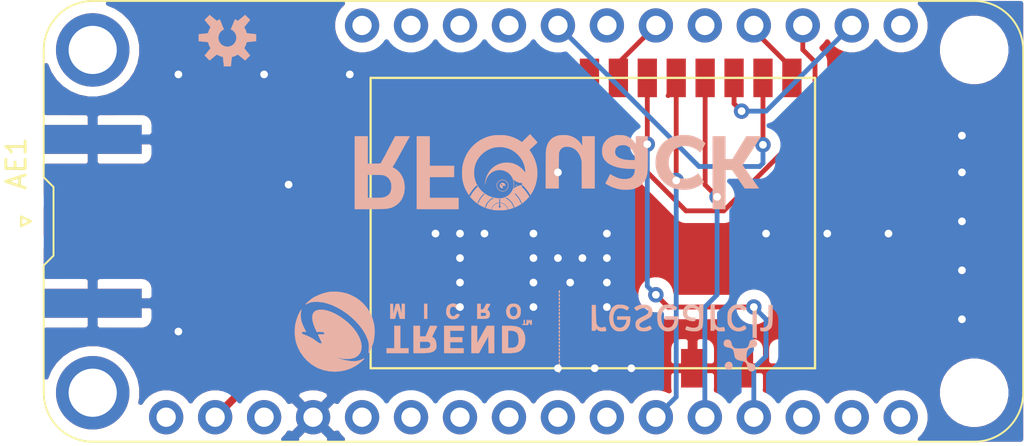
<source format=kicad_pcb>
(kicad_pcb (version 20171130) (host pcbnew "(5.1.2-1)-1")

  (general
    (thickness 1.6)
    (drawings 0)
    (tracks 96)
    (zones 0)
    (modules 6)
    (nets 12)
  )

  (page A4)
  (title_block
    (title "Huzzah VT-CC112x-433M Shield")
    (date 2019-05-14)
    (rev 1)
    (company "Trend Micro Inc.")
    (comment 1 "License GPLv2")
    (comment 2 "Designed by Philippe Lin")
    (comment 3 "Forward-looing threat research")
  )

  (layers
    (0 F.Cu signal)
    (31 B.Cu signal)
    (32 B.Adhes user)
    (33 F.Adhes user)
    (34 B.Paste user)
    (35 F.Paste user)
    (36 B.SilkS user)
    (37 F.SilkS user)
    (38 B.Mask user)
    (39 F.Mask user)
    (40 Dwgs.User user)
    (41 Cmts.User user)
    (42 Eco1.User user)
    (43 Eco2.User user)
    (44 Edge.Cuts user)
    (45 Margin user)
    (46 B.CrtYd user)
    (47 F.CrtYd user)
    (48 B.Fab user)
    (49 F.Fab user)
  )

  (setup
    (last_trace_width 0.25)
    (trace_clearance 0.2)
    (zone_clearance 0.508)
    (zone_45_only no)
    (trace_min 0.2)
    (via_size 0.8)
    (via_drill 0.4)
    (via_min_size 0.4)
    (via_min_drill 0.3)
    (uvia_size 0.3)
    (uvia_drill 0.1)
    (uvias_allowed no)
    (uvia_min_size 0.2)
    (uvia_min_drill 0.1)
    (edge_width 0.05)
    (segment_width 0.2)
    (pcb_text_width 0.3)
    (pcb_text_size 1.5 1.5)
    (mod_edge_width 0.12)
    (mod_text_size 1 1)
    (mod_text_width 0.15)
    (pad_size 1.5 5.08)
    (pad_drill 0)
    (pad_to_mask_clearance 0.051)
    (solder_mask_min_width 0.25)
    (aux_axis_origin 0 0)
    (visible_elements FFFFFF7F)
    (pcbplotparams
      (layerselection 0x010f0_ffffffff)
      (usegerberextensions true)
      (usegerberattributes false)
      (usegerberadvancedattributes false)
      (creategerberjobfile false)
      (excludeedgelayer true)
      (linewidth 0.100000)
      (plotframeref false)
      (viasonmask false)
      (mode 1)
      (useauxorigin false)
      (hpglpennumber 1)
      (hpglpenspeed 20)
      (hpglpendiameter 15.000000)
      (psnegative false)
      (psa4output false)
      (plotreference true)
      (plotvalue true)
      (plotinvisibletext false)
      (padsonsilk false)
      (subtractmaskfromsilk false)
      (outputformat 1)
      (mirror false)
      (drillshape 0)
      (scaleselection 1)
      (outputdirectory ""))
  )

  (net 0 "")
  (net 1 /ISR)
  (net 2 /RST)
  (net 3 /3V3)
  (net 4 "Net-(AE1-Pad1)")
  (net 5 /ISR_PKT)
  (net 6 /GND)
  (net 7 /SCLK)
  (net 8 /SI)
  (net 9 /SO)
  (net 10 /GPIO3)
  (net 11 /CS)

  (net_class Default "This is the default net class."
    (clearance 0.2)
    (trace_width 0.25)
    (via_dia 0.8)
    (via_drill 0.4)
    (uvia_dia 0.3)
    (uvia_drill 0.1)
    (add_net /CS)
    (add_net /GND)
    (add_net /GPIO3)
    (add_net /ISR)
    (add_net /ISR_PKT)
    (add_net /RST)
    (add_net /SCLK)
    (add_net /SI)
    (add_net /SO)
    (add_net "Net-(AE1-Pad1)")
  )

  (net_class Power ""
    (clearance 0.2)
    (trace_width 0.4)
    (via_dia 0.8)
    (via_drill 0.4)
    (uvia_dia 0.3)
    (uvia_drill 0.1)
    (add_net /3V3)
  )

  (module SparkFun-Aesthetics:OSHW-LOGO-S (layer B.Cu) (tedit 200000) (tstamp 5CDD43A9)
    (at 22.86 15.24)
    (descr "OPEN-SOURCE HARDWARE (OSHW) LOGO - SMALL - SILKSCREEN")
    (tags "OPEN-SOURCE HARDWARE (OSHW) LOGO - SMALL - SILKSCREEN")
    (attr virtual)
    (fp_text reference "" (at 0 0) (layer B.SilkS)
      (effects (font (size 1.524 1.524) (thickness 0.15)) (justify mirror))
    )
    (fp_text value "" (at 0 0) (layer B.SilkS)
      (effects (font (size 1.524 1.524) (thickness 0.15)) (justify mirror))
    )
    (fp_poly (pts (xy 0.3937 -0.9525) (xy 0.5461 -0.87376) (xy 0.92202 -1.1811) (xy 1.1811 -0.92202)
      (xy 0.87376 -0.5461) (xy 0.9525 -0.3937) (xy 1.0033 -0.23114) (xy 1.48844 -0.18034)
      (xy 1.48844 0.18034) (xy 1.0033 0.23114) (xy 0.9525 0.3937) (xy 0.87376 0.5461)
      (xy 1.1811 0.92202) (xy 0.92202 1.1811) (xy 0.5461 0.87376) (xy 0.3937 0.9525)
      (xy 0.23114 1.0033) (xy 0.18034 1.48844) (xy -0.18034 1.48844) (xy -0.23114 1.0033)
      (xy -0.3937 0.9525) (xy -0.5461 0.87376) (xy -0.92202 1.1811) (xy -1.1811 0.92202)
      (xy -0.87376 0.5461) (xy -0.9525 0.3937) (xy -1.0033 0.23114) (xy -1.48844 0.18034)
      (xy -1.48844 -0.18034) (xy -1.0033 -0.23114) (xy -0.9525 -0.3937) (xy -0.87376 -0.5461)
      (xy -1.1811 -0.92202) (xy -0.92202 -1.1811) (xy -0.5461 -0.87376) (xy -0.3937 -0.9525)
      (xy -0.1778 -0.4318) (xy -0.27432 -0.37846) (xy -0.3556 -0.30226) (xy -0.41656 -0.21082)
      (xy -0.45466 -0.10922) (xy -0.46736 0) (xy -0.45466 0.10922) (xy -0.41402 0.2159)
      (xy -0.35052 0.30734) (xy -0.2667 0.38354) (xy -0.16764 0.43434) (xy -0.06096 0.46228)
      (xy 0.0508 0.46482) (xy 0.16002 0.43942) (xy 0.25908 0.38862) (xy 0.34544 0.31496)
      (xy 0.40894 0.22352) (xy 0.45212 0.11938) (xy 0.46736 0.01016) (xy 0.4572 -0.09906)
      (xy 0.4191 -0.20574) (xy 0.35814 -0.29972) (xy 0.27686 -0.37592) (xy 0.1778 -0.4318)) (layer B.SilkS) (width 0.01))
  )

  (module VChip:RFQuack-23x9 (layer B.Cu) (tedit 0) (tstamp 5CDD3D44)
    (at 40.005 22.225)
    (fp_text reference G*** (at 0 0) (layer B.SilkS) hide
      (effects (font (size 1.524 1.524) (thickness 0.3)) (justify mirror))
    )
    (fp_text value LOGO (at 0.75 0) (layer B.SilkS) hide
      (effects (font (size 1.524 1.524) (thickness 0.3)) (justify mirror))
    )
    (fp_poly (pts (xy -2.856291 0.824576) (xy -2.850811 0.819735) (xy -2.859977 0.807448) (xy -2.861152 0.806146)
      (xy -2.877683 0.77433) (xy -2.876149 0.740277) (xy -2.858157 0.709562) (xy -2.827242 0.688535)
      (xy -2.800913 0.681294) (xy -2.776663 0.686324) (xy -2.763337 0.692646) (xy -2.7305 0.709627)
      (xy -2.73054 0.680251) (xy -2.740195 0.633784) (xy -2.765993 0.594351) (xy -2.803384 0.564728)
      (xy -2.84782 0.547689) (xy -2.894749 0.546009) (xy -2.924706 0.555625) (xy -2.868084 0.555625)
      (xy -2.862792 0.550333) (xy -2.8575 0.555625) (xy -2.862792 0.560917) (xy -2.868084 0.555625)
      (xy -2.924706 0.555625) (xy -2.931373 0.557765) (xy -2.956781 0.576792) (xy -2.804584 0.576792)
      (xy -2.799292 0.5715) (xy -2.794 0.576792) (xy -2.799292 0.582083) (xy -2.804584 0.576792)
      (xy -2.956781 0.576792) (xy -2.974858 0.590328) (xy -3.003085 0.632719) (xy -3.003935 0.636205)
      (xy -2.949531 0.636205) (xy -2.936004 0.617179) (xy -2.918189 0.606062) (xy -2.910417 0.60325)
      (xy -2.897592 0.608812) (xy -2.884831 0.617179) (xy -2.870712 0.638185) (xy -2.874135 0.662502)
      (xy -2.891896 0.681437) (xy -2.915455 0.686944) (xy -2.935619 0.6773) (xy -2.94833 0.658416)
      (xy -2.949531 0.636205) (xy -3.003935 0.636205) (xy -3.01475 0.680532) (xy -3.008547 0.729364)
      (xy -2.99212 0.762927) (xy -2.956048 0.80194) (xy -2.912152 0.821897) (xy -2.879673 0.825344)
      (xy -2.856291 0.824576)) (layer B.SilkS) (width 0.01))
    (fp_poly (pts (xy -2.196948 0.693724) (xy -2.175014 0.685371) (xy -2.150954 0.673221) (xy -2.132589 0.661123)
      (xy -2.12725 0.654207) (xy -2.127691 0.648182) (xy -2.132274 0.647511) (xy -2.145891 0.653659)
      (xy -2.173228 0.667983) (xy -2.196739 0.681934) (xy -2.208673 0.692134) (xy -2.208934 0.694427)
      (xy -2.196948 0.693724)) (layer B.SilkS) (width 0.01))
    (fp_poly (pts (xy -2.768542 0.967531) (xy -2.702166 0.933278) (xy -2.663458 0.90165) (xy -2.615335 0.843562)
      (xy -2.586034 0.778625) (xy -2.574203 0.712245) (xy -2.575346 0.637045) (xy -2.592998 0.571113)
      (xy -2.628802 0.508647) (xy -2.633834 0.501851) (xy -2.685837 0.449503) (xy -2.749499 0.41156)
      (xy -2.820271 0.389412) (xy -2.893605 0.384449) (xy -2.964951 0.398063) (xy -2.968847 0.399421)
      (xy -3.043286 0.436243) (xy -3.102746 0.487727) (xy -3.146454 0.553092) (xy -3.164202 0.59681)
      (xy -3.172676 0.64451) (xy -3.172715 0.70207) (xy -3.171646 0.710222) (xy -3.161496 0.710222)
      (xy -3.158778 0.635371) (xy -3.13832 0.567539) (xy -3.102818 0.508509) (xy -3.054969 0.460061)
      (xy -2.997468 0.423978) (xy -2.933014 0.402043) (xy -2.864302 0.396036) (xy -2.794029 0.407741)
      (xy -2.738799 0.43089) (xy -2.67552 0.476043) (xy -2.628635 0.531716) (xy -2.5983 0.594853)
      (xy -2.584671 0.662399) (xy -2.587903 0.731298) (xy -2.60815 0.798493) (xy -2.645568 0.86093)
      (xy -2.700312 0.915553) (xy -2.713679 0.925501) (xy -2.742659 0.945497) (xy -2.765185 0.958048)
      (xy -2.787713 0.964887) (xy -2.816702 0.967749) (xy -2.858611 0.968368) (xy -2.873375 0.968375)
      (xy -2.920006 0.968072) (xy -2.951928 0.966005) (xy -2.9756 0.960441) (xy -2.997479 0.949646)
      (xy -3.024025 0.931886) (xy -3.033072 0.925501) (xy -3.093635 0.871157) (xy -3.13552 0.807216)
      (xy -3.158363 0.734288) (xy -3.161496 0.710222) (xy -3.171646 0.710222) (xy -3.165079 0.760288)
      (xy -3.150527 0.809957) (xy -3.14577 0.820208) (xy -3.102015 0.883962) (xy -3.046182 0.932784)
      (xy -2.981596 0.966113) (xy -2.911579 0.983388) (xy -2.839453 0.984048) (xy -2.768542 0.967531)) (layer B.SilkS) (width 0.01))
    (fp_poly (pts (xy -2.278945 1.837972) (xy -2.280398 1.831681) (xy -2.286 1.830917) (xy -2.294712 1.834789)
      (xy -2.293056 1.837972) (xy -2.280496 1.839239) (xy -2.278945 1.837972)) (layer B.SilkS) (width 0.01))
    (fp_poly (pts (xy -3.757084 1.836208) (xy -3.762375 1.830917) (xy -3.767667 1.836208) (xy -3.762375 1.8415)
      (xy -3.757084 1.836208)) (layer B.SilkS) (width 0.01))
    (fp_poly (pts (xy -2.906445 1.961958) (xy -2.82792 1.959279) (xy -2.760378 1.955215) (xy -2.708406 1.949767)
      (xy -2.700364 1.948525) (xy -2.61202 1.933841) (xy -2.618557 1.901154) (xy -2.642816 1.830672)
      (xy -2.684791 1.763869) (xy -2.741036 1.70392) (xy -2.808108 1.654002) (xy -2.882561 1.617292)
      (xy -2.945775 1.599445) (xy -2.995084 1.590233) (xy -2.995084 1.656362) (xy -2.992675 1.701407)
      (xy -2.98512 1.728256) (xy -2.979209 1.735667) (xy -2.965046 1.760072) (xy -2.966934 1.792579)
      (xy -2.97429 1.810446) (xy -2.992513 1.82505) (xy -3.020919 1.831107) (xy -3.049992 1.827819)
      (xy -3.06705 1.818217) (xy -3.078262 1.793966) (xy -3.077137 1.763128) (xy -3.064135 1.735977)
      (xy -3.063339 1.735074) (xy -3.053159 1.715023) (xy -3.049496 1.682002) (xy -3.05011 1.653987)
      (xy -3.053292 1.591035) (xy -3.1115 1.603097) (xy -3.196673 1.631126) (xy -3.273617 1.676808)
      (xy -3.339349 1.73742) (xy -3.390884 1.810243) (xy -3.423921 1.88807) (xy -3.437873 1.934429)
      (xy -3.392134 1.942042) (xy -2.751667 1.942042) (xy -2.746375 1.93675) (xy -2.741084 1.942042)
      (xy -2.746375 1.947333) (xy -2.751667 1.942042) (xy -3.392134 1.942042) (xy -3.351416 1.948819)
      (xy -3.303302 1.954497) (xy -3.238654 1.958777) (xy -3.162058 1.961661) (xy -3.078101 1.963151)
      (xy -2.991368 1.963249) (xy -2.906445 1.961958)) (layer B.SilkS) (width 0.01))
    (fp_poly (pts (xy -4.564738 1.241997) (xy -4.566709 1.23825) (xy -4.576681 1.228143) (xy -4.578541 1.227667)
      (xy -4.579263 1.234503) (xy -4.577292 1.23825) (xy -4.56732 1.248357) (xy -4.56546 1.248833)
      (xy -4.564738 1.241997)) (layer B.SilkS) (width 0.01))
    (fp_poly (pts (xy -1.451552 1.212802) (xy -1.44028 1.202964) (xy -1.439334 1.200584) (xy -1.444356 1.196234)
      (xy -1.454813 1.205981) (xy -1.456219 1.208135) (xy -1.457467 1.215378) (xy -1.451552 1.212802)) (layer B.SilkS) (width 0.01))
    (fp_poly (pts (xy -4.593167 1.201208) (xy -4.598459 1.195917) (xy -4.60375 1.201208) (xy -4.598459 1.2065)
      (xy -4.593167 1.201208)) (layer B.SilkS) (width 0.01))
    (fp_poly (pts (xy 5.450416 -1.508125) (xy 5.445125 -1.513417) (xy 5.439833 -1.508125) (xy 5.445125 -1.502833)
      (xy 5.450416 -1.508125)) (layer B.SilkS) (width 0.01))
    (fp_poly (pts (xy -1.799167 -1.624542) (xy -1.804459 -1.629833) (xy -1.80975 -1.624542) (xy -1.804459 -1.61925)
      (xy -1.799167 -1.624542)) (layer B.SilkS) (width 0.01))
    (fp_poly (pts (xy 8.694208 -0.121708) (xy 8.856825 -0.124636) (xy 8.929389 -0.125231) (xy 8.982177 -0.123983)
      (xy 9.016506 -0.120822) (xy 9.033692 -0.115677) (xy 9.034439 -0.115118) (xy 9.043106 -0.104215)
      (xy 9.062503 -0.077454) (xy 9.091478 -0.036496) (xy 9.128876 0.017002) (xy 9.173546 0.081381)
      (xy 9.224333 0.15498) (xy 9.280085 0.236141) (xy 9.339648 0.323206) (xy 9.369238 0.366584)
      (xy 9.689041 0.83584) (xy 10.056812 0.835962) (xy 10.142656 0.835833) (xy 10.221392 0.835412)
      (xy 10.290618 0.834734) (xy 10.347929 0.833837) (xy 10.390923 0.832757) (xy 10.417195 0.83153)
      (xy 10.424583 0.830399) (xy 10.418771 0.818186) (xy 10.403644 0.7948) (xy 10.382664 0.764923)
      (xy 10.359295 0.733235) (xy 10.336998 0.70442) (xy 10.319236 0.683159) (xy 10.309472 0.674134)
      (xy 10.308984 0.6741) (xy 10.301777 0.667771) (xy 10.301111 0.662436) (xy 10.296939 0.652105)
      (xy 10.284023 0.630321) (xy 10.261757 0.5962) (xy 10.229538 0.54886) (xy 10.186762 0.487416)
      (xy 10.132824 0.410985) (xy 10.067121 0.318684) (xy 10.043583 0.28575) (xy 10.019884 0.252483)
      (xy 9.987553 0.206912) (xy 9.950136 0.154043) (xy 9.911179 0.098886) (xy 9.893691 0.074083)
      (xy 9.850239 0.012469) (xy 9.799887 -0.05886) (xy 9.747972 -0.132346) (xy 9.699832 -0.200433)
      (xy 9.68501 -0.221381) (xy 9.650315 -0.271423) (xy 9.620785 -0.315979) (xy 9.598306 -0.352038)
      (xy 9.584766 -0.376589) (xy 9.581713 -0.386212) (xy 9.587987 -0.396631) (xy 9.604727 -0.4232)
      (xy 9.630893 -0.464305) (xy 9.665442 -0.518331) (xy 9.707333 -0.583665) (xy 9.755522 -0.658692)
      (xy 9.80897 -0.741798) (xy 9.866633 -0.831369) (xy 9.927469 -0.92579) (xy 9.990438 -1.023447)
      (xy 10.054496 -1.122726) (xy 10.118602 -1.222012) (xy 10.181715 -1.319692) (xy 10.242792 -1.414152)
      (xy 10.300791 -1.503776) (xy 10.35467 -1.58695) (xy 10.403388 -1.662062) (xy 10.445902 -1.727495)
      (xy 10.481172 -1.781636) (xy 10.508154 -1.822871) (xy 10.525806 -1.849585) (xy 10.532968 -1.860021)
      (xy 10.531938 -1.863574) (xy 10.521477 -1.866468) (xy 10.499934 -1.868762) (xy 10.465656 -1.870512)
      (xy 10.416988 -1.871778) (xy 10.352279 -1.872617) (xy 10.269875 -1.873088) (xy 10.168124 -1.873249)
      (xy 10.156857 -1.87325) (xy 9.770122 -1.87325) (xy 9.651164 -1.674812) (xy 9.615023 -1.614731)
      (xy 9.581396 -1.559213) (xy 9.552202 -1.511397) (xy 9.52936 -1.47442) (xy 9.514787 -1.45142)
      (xy 9.512059 -1.447343) (xy 9.500359 -1.424183) (xy 9.49903 -1.406939) (xy 9.499507 -1.40602)
      (xy 9.501012 -1.39844) (xy 9.497174 -1.399866) (xy 9.487515 -1.394401) (xy 9.470791 -1.374411)
      (xy 9.450215 -1.343873) (xy 9.445025 -1.335356) (xy 9.428912 -1.308503) (xy 9.403593 -1.26645)
      (xy 9.370825 -1.212107) (xy 9.332363 -1.148382) (xy 9.289962 -1.078184) (xy 9.245376 -1.004421)
      (xy 9.228424 -0.976388) (xy 9.054041 -0.688068) (xy 8.871479 -0.687992) (xy 8.688916 -0.687917)
      (xy 8.688916 -1.87325) (xy 8.022166 -1.87325) (xy 8.022166 1.905) (xy 8.68881 1.905)
      (xy 8.694208 -0.121708)) (layer B.SilkS) (width 0.01))
    (fp_poly (pts (xy -5.154084 1.322917) (xy -6.646334 1.322917) (xy -6.646334 0.243417) (xy -5.386917 0.243417)
      (xy -5.386917 -0.338667) (xy -6.646334 -0.338667) (xy -6.646334 -1.87325) (xy -7.323667 -1.87325)
      (xy -7.323667 1.905) (xy -5.154084 1.905) (xy -5.154084 1.322917)) (layer B.SilkS) (width 0.01))
    (fp_poly (pts (xy -9.802813 1.904817) (xy -9.676625 1.904638) (xy -9.554333 1.904183) (xy -9.437956 1.903476)
      (xy -9.329513 1.902542) (xy -9.231021 1.901407) (xy -9.1445 1.900096) (xy -9.071967 1.898633)
      (xy -9.015442 1.897044) (xy -8.976944 1.895354) (xy -8.964084 1.89438) (xy -8.892507 1.886294)
      (xy -8.830661 1.877764) (xy -8.781029 1.869247) (xy -8.746094 1.861204) (xy -8.728339 1.854091)
      (xy -8.726889 1.850578) (xy -8.724075 1.845975) (xy -8.716362 1.847878) (xy -8.692912 1.848135)
      (xy -8.655453 1.838339) (xy -8.607579 1.820191) (xy -8.552882 1.795395) (xy -8.494956 1.76565)
      (xy -8.437394 1.732661) (xy -8.38379 1.698127) (xy -8.352809 1.675688) (xy -8.26627 1.60185)
      (xy -8.191993 1.520835) (xy -8.127486 1.431824) (xy -8.09812 1.383186) (xy -8.069557 1.329053)
      (xy -8.044008 1.27439) (xy -8.02369 1.22416) (xy -8.010815 1.183327) (xy -8.007398 1.162561)
      (xy -8.004588 1.143353) (xy -7.999957 1.138383) (xy -7.992817 1.132439) (xy -7.984899 1.10884)
      (xy -7.976695 1.071059) (xy -7.968695 1.022572) (xy -7.961388 0.966851) (xy -7.955266 0.907371)
      (xy -7.950817 0.847605) (xy -7.948533 0.791028) (xy -7.948336 0.772583) (xy -7.957317 0.616771)
      (xy -7.984153 0.467406) (xy -8.027971 0.326031) (xy -8.087895 0.194192) (xy -8.163052 0.073432)
      (xy -8.252567 -0.034705) (xy -8.355565 -0.128673) (xy -8.471173 -0.20693) (xy -8.516938 -0.231579)
      (xy -8.549635 -0.248629) (xy -8.57328 -0.262075) (xy -8.583045 -0.26916) (xy -8.583084 -0.269334)
      (xy -8.577611 -0.279442) (xy -8.562811 -0.303299) (xy -8.541116 -0.337054) (xy -8.52143 -0.367077)
      (xy -8.492927 -0.412051) (xy -8.458586 -0.469056) (xy -8.422372 -0.531363) (xy -8.388252 -0.592243)
      (xy -8.382249 -0.60325) (xy -8.351105 -0.660433) (xy -8.313127 -0.72984) (xy -8.271758 -0.805192)
      (xy -8.230447 -0.88021) (xy -8.199278 -0.936625) (xy -8.162001 -1.004025) (xy -8.123197 -1.074278)
      (xy -8.08589 -1.141905) (xy -8.053101 -1.201428) (xy -8.029952 -1.243542) (xy -7.999143 -1.299627)
      (xy -7.966034 -1.359798) (xy -7.935169 -1.415806) (xy -7.916334 -1.449917) (xy -7.890634 -1.496506)
      (xy -7.859088 -1.553853) (xy -7.825992 -1.614137) (xy -7.799998 -1.661583) (xy -7.772335 -1.712025)
      (xy -7.745863 -1.760098) (xy -7.723537 -1.800449) (xy -7.70831 -1.827728) (xy -7.708003 -1.828271)
      (xy -7.682608 -1.87325) (xy -8.442753 -1.87325) (xy -8.615506 -1.547812) (xy -8.659918 -1.464151)
      (xy -8.704621 -1.37995) (xy -8.747767 -1.298688) (xy -8.787509 -1.223843) (xy -8.822 -1.158894)
      (xy -8.849394 -1.10732) (xy -8.860402 -1.086599) (xy -8.885542 -1.037674) (xy -8.905879 -0.994972)
      (xy -8.919815 -0.962102) (xy -8.925754 -0.942673) (xy -8.925513 -0.939442) (xy -8.924516 -0.932512)
      (xy -8.928053 -0.933925) (xy -8.935458 -0.926638) (xy -8.951199 -0.903048) (xy -8.973822 -0.865618)
      (xy -9.001868 -0.81681) (xy -9.033882 -0.759088) (xy -9.059334 -0.711963) (xy -9.093813 -0.647885)
      (xy -9.125659 -0.589575) (xy -9.153326 -0.539793) (xy -9.175268 -0.501299) (xy -9.189941 -0.476853)
      (xy -9.195027 -0.469611) (xy -9.202847 -0.465378) (xy -9.218628 -0.46201) (xy -9.244408 -0.459422)
      (xy -9.282225 -0.457525) (xy -9.33412 -0.456234) (xy -9.402129 -0.455461) (xy -9.488293 -0.455119)
      (xy -9.53634 -0.455083) (xy -9.863667 -0.455083) (xy -9.863667 -1.87325) (xy -10.541 -1.87325)
      (xy -10.541 0.121708) (xy -9.154584 0.121708) (xy -9.149292 0.116417) (xy -9.144 0.121708)
      (xy -9.149292 0.127) (xy -9.154584 0.121708) (xy -10.541 0.121708) (xy -10.541 1.322917)
      (xy -9.863667 1.322917) (xy -9.863667 0.125187) (xy -9.480021 0.129431) (xy -9.378866 0.130614)
      (xy -9.296445 0.131799) (xy -9.23033 0.133131) (xy -9.178089 0.134759) (xy -9.137291 0.136829)
      (xy -9.105507 0.139486) (xy -9.080304 0.142879) (xy -9.059253 0.147154) (xy -9.039924 0.152457)
      (xy -9.026217 0.156826) (xy -8.926364 0.197431) (xy -8.843752 0.248553) (xy -8.776217 0.312251)
      (xy -8.721597 0.390583) (xy -8.677729 0.48561) (xy -8.676017 0.490194) (xy -8.661173 0.533347)
      (xy -8.651169 0.572073) (xy -8.644777 0.613455) (xy -8.641013 0.661458) (xy -7.96925 0.661458)
      (xy -7.963959 0.656167) (xy -7.958667 0.661458) (xy -7.963959 0.66675) (xy -7.96925 0.661458)
      (xy -8.641013 0.661458) (xy -8.640768 0.664574) (xy -8.638959 0.703792) (xy -8.641244 0.828183)
      (xy -8.651695 0.894292) (xy -7.96925 0.894292) (xy -7.963959 0.889) (xy -7.958667 0.894292)
      (xy -7.963959 0.899583) (xy -7.96925 0.894292) (xy -8.651695 0.894292) (xy -8.658577 0.937815)
      (xy -8.691123 1.032985) (xy -8.739049 1.113986) (xy -8.802521 1.181114) (xy -8.881707 1.234664)
      (xy -8.957741 1.268383) (xy -8.999513 1.282624) (xy -9.040019 1.294201) (xy -9.082038 1.303379)
      (xy -9.128352 1.310423) (xy -9.181739 1.315599) (xy -9.244981 1.319171) (xy -9.320857 1.321404)
      (xy -9.412146 1.322564) (xy -9.52163 1.322916) (xy -9.529674 1.322917) (xy -9.863667 1.322917)
      (xy -10.541 1.322917) (xy -10.541 1.340556) (xy -9.309806 1.340556) (xy -9.308353 1.334264)
      (xy -9.30275 1.3335) (xy -9.294039 1.337372) (xy -9.295695 1.340556) (xy -9.308255 1.341822)
      (xy -9.309806 1.340556) (xy -10.541 1.340556) (xy -10.541 1.905) (xy -9.802813 1.904817)) (layer B.SilkS) (width 0.01))
    (fp_poly (pts (xy 6.739847 0.889693) (xy 6.850879 0.874119) (xy 6.959832 0.849343) (xy 7.057721 0.81963)
      (xy 7.155785 0.782105) (xy 7.254491 0.7357) (xy 7.349248 0.683103) (xy 7.435466 0.627004)
      (xy 7.508553 0.570089) (xy 7.548373 0.532331) (xy 7.577288 0.501945) (xy 7.502411 0.38591)
      (xy 7.468402 0.333227) (xy 7.433029 0.278465) (xy 7.40075 0.228522) (xy 7.378441 0.194036)
      (xy 7.355427 0.16036) (xy 7.336159 0.1356) (xy 7.323703 0.123562) (xy 7.321336 0.123148)
      (xy 7.316913 0.120198) (xy 7.318308 0.114321) (xy 7.31598 0.096756) (xy 7.304001 0.075521)
      (xy 7.284711 0.0505) (xy 7.195709 0.116843) (xy 7.107218 0.175753) (xy 7.008966 0.229105)
      (xy 6.908239 0.273378) (xy 6.812322 0.30505) (xy 6.799718 0.308271) (xy 6.713039 0.323825)
      (xy 6.616616 0.33156) (xy 6.517847 0.331477) (xy 6.424134 0.323574) (xy 6.344708 0.308341)
      (xy 6.222231 0.265196) (xy 6.110546 0.20442) (xy 6.01088 0.127265) (xy 5.924461 0.034981)
      (xy 5.852517 -0.071178) (xy 5.796276 -0.189961) (xy 5.766616 -0.281029) (xy 5.75599 -0.326415)
      (xy 5.749026 -0.372731) (xy 5.745077 -0.426311) (xy 5.743496 -0.493486) (xy 5.743411 -0.508)
      (xy 5.745108 -0.59677) (xy 5.751894 -0.671407) (xy 5.765193 -0.738627) (xy 5.786431 -0.805142)
      (xy 5.817032 -0.877668) (xy 5.825848 -0.896545) (xy 5.891856 -1.012779) (xy 5.971856 -1.113851)
      (xy 6.064483 -1.199165) (xy 6.168374 -1.268129) (xy 6.282164 -1.320147) (xy 6.404491 -1.354627)
      (xy 6.533989 -1.370973) (xy 6.669295 -1.368592) (xy 6.809046 -1.34689) (xy 6.84178 -1.339075)
      (xy 6.958123 -1.301483) (xy 7.077386 -1.248334) (xy 7.193097 -1.183038) (xy 7.298783 -1.109008)
      (xy 7.33552 -1.078821) (xy 7.394999 -1.027522) (xy 7.453046 -1.135532) (xy 7.481718 -1.188773)
      (xy 7.516058 -1.25237) (xy 7.551616 -1.318087) (xy 7.581952 -1.374032) (xy 7.652811 -1.504522)
      (xy 7.602828 -1.548657) (xy 7.55209 -1.591471) (xy 7.499516 -1.632378) (xy 7.448055 -1.669438)
      (xy 7.40066 -1.700712) (xy 7.360282 -1.724262) (xy 7.329871 -1.738149) (xy 7.312378 -1.740433)
      (xy 7.311563 -1.740019) (xy 7.304111 -1.73865) (xy 7.306087 -1.743493) (xy 7.300035 -1.752135)
      (xy 7.277734 -1.766292) (xy 7.242844 -1.784287) (xy 7.199024 -1.804447) (xy 7.149933 -1.825093)
      (xy 7.099231 -1.844552) (xy 7.050578 -1.861147) (xy 7.046139 -1.862531) (xy 6.96568 -1.885873)
      (xy 6.892267 -1.90339) (xy 6.820063 -1.915937) (xy 6.743231 -1.924367) (xy 6.655936 -1.929537)
      (xy 6.57225 -1.931947) (xy 6.465973 -1.932822) (xy 6.379449 -1.930884) (xy 6.311443 -1.926092)
      (xy 6.279074 -1.921837) (xy 6.214695 -1.910524) (xy 6.155912 -1.898628) (xy 6.105835 -1.886935)
      (xy 6.067576 -1.876226) (xy 6.044244 -1.867286) (xy 6.038648 -1.861279) (xy 6.036005 -1.856477)
      (xy 6.028773 -1.858239) (xy 6.010557 -1.857261) (xy 5.977261 -1.848027) (xy 5.932641 -1.831931)
      (xy 5.880456 -1.810366) (xy 5.824463 -1.784726) (xy 5.804958 -1.775196) (xy 5.765028 -1.753855)
      (xy 5.721426 -1.728136) (xy 5.677712 -1.700459) (xy 5.637445 -1.673245) (xy 5.604186 -1.648916)
      (xy 5.581495 -1.629892) (xy 5.57293 -1.618595) (xy 5.573166 -1.617565) (xy 5.572133 -1.610628)
      (xy 5.569078 -1.61105) (xy 5.555551 -1.606284) (xy 5.53277 -1.590785) (xy 5.505939 -1.569054)
      (xy 5.48026 -1.545598) (xy 5.460935 -1.524918) (xy 5.453168 -1.511519) (xy 5.453226 -1.51076)
      (xy 5.447714 -1.499017) (xy 5.443496 -1.498023) (xy 5.427605 -1.488996) (xy 5.402787 -1.464465)
      (xy 5.371158 -1.426983) (xy 5.334834 -1.379103) (xy 5.295929 -1.32338) (xy 5.284157 -1.305647)
      (xy 5.207104 -1.169554) (xy 5.145979 -1.021974) (xy 5.101121 -0.865733) (xy 5.072864 -0.70366)
      (xy 5.066343 -0.608542) (xy 5.069416 -0.608542) (xy 5.074708 -0.613833) (xy 5.08 -0.608542)
      (xy 5.074708 -0.60325) (xy 5.069416 -0.608542) (xy 5.066343 -0.608542) (xy 5.061546 -0.538581)
      (xy 5.067503 -0.373324) (xy 5.091072 -0.210715) (xy 5.132588 -0.053581) (xy 5.134469 -0.04792)
      (xy 5.153906 0.004351) (xy 5.17842 0.061523) (xy 5.206378 0.120674) (xy 5.236151 0.178879)
      (xy 5.266105 0.233215) (xy 5.294612 0.280758) (xy 5.320038 0.318586) (xy 5.340754 0.343774)
      (xy 5.341028 0.343958) (xy 6.477 0.343958) (xy 6.482291 0.338667) (xy 6.487583 0.343958)
      (xy 6.656916 0.343958) (xy 6.662208 0.338667) (xy 6.6675 0.343958) (xy 6.662208 0.34925)
      (xy 6.656916 0.343958) (xy 6.487583 0.343958) (xy 6.482291 0.34925) (xy 6.477 0.343958)
      (xy 5.341028 0.343958) (xy 5.355127 0.353399) (xy 5.358042 0.352764) (xy 5.363954 0.352799)
      (xy 5.36162 0.357954) (xy 5.365258 0.370764) (xy 5.382249 0.394619) (xy 5.409894 0.426762)
      (xy 5.445496 0.46444) (xy 5.486355 0.504897) (xy 5.529774 0.545378) (xy 5.573056 0.583129)
      (xy 5.6135 0.615395) (xy 5.614458 0.616112) (xy 5.68663 0.664897) (xy 5.771934 0.714314)
      (xy 5.862829 0.760445) (xy 5.951774 0.799374) (xy 6.004817 0.818908) (xy 6.09226 0.84584)
      (xy 6.175374 0.866014) (xy 6.260118 0.880385) (xy 6.352449 0.889911) (xy 6.458329 0.895549)
      (xy 6.487583 0.896463) (xy 6.620745 0.896872) (xy 6.739847 0.889693)) (layer B.SilkS) (width 0.01))
    (fp_poly (pts (xy 3.561667 0.896604) (xy 3.643425 0.894285) (xy 3.719182 0.890036) (xy 3.784045 0.883939)
      (xy 3.833124 0.876077) (xy 3.836458 0.875319) (xy 3.905749 0.858211) (xy 3.96105 0.842807)
      (xy 4.000568 0.82969) (xy 4.02251 0.819442) (xy 4.026206 0.8137) (xy 4.028805 0.808807)
      (xy 4.036287 0.810608) (xy 4.054427 0.808802) (xy 4.08598 0.797058) (xy 4.126987 0.777532)
      (xy 4.173491 0.752378) (xy 4.221533 0.72375) (xy 4.267152 0.693805) (xy 4.306391 0.664697)
      (xy 4.310496 0.661352) (xy 4.404878 0.570199) (xy 4.484244 0.464701) (xy 4.548807 0.344491)
      (xy 4.598781 0.209201) (xy 4.619369 0.131502) (xy 4.625844 0.101544) (xy 4.631539 0.069801)
      (xy 4.636505 0.034797) (xy 4.640787 -0.004943) (xy 4.644435 -0.050896) (xy 4.647497 -0.104536)
      (xy 4.650021 -0.167338) (xy 4.652055 -0.240779) (xy 4.653647 -0.326333) (xy 4.654846 -0.425476)
      (xy 4.655699 -0.539683) (xy 4.656254 -0.670431) (xy 4.65656 -0.819194) (xy 4.656665 -0.987448)
      (xy 4.656666 -1.01183) (xy 4.656666 -1.87325) (xy 4.042833 -1.87325) (xy 4.042833 -1.666875)
      (xy 4.042301 -1.590289) (xy 4.04075 -1.530226) (xy 4.038245 -1.487957) (xy 4.036551 -1.476375)
      (xy 4.053416 -1.476375) (xy 4.058708 -1.481667) (xy 4.064 -1.476375) (xy 4.058708 -1.471083)
      (xy 4.053416 -1.476375) (xy 4.036551 -1.476375) (xy 4.034851 -1.464755) (xy 4.03225 -1.4605)
      (xy 4.022172 -1.468708) (xy 4.021666 -1.472306) (xy 4.015079 -1.490947) (xy 3.997356 -1.521127)
      (xy 3.971561 -1.558682) (xy 3.940753 -1.59945) (xy 3.907994 -1.639268) (xy 3.876346 -1.673975)
      (xy 3.865368 -1.684841) (xy 3.803612 -1.737892) (xy 3.733518 -1.788555) (xy 3.662231 -1.832069)
      (xy 3.597105 -1.863591) (xy 3.529955 -1.888711) (xy 3.468626 -1.906852) (xy 3.406885 -1.919163)
      (xy 3.338503 -1.926793) (xy 3.257249 -1.930889) (xy 3.227916 -1.931632) (xy 3.169072 -1.932511)
      (xy 3.115977 -1.932646) (xy 3.073043 -1.932075) (xy 3.044682 -1.930835) (xy 3.037416 -1.929991)
      (xy 2.983179 -1.917961) (xy 2.922746 -1.901987) (xy 2.862446 -1.883985) (xy 2.808612 -1.865874)
      (xy 2.767572 -1.849571) (xy 2.759906 -1.845929) (xy 2.702622 -1.815903) (xy 2.654374 -1.78801)
      (xy 2.61767 -1.763903) (xy 2.595014 -1.745238) (xy 2.588912 -1.733668) (xy 2.58915 -1.733198)
      (xy 2.589489 -1.726746) (xy 2.58519 -1.728609) (xy 2.573082 -1.724587) (xy 2.551146 -1.707112)
      (xy 2.522459 -1.67951) (xy 2.490096 -1.645107) (xy 2.457135 -1.607229) (xy 2.426651 -1.569202)
      (xy 2.40172 -1.534352) (xy 2.39373 -1.521606) (xy 2.344392 -1.419371) (xy 2.310205 -1.307294)
      (xy 2.291227 -1.189255) (xy 2.287519 -1.069135) (xy 2.288579 -1.058333) (xy 2.95987 -1.058333)
      (xy 2.96862 -1.145105) (xy 2.995321 -1.221802) (xy 3.038779 -1.287374) (xy 3.097801 -1.340772)
      (xy 3.17119 -1.380944) (xy 3.257753 -1.406841) (xy 3.356295 -1.417411) (xy 3.368479 -1.417597)
      (xy 3.436565 -1.415114) (xy 3.493273 -1.405904) (xy 3.527229 -1.396099) (xy 3.596824 -1.368574)
      (xy 3.658535 -1.333792) (xy 3.705331 -1.300128) (xy 3.729743 -1.284049) (xy 3.74766 -1.277295)
      (xy 3.752007 -1.278221) (xy 3.755933 -1.278682) (xy 3.753864 -1.274265) (xy 3.756686 -1.260486)
      (xy 3.771678 -1.23984) (xy 3.779367 -1.231932) (xy 3.806444 -1.202376) (xy 3.830411 -1.17051)
      (xy 3.832811 -1.166746) (xy 3.849014 -1.146401) (xy 3.862832 -1.138576) (xy 3.865455 -1.139277)
      (xy 3.871752 -1.139576) (xy 3.869462 -1.134445) (xy 3.870205 -1.119063) (xy 3.880628 -1.094122)
      (xy 3.887321 -1.082539) (xy 3.932298 -0.994247) (xy 3.965506 -0.893843) (xy 3.985155 -0.787884)
      (xy 3.989916 -0.707139) (xy 3.989916 -0.635) (xy 3.825457 -0.635) (xy 3.660776 -0.639802)
      (xy 3.512469 -0.654086) (xy 3.380914 -0.677666) (xy 3.266489 -0.710359) (xy 3.169572 -0.751979)
      (xy 3.090539 -0.802343) (xy 3.029769 -0.861264) (xy 2.987638 -0.92856) (xy 2.964525 -1.004044)
      (xy 2.95987 -1.058333) (xy 2.288579 -1.058333) (xy 2.299138 -0.950814) (xy 2.326144 -0.838172)
      (xy 2.368596 -0.73509) (xy 2.381404 -0.711657) (xy 2.417645 -0.658709) (xy 2.466654 -0.600775)
      (xy 2.522923 -0.543547) (xy 2.580946 -0.49272) (xy 2.623402 -0.461493) (xy 2.748169 -0.3888)
      (xy 2.885746 -0.32744) (xy 3.037154 -0.277161) (xy 3.201671 -0.238125) (xy 3.259666 -0.238125)
      (xy 3.264958 -0.243417) (xy 3.27025 -0.238125) (xy 3.264958 -0.232833) (xy 3.259666 -0.238125)
      (xy 3.201671 -0.238125) (xy 3.203412 -0.237712) (xy 3.385544 -0.20884) (xy 3.58457 -0.190294)
      (xy 3.754437 -0.182778) (xy 3.989916 -0.176861) (xy 3.989836 -0.13341) (xy 3.981419 -0.030567)
      (xy 3.957178 0.063284) (xy 3.918044 0.145666) (xy 3.864946 0.214098) (xy 3.856318 0.222549)
      (xy 3.801121 0.267642) (xy 3.74097 0.301804) (xy 3.672713 0.325919) (xy 3.593198 0.340874)
      (xy 3.499274 0.347554) (xy 3.41151 0.347532) (xy 3.358453 0.345735) (xy 3.314356 0.343222)
      (xy 3.282821 0.340279) (xy 3.267452 0.337193) (xy 3.266613 0.336021) (xy 3.261813 0.329855)
      (xy 3.248402 0.328084) (xy 3.215637 0.323294) (xy 3.168201 0.310022) (xy 3.110012 0.28991)
      (xy 3.044986 0.2646) (xy 2.97704 0.235735) (xy 2.910092 0.204957) (xy 2.848058 0.17391)
      (xy 2.794855 0.144236) (xy 2.765634 0.125622) (xy 2.739418 0.108262) (xy 2.72103 0.097269)
      (xy 2.716249 0.09525) (xy 2.708212 0.104201) (xy 2.693709 0.128169) (xy 2.674872 0.162831)
      (xy 2.653832 0.203862) (xy 2.632721 0.246938) (xy 2.613669 0.287736) (xy 2.598809 0.321929)
      (xy 2.590271 0.345196) (xy 2.589283 0.352845) (xy 2.590877 0.359475) (xy 2.587551 0.357181)
      (xy 2.580195 0.363221) (xy 2.565605 0.383723) (xy 2.546278 0.414354) (xy 2.52471 0.450777)
      (xy 2.503397 0.488658) (xy 2.484835 0.523663) (xy 2.471522 0.551455) (xy 2.465952 0.567701)
      (xy 2.465916 0.5684) (xy 2.474754 0.579067) (xy 2.498896 0.597174) (xy 2.534789 0.620551)
      (xy 2.578877 0.64703) (xy 2.627607 0.67444) (xy 2.677422 0.700613) (xy 2.704041 0.713717)
      (xy 2.765817 0.742041) (xy 2.825365 0.767088) (xy 2.879232 0.787609) (xy 2.923964 0.802357)
      (xy 2.956107 0.810083) (xy 2.971001 0.810178) (xy 2.980661 0.810082) (xy 2.979688 0.81414)
      (xy 2.986435 0.820815) (xy 3.010961 0.830025) (xy 3.050135 0.841013) (xy 3.100828 0.853024)
      (xy 3.159909 0.865299) (xy 3.224249 0.877084) (xy 3.272486 0.884904) (xy 3.329319 0.891141)
      (xy 3.399722 0.895115) (xy 3.478802 0.896908) (xy 3.561667 0.896604)) (layer B.SilkS) (width 0.01))
    (fp_poly (pts (xy 0.046461 -0.082021) (xy 0.047343 -0.248284) (xy 0.04816 -0.39463) (xy 0.048935 -0.522307)
      (xy 0.04969 -0.632564) (xy 0.05045 -0.72665) (xy 0.051237 -0.805814) (xy 0.052074 -0.871305)
      (xy 0.052986 -0.924371) (xy 0.053995 -0.966262) (xy 0.055124 -0.998226) (xy 0.056398 -1.021513)
      (xy 0.057839 -1.037371) (xy 0.05947 -1.047048) (xy 0.061316 -1.051795) (xy 0.063398 -1.052859)
      (xy 0.064574 -1.052377) (xy 0.07126 -1.058789) (xy 0.080107 -1.079598) (xy 0.082729 -1.087784)
      (xy 0.115457 -1.16109) (xy 0.165972 -1.223926) (xy 0.232983 -1.274992) (xy 0.301625 -1.308053)
      (xy 0.355308 -1.321594) (xy 0.422784 -1.328248) (xy 0.497885 -1.328172) (xy 0.574443 -1.321526)
      (xy 0.646292 -1.308467) (xy 0.682625 -1.298265) (xy 0.776959 -1.26083) (xy 0.859975 -1.212741)
      (xy 0.937678 -1.150128) (xy 0.984373 -1.103848) (xy 1.06509 -1.00371) (xy 1.130607 -0.889589)
      (xy 1.181235 -0.760889) (xy 1.203101 -0.682625) (xy 1.231421 -0.566208) (xy 1.235514 0.134938)
      (xy 1.239606 0.836084) (xy 1.572303 0.836083) (xy 1.905 0.836083) (xy 1.905 -1.87325)
      (xy 1.256418 -1.87325) (xy 1.26173 -1.624542) (xy 1.262953 -1.554536) (xy 1.263523 -1.492153)
      (xy 1.263454 -1.440314) (xy 1.262765 -1.401942) (xy 1.26147 -1.379956) (xy 1.260344 -1.375833)
      (xy 1.251734 -1.38429) (xy 1.238138 -1.405506) (xy 1.232719 -1.415336) (xy 1.21673 -1.441851)
      (xy 1.192081 -1.478596) (xy 1.163153 -1.519128) (xy 1.151787 -1.534398) (xy 1.059114 -1.639852)
      (xy 0.951008 -1.731546) (xy 0.828851 -1.808577) (xy 0.694024 -1.870044) (xy 0.582924 -1.906067)
      (xy 0.527167 -1.917291) (xy 0.456121 -1.925735) (xy 0.375502 -1.931242) (xy 0.291023 -1.933653)
      (xy 0.208401 -1.932811) (xy 0.13335 -1.928558) (xy 0.071585 -1.920736) (xy 0.069027 -1.920264)
      (xy -0.067017 -1.885833) (xy -0.187977 -1.836563) (xy -0.293899 -1.772412) (xy -0.384833 -1.69334)
      (xy -0.460825 -1.599308) (xy -0.521925 -1.490274) (xy -0.561157 -1.38899) (xy -0.572068 -1.355107)
      (xy -0.581717 -1.324502) (xy -0.590187 -1.295712) (xy -0.597561 -1.267273) (xy -0.603923 -1.237725)
      (xy -0.609355 -1.205603) (xy -0.61394 -1.169445) (xy -0.617762 -1.127789) (xy -0.620902 -1.079171)
      (xy -0.623445 -1.02213) (xy -0.625233 -0.963083) (xy -0.624417 -0.963083) (xy -0.620545 -0.971794)
      (xy -0.617362 -0.970139) (xy -0.616095 -0.957579) (xy -0.617362 -0.956028) (xy -0.623653 -0.95748)
      (xy -0.624417 -0.963083) (xy -0.625233 -0.963083) (xy -0.625472 -0.955202) (xy -0.627068 -0.876924)
      (xy -0.628314 -0.785835) (xy -0.629294 -0.680471) (xy -0.630092 -0.55937) (xy -0.630789 -0.421069)
      (xy -0.631469 -0.264105) (xy -0.631988 -0.140229) (xy -0.636045 0.820208) (xy -0.624417 0.820208)
      (xy -0.619125 0.814917) (xy -0.613834 0.820208) (xy -0.619125 0.8255) (xy -0.624417 0.820208)
      (xy -0.636045 0.820208) (xy -0.636113 0.836084) (xy 0.04166 0.836084) (xy 0.046461 -0.082021)) (layer B.SilkS) (width 0.01))
    (fp_poly (pts (xy -3.46515 1.922289) (xy -3.461375 1.917424) (xy -3.46075 1.909264) (xy -3.46075 1.907569)
      (xy -3.456175 1.888443) (xy -3.444071 1.856863) (xy -3.426872 1.819052) (xy -3.423339 1.811896)
      (xy -3.376939 1.738851) (xy -3.317119 1.67508) (xy -3.247846 1.623561) (xy -3.17309 1.587272)
      (xy -3.100385 1.569589) (xy -3.048 1.563385) (xy -3.048 1.464318) (xy -3.04781 1.418151)
      (xy -3.046526 1.389157) (xy -3.043083 1.373341) (xy -3.036414 1.366709) (xy -3.025452 1.365268)
      (xy -3.021542 1.36525) (xy -3.009217 1.365963) (xy -3.001474 1.370765) (xy -2.997249 1.383646)
      (xy -2.995475 1.408599) (xy -2.995089 1.449617) (xy -2.995084 1.464415) (xy -2.995084 1.563581)
      (xy -2.94831 1.568853) (xy -2.894816 1.581496) (xy -2.834429 1.606273) (xy -2.77439 1.639564)
      (xy -2.721942 1.677748) (xy -2.711017 1.687491) (xy -2.670536 1.73266) (xy -2.633458 1.787072)
      (xy -2.604285 1.84325) (xy -2.587831 1.892188) (xy -2.579459 1.916407) (xy -2.566965 1.922833)
      (xy -2.56288 1.922052) (xy -2.545557 1.917213) (xy -2.51317 1.908195) (xy -2.47105 1.896483)
      (xy -2.442333 1.888505) (xy -2.399879 1.875831) (xy -2.366981 1.864314) (xy -2.347688 1.855477)
      (xy -2.344452 1.851691) (xy -2.340139 1.84754) (xy -2.326692 1.849446) (xy -2.311177 1.851265)
      (xy -2.30739 1.841551) (xy -2.310063 1.824373) (xy -2.33851 1.731706) (xy -2.385279 1.63986)
      (xy -2.44768 1.552222) (xy -2.523026 1.472181) (xy -2.608628 1.403125) (xy -2.678311 1.360382)
      (xy -2.713086 1.340919) (xy -2.729666 1.32808) (xy -2.728963 1.31938) (xy -2.71189 1.312332)
      (xy -2.697309 1.308606) (xy -2.668258 1.311124) (xy -2.629356 1.328096) (xy -2.583502 1.357079)
      (xy -2.53359 1.39563) (xy -2.482517 1.441304) (xy -2.433181 1.491657) (xy -2.388477 1.544246)
      (xy -2.351302 1.596628) (xy -2.346287 1.604757) (xy -2.324182 1.644699) (xy -2.302678 1.689165)
      (xy -2.283618 1.733558) (xy -2.268848 1.773277) (xy -2.260209 1.803722) (xy -2.259545 1.820294)
      (xy -2.259754 1.820677) (xy -2.255697 1.823375) (xy -2.236299 1.817377) (xy -2.204739 1.804233)
      (xy -2.164197 1.78549) (xy -2.117854 1.762699) (xy -2.068891 1.737409) (xy -2.020486 1.711168)
      (xy -1.975822 1.685526) (xy -1.950436 1.669999) (xy -1.91046 1.643987) (xy -1.888646 1.627933)
      (xy -1.885113 1.62194) (xy -1.899709 1.626006) (xy -1.913274 1.625039) (xy -1.915584 1.619296)
      (xy -1.920608 1.600005) (xy -1.934206 1.566887) (xy -1.954169 1.52433) (xy -1.978286 1.47672)
      (xy -2.004349 1.428445) (xy -2.030147 1.383891) (xy -2.0498 1.352843) (xy -2.080436 1.310626)
      (xy -2.119628 1.261486) (xy -2.160897 1.213402) (xy -2.179419 1.19317) (xy -2.214738 1.154618)
      (xy -2.236368 1.128196) (xy -2.245972 1.111461) (xy -2.245214 1.101972) (xy -2.242919 1.09998)
      (xy -2.222611 1.091337) (xy -2.215501 1.090246) (xy -2.201965 1.097984) (xy -2.178404 1.119255)
      (xy -2.147736 1.150842) (xy -2.112881 1.189531) (xy -2.076756 1.232105) (xy -2.042281 1.275349)
      (xy -2.018723 1.307042) (xy -1.991891 1.347513) (xy -1.963772 1.394858) (xy -1.936216 1.445314)
      (xy -1.911072 1.495118) (xy -1.890189 1.540508) (xy -1.875417 1.577722) (xy -1.868605 1.602996)
      (xy -1.869258 1.611138) (xy -1.868477 1.615372) (xy -1.854611 1.607455) (xy -1.830225 1.589489)
      (xy -1.797883 1.563573) (xy -1.76015 1.531809) (xy -1.719591 1.496298) (xy -1.678771 1.459139)
      (xy -1.647574 1.429564) (xy -1.612606 1.39487) (xy -1.577626 1.358745) (xy -1.545053 1.323889)
      (xy -1.517307 1.293003) (xy -1.496807 1.268788) (xy -1.485971 1.253946) (xy -1.48722 1.251175)
      (xy -1.488376 1.251831) (xy -1.500428 1.248406) (xy -1.51344 1.227555) (xy -1.514367 1.225373)
      (xy -1.5292 1.196096) (xy -1.553725 1.154625) (xy -1.584851 1.10564) (xy -1.619488 1.053817)
      (xy -1.654545 1.003834) (xy -1.68693 0.960369) (xy -1.701672 0.941917) (xy -1.731609 0.907168)
      (xy -1.769851 0.864833) (xy -1.809711 0.822267) (xy -1.823509 0.807953) (xy -1.897245 0.732197)
      (xy -1.873944 0.699474) (xy -1.857674 0.678381) (xy -1.846657 0.667261) (xy -1.845365 0.66675)
      (xy -1.829268 0.674449) (xy -1.802331 0.695848) (xy -1.767285 0.728403) (xy -1.726859 0.769572)
      (xy -1.683783 0.816808) (xy -1.681292 0.819645) (xy -1.602471 0.9147) (xy -1.533814 1.00786)
      (xy -1.478342 1.094914) (xy -1.460356 1.127399) (xy -1.42916 1.186705) (xy -1.371575 1.097442)
      (xy -1.299194 0.976213) (xy -1.238669 0.853942) (xy -1.187212 0.724269) (xy -1.142036 0.580837)
      (xy -1.136564 0.561158) (xy -1.099057 0.392528) (xy -1.076225 0.216555) (xy -1.0682 0.0382)
      (xy -1.075117 -0.137579) (xy -1.097108 -0.30582) (xy -1.111484 -0.375708) (xy -1.166013 -0.566595)
      (xy -1.240222 -0.754206) (xy -1.332621 -0.935105) (xy -1.402973 -1.049341) (xy -1.43465 -1.097607)
      (xy -1.45585 -1.131454) (xy -1.46795 -1.154) (xy -1.472329 -1.168362) (xy -1.470363 -1.17766)
      (xy -1.463428 -1.18501) (xy -1.463035 -1.185333) (xy -1.449962 -1.196667) (xy -1.423593 -1.220022)
      (xy -1.386347 -1.253237) (xy -1.34064 -1.294153) (xy -1.288893 -1.340609) (xy -1.250977 -1.374723)
      (xy -1.19037 -1.429564) (xy -1.144079 -1.472215) (xy -1.110473 -1.50441) (xy -1.087921 -1.527877)
      (xy -1.074791 -1.544347) (xy -1.069455 -1.555553) (xy -1.07028 -1.563224) (xy -1.071542 -1.565168)
      (xy -1.08201 -1.577372) (xy -1.104214 -1.602505) (xy -1.135678 -1.637813) (xy -1.173922 -1.680544)
      (xy -1.21647 -1.727941) (xy -1.260842 -1.777253) (xy -1.304562 -1.825724) (xy -1.345151 -1.870601)
      (xy -1.380131 -1.909129) (xy -1.407024 -1.938556) (xy -1.422732 -1.955473) (xy -1.445512 -1.979488)
      (xy -1.622109 -1.809261) (xy -1.672126 -1.760652) (xy -1.716439 -1.71683) (xy -1.752947 -1.679932)
      (xy -1.779551 -1.652099) (xy -1.794153 -1.635469) (xy -1.796291 -1.631787) (xy -1.801529 -1.62324)
      (xy -1.802802 -1.622928) (xy -1.815713 -1.615126) (xy -1.835998 -1.597996) (xy -1.840008 -1.594222)
      (xy -1.868287 -1.567129) (xy -1.936914 -1.615078) (xy -2.053935 -1.688673) (xy -2.184095 -1.756329)
      (xy -2.319675 -1.814478) (xy -2.45296 -1.859553) (xy -2.484154 -1.868134) (xy -2.561923 -1.887791)
      (xy -2.629521 -1.90294) (xy -2.691848 -1.914151) (xy -2.753802 -1.921991) (xy -2.820284 -1.92703)
      (xy -2.896192 -1.929834) (xy -2.986426 -1.930974) (xy -3.026834 -1.93109) (xy -3.132143 -1.93032)
      (xy -3.221413 -1.927344) (xy -3.299713 -1.921515) (xy -3.372113 -1.912186) (xy -3.443683 -1.898711)
      (xy -3.519493 -1.880442) (xy -3.600741 -1.857858) (xy -3.657688 -1.839567) (xy -3.720371 -1.816465)
      (xy -3.78605 -1.789885) (xy -3.851983 -1.761159) (xy -3.915429 -1.731621) (xy -3.973648 -1.702604)
      (xy -4.023897 -1.675441) (xy -4.063437 -1.651463) (xy -4.089526 -1.632006) (xy -4.099422 -1.618401)
      (xy -4.098816 -1.615647) (xy -4.09943 -1.610399) (xy -4.103994 -1.612512) (xy -4.118204 -1.609897)
      (xy -4.144983 -1.594834) (xy -4.181605 -1.569504) (xy -4.225342 -1.53609) (xy -4.273468 -1.496774)
      (xy -4.323254 -1.453738) (xy -4.371975 -1.409164) (xy -4.416902 -1.365233) (xy -4.430137 -1.351558)
      (xy -4.51885 -1.253041) (xy -4.596439 -1.154307) (xy -4.668326 -1.048029) (xy -4.725716 -0.952049)
      (xy -4.754382 -0.89833) (xy -4.784378 -0.836103) (xy -4.814126 -0.769314) (xy -4.842049 -0.701909)
      (xy -4.866569 -0.637833) (xy -4.886108 -0.581031) (xy -4.89909 -0.535448) (xy -4.9039 -0.506442)
      (xy -4.906264 -0.48239) (xy -4.910264 -0.471403) (xy -4.911321 -0.47144) (xy -4.916819 -0.46383)
      (xy -4.924466 -0.436989) (xy -4.933886 -0.392699) (xy -4.944705 -0.332745) (xy -4.956548 -0.25891)
      (xy -4.958095 -0.248708) (xy -4.966071 -0.177006) (xy -4.971238 -0.09061) (xy -4.973594 0.004198)
      (xy -4.97354 0.015875) (xy -4.353379 0.015875) (xy -4.343206 -0.15305) (xy -4.312868 -0.315762)
      (xy -4.262638 -0.471553) (xy -4.192788 -0.61972) (xy -4.10359 -0.759557) (xy -4.009429 -0.875029)
      (xy -3.889536 -0.992069) (xy -3.758538 -1.092016) (xy -3.618072 -1.174323) (xy -3.469774 -1.238443)
      (xy -3.315283 -1.283828) (xy -3.156236 -1.309931) (xy -2.994271 -1.316206) (xy -2.831026 -1.302104)
      (xy -2.765608 -1.29061) (xy -2.605754 -1.248935) (xy -2.457398 -1.190352) (xy -2.31893 -1.113962)
      (xy -2.18874 -1.018865) (xy -2.065219 -0.904161) (xy -2.054442 -0.892917) (xy -1.946405 -0.764449)
      (xy -1.856596 -0.626195) (xy -1.785584 -0.479415) (xy -1.733936 -0.32537) (xy -1.727135 -0.291042)
      (xy -1.11125 -0.291042) (xy -1.105959 -0.296333) (xy -1.100667 -0.291042) (xy -1.105959 -0.28575)
      (xy -1.11125 -0.291042) (xy -1.727135 -0.291042) (xy -1.702223 -0.165322) (xy -1.697639 -0.121708)
      (xy -1.090084 -0.121708) (xy -1.084792 -0.127) (xy -1.0795 -0.121708) (xy -1.084792 -0.116417)
      (xy -1.090084 -0.121708) (xy -1.697639 -0.121708) (xy -1.69494 -0.096033) (xy -1.691563 -0.049909)
      (xy -1.689232 -0.012414) (xy -1.688198 0.011959) (xy -1.68845 0.018959) (xy -1.695259 0.012508)
      (xy -1.711541 -0.007356) (xy -1.734316 -0.036934) (xy -1.744939 -0.051147) (xy -1.844032 -0.167795)
      (xy -1.955225 -0.268037) (xy -2.076748 -0.351458) (xy -2.206829 -0.417638) (xy -2.343695 -0.466161)
      (xy -2.485574 -0.496608) (xy -2.630696 -0.508561) (xy -2.777287 -0.501603) (xy -2.923577 -0.475315)
      (xy -3.067793 -0.429281) (xy -3.164766 -0.385986) (xy -3.234515 -0.345864) (xy -3.309878 -0.293836)
      (xy -3.383988 -0.235091) (xy -3.449979 -0.174821) (xy -3.466726 -0.157684) (xy -3.547458 -0.060997)
      (xy -3.617982 0.04652) (xy -3.676687 0.161062) (xy -3.721959 0.278825) (xy -3.752186 0.396006)
      (xy -3.765754 0.508803) (xy -3.76623 0.548619) (xy -3.764793 0.619125) (xy -3.756871 0.544025)
      (xy -3.73388 0.421428) (xy -3.692607 0.307268) (xy -3.634638 0.203094) (xy -3.561556 0.110458)
      (xy -3.474947 0.030911) (xy -3.376394 -0.033997) (xy -3.267484 -0.082715) (xy -3.149799 -0.113692)
      (xy -3.075133 -0.123156) (xy -2.955093 -0.122066) (xy -2.837928 -0.101088) (xy -2.725968 -0.061493)
      (xy -2.621545 -0.004553) (xy -2.526988 0.06846) (xy -2.44463 0.156275) (xy -2.411099 0.206375)
      (xy -1.090084 0.206375) (xy -1.084792 0.201083) (xy -1.0795 0.206375) (xy -1.084792 0.211667)
      (xy -1.090084 0.206375) (xy -2.411099 0.206375) (xy -2.376799 0.257621) (xy -2.376634 0.257917)
      (xy -2.329205 0.363915) (xy -2.298759 0.477947) (xy -2.285994 0.5953) (xy -2.291609 0.711264)
      (xy -2.301322 0.766334) (xy -2.332527 0.865321) (xy -2.31775 0.865321) (xy -2.314407 0.853006)
      (xy -2.305939 0.828007) (xy -2.300744 0.813602) (xy -2.289193 0.767597) (xy -2.281526 0.707035)
      (xy -2.277854 0.638189) (xy -2.278291 0.567329) (xy -2.282951 0.500727) (xy -2.291947 0.444656)
      (xy -2.293931 0.436563) (xy -2.303124 0.399907) (xy -2.309174 0.372781) (xy -2.310985 0.360176)
      (xy -2.31077 0.359833) (xy -2.30208 0.366553) (xy -2.282626 0.384074) (xy -2.259543 0.405821)
      (xy -2.199185 0.453142) (xy -2.127391 0.492784) (xy -2.05087 0.521902) (xy -1.976333 0.53765)
      (xy -1.943992 0.539625) (xy -1.894112 0.546198) (xy -1.860342 0.565171) (xy -1.8435 0.595957)
      (xy -1.841663 0.613) (xy -1.850776 0.64637) (xy -1.875627 0.669195) (xy -1.910488 0.677333)
      (xy -1.987383 0.685577) (xy -2.069639 0.708494) (xy -2.150552 0.743364) (xy -2.22342 0.787469)
      (xy -2.264622 0.821034) (xy -2.290892 0.844895) (xy -2.309885 0.860787) (xy -2.31772 0.865476)
      (xy -2.31775 0.865321) (xy -2.332527 0.865321) (xy -2.335827 0.875788) (xy -2.388437 0.980942)
      (xy -2.456417 1.077914) (xy -2.537034 1.162824) (xy -2.627553 1.231791) (xy -2.630529 1.233658)
      (xy -2.730909 1.286934) (xy -2.834985 1.323039) (xy -2.946114 1.342712) (xy -3.067655 1.346694)
      (xy -3.128146 1.343448) (xy -3.291244 1.320626) (xy -3.447114 1.278789) (xy -3.594588 1.219203)
      (xy -3.732495 1.143135) (xy -3.859669 1.051852) (xy -3.97494 0.946619) (xy -4.07714 0.828703)
      (xy -4.1651 0.699369) (xy -4.237651 0.559885) (xy -4.293626 0.411516) (xy -4.331854 0.255529)
      (xy -4.351168 0.09319) (xy -4.353379 0.015875) (xy -4.97354 0.015875) (xy -4.97314 0.101132)
      (xy -4.969875 0.193909) (xy -4.9638 0.276243) (xy -4.958104 0.322792) (xy -4.921098 0.514362)
      (xy -4.86911 0.693508) (xy -4.800765 0.864021) (xy -4.714685 1.029693) (xy -4.680901 1.085967)
      (xy -4.657564 1.122096) (xy -4.637639 1.150258) (xy -4.624126 1.166335) (xy -4.620803 1.168548)
      (xy -4.611209 1.16058) (xy -4.594384 1.13867) (xy -4.573649 1.107226) (xy -4.569621 1.100667)
      (xy -4.478142 0.963312) (xy -4.376253 0.833938) (xy -4.324848 0.776458) (xy -4.281839 0.730995)
      (xy -4.250391 0.69991) (xy -4.227861 0.68189) (xy -4.211606 0.675621) (xy -4.198981 0.679791)
      (xy -4.187343 0.693086) (xy -4.179982 0.704495) (xy -4.156738 0.742106) (xy -4.241007 0.828782)
      (xy -4.284359 0.875502) (xy -4.330552 0.928724) (xy -4.372394 0.980036) (xy -4.389956 1.003047)
      (xy -4.417027 1.041379) (xy -4.446626 1.086004) (xy -4.476414 1.133053) (xy -4.504052 1.178653)
      (xy -4.527204 1.218934) (xy -4.543531 1.250023) (xy -4.550694 1.268051) (xy -4.550834 1.269422)
      (xy -4.543475 1.281207) (xy -4.523301 1.304419) (xy -4.493168 1.336252) (xy -4.455934 1.373906)
      (xy -4.414452 1.414576) (xy -4.371581 1.455459) (xy -4.330175 1.493753) (xy -4.29309 1.526654)
      (xy -4.265084 1.549877) (xy -4.219605 1.585499) (xy -4.188599 1.609518) (xy -4.169911 1.623427)
      (xy -4.161387 1.628724) (xy -4.160873 1.626903) (xy -4.166217 1.619461) (xy -4.16779 1.61744)
      (xy -4.172429 1.595467) (xy -4.164952 1.560053) (xy -4.146953 1.51388) (xy -4.120028 1.459631)
      (xy -4.085773 1.39999) (xy -4.045783 1.33764) (xy -4.001654 1.275264) (xy -3.954981 1.215545)
      (xy -3.907359 1.161165) (xy -3.879623 1.132827) (xy -3.852884 1.107656) (xy -3.836202 1.09559)
      (xy -3.824912 1.094529) (xy -3.814349 1.102371) (xy -3.813624 1.103091) (xy -3.806879 1.111935)
      (xy -3.806558 1.122051) (xy -3.814618 1.136726) (xy -3.833018 1.159247) (xy -3.863715 1.192903)
      (xy -3.873088 1.202958) (xy -3.955263 1.299601) (xy -4.025818 1.400202) (xy -4.081874 1.500324)
      (xy -4.112374 1.571625) (xy -4.124969 1.60266) (xy -4.136284 1.624812) (xy -4.141259 1.631121)
      (xy -4.1375 1.639121) (xy -4.11804 1.654742) (xy -4.086074 1.676064) (xy -4.044797 1.701171)
      (xy -3.997406 1.728145) (xy -3.947093 1.755068) (xy -3.897056 1.780022) (xy -3.879304 1.788348)
      (xy -3.833192 1.809414) (xy -3.803285 1.822524) (xy -3.786622 1.828698) (xy -3.780239 1.828957)
      (xy -3.781172 1.824321) (xy -3.782775 1.821575) (xy -3.782966 1.805258) (xy -3.775183 1.774863)
      (xy -3.761174 1.735113) (xy -3.742686 1.690732) (xy -3.721467 1.646444) (xy -3.710264 1.625604)
      (xy -3.667172 1.559587) (xy -3.612972 1.492733) (xy -3.552346 1.429812) (xy -3.489979 1.375594)
      (xy -3.430552 1.334849) (xy -3.418146 1.328068) (xy -3.394121 1.320765) (xy -3.365566 1.318576)
      (xy -3.339942 1.321176) (xy -3.324707 1.328245) (xy -3.323192 1.332177) (xy -3.331813 1.340202)
      (xy -3.354147 1.35427) (xy -3.378755 1.36782) (xy -3.450827 1.413037) (xy -3.522883 1.471809)
      (xy -3.587394 1.537903) (xy -3.59479 1.546654) (xy -3.626075 1.58998) (xy -3.659379 1.645221)
      (xy -3.690947 1.705241) (xy -3.717027 1.7629) (xy -3.733868 1.811061) (xy -3.733947 1.811358)
      (xy -3.744221 1.850007) (xy -3.63159 1.88242) (xy -3.569071 1.90036) (xy -3.524034 1.912895)
      (xy -3.493612 1.920446) (xy -3.47494 1.923437) (xy -3.46515 1.922289)) (layer B.SilkS) (width 0.01))
  )

  (module VChip:TrendMicroResearch-29x7 (layer B.Cu) (tedit 5CD98D18) (tstamp 5CDD3A99)
    (at 38.735 30.48)
    (fp_text reference G*** (at -10 3.5) (layer B.SilkS) hide
      (effects (font (size 1.524 1.524) (thickness 0.3)) (justify mirror))
    )
    (fp_text value LOGO (at -9.5 -3.5) (layer B.SilkS) hide
      (effects (font (size 1.524 1.524) (thickness 0.3)) (justify mirror))
    )
    (fp_poly (pts (xy 1.367566 2.142936) (xy 1.375776 2.091664) (xy 1.375833 2.084917) (xy 1.368948 2.030124)
      (xy 1.346975 2.010968) (xy 1.344083 2.010834) (xy 1.3206 2.026899) (xy 1.312391 2.07817)
      (xy 1.312333 2.084917) (xy 1.319218 2.13971) (xy 1.341192 2.158867) (xy 1.344083 2.159)
      (xy 1.367566 2.142936)) (layer B.SilkS) (width 0.01))
    (fp_poly (pts (xy 1.367566 1.952436) (xy 1.375776 1.901164) (xy 1.375833 1.894417) (xy 1.368948 1.839624)
      (xy 1.346975 1.820468) (xy 1.344083 1.820334) (xy 1.3206 1.836399) (xy 1.312391 1.88767)
      (xy 1.312333 1.894417) (xy 1.319218 1.94921) (xy 1.341192 1.968367) (xy 1.344083 1.9685)
      (xy 1.367566 1.952436)) (layer B.SilkS) (width 0.01))
    (fp_poly (pts (xy 1.367566 1.761936) (xy 1.375776 1.710664) (xy 1.375833 1.703917) (xy 1.368948 1.649124)
      (xy 1.346975 1.629968) (xy 1.344083 1.629834) (xy 1.3206 1.645899) (xy 1.312391 1.69717)
      (xy 1.312333 1.703917) (xy 1.319218 1.75871) (xy 1.341192 1.777867) (xy 1.344083 1.778)
      (xy 1.367566 1.761936)) (layer B.SilkS) (width 0.01))
    (fp_poly (pts (xy 10.221785 1.96435) (xy 10.284065 1.914059) (xy 10.321397 1.834865) (xy 10.329333 1.766444)
      (xy 10.311612 1.680812) (xy 10.264675 1.616455) (xy 10.197862 1.577169) (xy 10.120511 1.566745)
      (xy 10.041962 1.58898) (xy 9.989038 1.628206) (xy 9.938027 1.704255) (xy 9.923182 1.786476)
      (xy 9.942768 1.864992) (xy 9.995052 1.929928) (xy 10.04748 1.960909) (xy 10.140833 1.981409)
      (xy 10.221785 1.96435)) (layer B.SilkS) (width 0.01))
    (fp_poly (pts (xy 1.367566 1.571436) (xy 1.375776 1.520164) (xy 1.375833 1.513417) (xy 1.368948 1.458624)
      (xy 1.346975 1.439468) (xy 1.344083 1.439334) (xy 1.3206 1.455399) (xy 1.312391 1.50667)
      (xy 1.312333 1.513417) (xy 1.319218 1.56821) (xy 1.341192 1.587367) (xy 1.344083 1.5875)
      (xy 1.367566 1.571436)) (layer B.SilkS) (width 0.01))
    (fp_poly (pts (xy 1.367566 1.380936) (xy 1.375776 1.329664) (xy 1.375833 1.322917) (xy 1.368948 1.268124)
      (xy 1.346975 1.248968) (xy 1.344083 1.248834) (xy 1.3206 1.264899) (xy 1.312391 1.31617)
      (xy 1.312333 1.322917) (xy 1.319218 1.37771) (xy 1.341192 1.396867) (xy 1.344083 1.397)
      (xy 1.367566 1.380936)) (layer B.SilkS) (width 0.01))
    (fp_poly (pts (xy 1.367566 1.190436) (xy 1.375776 1.139164) (xy 1.375833 1.132417) (xy 1.368948 1.077624)
      (xy 1.346975 1.058468) (xy 1.344083 1.058334) (xy 1.3206 1.074399) (xy 1.312391 1.12567)
      (xy 1.312333 1.132417) (xy 1.319218 1.18721) (xy 1.341192 1.206367) (xy 1.344083 1.2065)
      (xy 1.367566 1.190436)) (layer B.SilkS) (width 0.01))
    (fp_poly (pts (xy 1.367566 0.999936) (xy 1.375776 0.948664) (xy 1.375833 0.941917) (xy 1.368948 0.887124)
      (xy 1.346975 0.867968) (xy 1.344083 0.867834) (xy 1.3206 0.883899) (xy 1.312391 0.93517)
      (xy 1.312333 0.941917) (xy 1.319218 0.99671) (xy 1.341192 1.015867) (xy 1.344083 1.016)
      (xy 1.367566 0.999936)) (layer B.SilkS) (width 0.01))
    (fp_poly (pts (xy 1.367566 0.809436) (xy 1.375776 0.758164) (xy 1.375833 0.751417) (xy 1.368948 0.696624)
      (xy 1.346975 0.677468) (xy 1.344083 0.677334) (xy 1.3206 0.693399) (xy 1.312391 0.74467)
      (xy 1.312333 0.751417) (xy 1.319218 0.80621) (xy 1.341192 0.825367) (xy 1.344083 0.8255)
      (xy 1.367566 0.809436)) (layer B.SilkS) (width 0.01))
    (fp_poly (pts (xy 1.36929 0.616068) (xy 1.375833 0.5715) (xy 1.366367 0.521087) (xy 1.344083 0.508)
      (xy 1.318877 0.526933) (xy 1.312333 0.5715) (xy 1.321799 0.621914) (xy 1.344083 0.635)
      (xy 1.36929 0.616068)) (layer B.SilkS) (width 0.01))
    (fp_poly (pts (xy 11.379582 2.052342) (xy 11.452834 2.008224) (xy 11.498129 1.939229) (xy 11.511555 1.855326)
      (xy 11.490625 1.769561) (xy 11.456403 1.730375) (xy 11.397876 1.691224) (xy 11.331999 1.661623)
      (xy 11.279312 1.651) (xy 11.222084 1.63596) (xy 11.15681 1.598459) (xy 11.100811 1.549931)
      (xy 11.077551 1.517815) (xy 11.059178 1.45592) (xy 11.049 1.365903) (xy 11.047171 1.261206)
      (xy 11.053846 1.15527) (xy 11.069178 1.061536) (xy 11.072182 1.049557) (xy 11.117712 0.947614)
      (xy 11.19215 0.876466) (xy 11.295668 0.835995) (xy 11.401917 0.825619) (xy 11.475468 0.807744)
      (xy 11.534209 0.770702) (xy 11.579966 0.722081) (xy 11.597661 0.667604) (xy 11.599333 0.631727)
      (xy 11.588883 0.540852) (xy 11.553792 0.478407) (xy 11.48845 0.435004) (xy 11.479398 0.431083)
      (xy 11.39333 0.414685) (xy 11.312736 0.433114) (xy 11.247099 0.480451) (xy 11.205903 0.550777)
      (xy 11.196702 0.607491) (xy 11.187936 0.649751) (xy 11.166533 0.709885) (xy 11.157053 0.731856)
      (xy 11.125415 0.788895) (xy 11.085665 0.830125) (xy 11.03104 0.857801) (xy 10.954776 0.874175)
      (xy 10.85011 0.881498) (xy 10.710279 0.882025) (xy 10.706339 0.881971) (xy 10.595378 0.880133)
      (xy 10.518191 0.877111) (xy 10.466221 0.871203) (xy 10.430912 0.860703) (xy 10.403707 0.843908)
      (xy 10.37605 0.819113) (xy 10.372187 0.815415) (xy 10.327573 0.762927) (xy 10.298215 0.710584)
      (xy 10.294683 0.699087) (xy 10.281305 0.641671) (xy 10.264592 0.573017) (xy 10.262879 0.566152)
      (xy 10.223656 0.486599) (xy 10.158217 0.434097) (xy 10.076155 0.413123) (xy 9.987065 0.428152)
      (xy 9.976458 0.432543) (xy 9.908133 0.478718) (xy 9.872138 0.546147) (xy 9.863667 0.621845)
      (xy 9.879456 0.707001) (xy 9.928149 0.76937) (xy 10.011726 0.810713) (xy 10.096806 0.828751)
      (xy 10.213111 0.852403) (xy 10.296467 0.890935) (xy 10.353233 0.951055) (xy 10.389771 1.039474)
      (xy 10.412266 1.161521) (xy 10.426673 1.245597) (xy 10.44604 1.319446) (xy 10.466176 1.367091)
      (xy 10.466192 1.367115) (xy 10.539375 1.44113) (xy 10.644155 1.491504) (xy 10.751271 1.513445)
      (xy 10.878569 1.535881) (xy 10.971014 1.575178) (xy 11.034492 1.636693) (xy 11.07489 1.725783)
      (xy 11.095402 1.826624) (xy 11.124153 1.940393) (xy 11.173662 2.018672) (xy 11.242623 2.060427)
      (xy 11.329733 2.06462) (xy 11.379582 2.052342)) (layer B.SilkS) (width 0.01))
    (fp_poly (pts (xy 1.367566 0.449602) (xy 1.375776 0.398331) (xy 1.375833 0.391584) (xy 1.368948 0.336791)
      (xy 1.346975 0.317634) (xy 1.344083 0.3175) (xy 1.3206 0.333565) (xy 1.312391 0.384837)
      (xy 1.312333 0.391584) (xy 1.319218 0.446377) (xy 1.341192 0.465533) (xy 1.344083 0.465667)
      (xy 1.367566 0.449602)) (layer B.SilkS) (width 0.01))
    (fp_poly (pts (xy 1.367566 0.259102) (xy 1.375776 0.207831) (xy 1.375833 0.201084) (xy 1.368948 0.146291)
      (xy 1.346975 0.127134) (xy 1.344083 0.127) (xy 1.3206 0.143065) (xy 1.312391 0.194337)
      (xy 1.312333 0.201084) (xy 1.319218 0.255877) (xy 1.341192 0.275033) (xy 1.344083 0.275167)
      (xy 1.367566 0.259102)) (layer B.SilkS) (width 0.01))
    (fp_poly (pts (xy 1.367566 0.068602) (xy 1.375776 0.017331) (xy 1.375833 0.010584) (xy 1.368948 -0.044209)
      (xy 1.346975 -0.063366) (xy 1.344083 -0.0635) (xy 1.3206 -0.047435) (xy 1.312391 0.003837)
      (xy 1.312333 0.010584) (xy 1.319218 0.065377) (xy 1.341192 0.084533) (xy 1.344083 0.084667)
      (xy 1.367566 0.068602)) (layer B.SilkS) (width 0.01))
    (fp_poly (pts (xy 1.367566 -0.121898) (xy 1.375776 -0.173169) (xy 1.375833 -0.179916) (xy 1.368948 -0.234709)
      (xy 1.346975 -0.253866) (xy 1.344083 -0.254) (xy 1.3206 -0.237935) (xy 1.312391 -0.186663)
      (xy 1.312333 -0.179916) (xy 1.319218 -0.125123) (xy 1.341192 -0.105967) (xy 1.344083 -0.105833)
      (xy 1.367566 -0.121898)) (layer B.SilkS) (width 0.01))
    (fp_poly (pts (xy -1.155992 1.118061) (xy -0.999687 1.105693) (xy -0.872984 1.083158) (xy -0.769809 1.048883)
      (xy -0.68409 1.001296) (xy -0.609754 0.938824) (xy -0.599043 0.927897) (xy -0.51965 0.816761)
      (xy -0.46386 0.679575) (xy -0.432242 0.525808) (xy -0.425365 0.364929) (xy -0.443796 0.206405)
      (xy -0.488106 0.059706) (xy -0.540902 -0.040277) (xy -0.606837 -0.123204) (xy -0.685406 -0.187594)
      (xy -0.78199 -0.235246) (xy -0.901966 -0.267962) (xy -1.050714 -0.287543) (xy -1.233612 -0.29579)
      (xy -1.305592 -0.296333) (xy -1.629833 -0.296333) (xy -1.629833 -0.042333) (xy -1.312333 -0.042333)
      (xy -1.180042 -0.041868) (xy -1.055885 -0.030359) (xy -0.959034 -0.001125) (xy -0.879639 0.049039)
      (xy -0.824024 0.119591) (xy -0.789688 0.216085) (xy -0.774127 0.344075) (xy -0.772583 0.41275)
      (xy -0.774684 0.514869) (xy -0.782249 0.586557) (xy -0.797175 0.639568) (xy -0.814917 0.675121)
      (xy -0.868533 0.750346) (xy -0.930397 0.799728) (xy -1.010921 0.82859) (xy -1.12052 0.842255)
      (xy -1.144429 0.843525) (xy -1.312333 0.85115) (xy -1.312333 -0.042333) (xy -1.629833 -0.042333)
      (xy -1.629833 1.121834) (xy -1.347971 1.121834) (xy -1.155992 1.118061)) (layer B.SilkS) (width 0.01))
    (fp_poly (pts (xy -2.032 -0.296333) (xy -2.227792 -0.296321) (xy -2.423583 -0.296309) (xy -2.671983 0.153471)
      (xy -2.920382 0.60325) (xy -2.920691 0.153459) (xy -2.921 -0.296333) (xy -3.217333 -0.296333)
      (xy -3.217333 1.121834) (xy -3.021542 1.121503) (xy -2.82575 1.121172) (xy -2.582333 0.682295)
      (xy -2.338917 0.243417) (xy -2.333196 0.682625) (xy -2.327475 1.121834) (xy -2.032 1.121834)
      (xy -2.032 -0.296333)) (layer B.SilkS) (width 0.01))
    (fp_poly (pts (xy -3.6195 0.867834) (xy -4.318 0.867834) (xy -4.318 0.550334) (xy -3.683 0.550334)
      (xy -3.683 0.296334) (xy -4.318 0.296334) (xy -4.318 -0.042333) (xy -3.598333 -0.042333)
      (xy -3.598333 -0.296333) (xy -4.6355 -0.296333) (xy -4.6355 1.121834) (xy -3.6195 1.121834)
      (xy -3.6195 0.867834)) (layer B.SilkS) (width 0.01))
    (fp_poly (pts (xy -5.673086 1.119416) (xy -5.51289 1.111307) (xy -5.384409 1.096221) (xy -5.28245 1.072875)
      (xy -5.201819 1.039983) (xy -5.137322 0.996261) (xy -5.083765 0.940425) (xy -5.071363 0.92427)
      (xy -5.046851 0.882219) (xy -5.03372 0.831336) (xy -5.029339 0.758217) (xy -5.029569 0.711415)
      (xy -5.043372 0.570851) (xy -5.078336 0.453796) (xy -5.132127 0.3661) (xy -5.184688 0.322388)
      (xy -5.227717 0.293751) (xy -5.24878 0.271596) (xy -5.2492 0.26955) (xy -5.240244 0.245609)
      (xy -5.215622 0.191428) (xy -5.178861 0.114499) (xy -5.133488 0.022316) (xy -5.122333 0)
      (xy -5.075402 -0.095152) (xy -5.0363 -0.177343) (xy -5.00858 -0.238887) (xy -4.995791 -0.272103)
      (xy -4.995333 -0.274841) (xy -5.015392 -0.285416) (xy -5.071277 -0.292779) (xy -5.156556 -0.296186)
      (xy -5.181369 -0.296333) (xy -5.367404 -0.296333) (xy -5.47975 -0.021166) (xy -5.592096 0.254)
      (xy -5.884333 0.254) (xy -5.884333 -0.296333) (xy -6.223 -0.296333) (xy -6.223 0.867834)
      (xy -5.884333 0.867834) (xy -5.884333 0.529167) (xy -5.666793 0.529167) (xy -5.551185 0.531421)
      (xy -5.471268 0.538693) (xy -5.420615 0.551751) (xy -5.404628 0.560423) (xy -5.357589 0.615907)
      (xy -5.341465 0.685409) (xy -5.354437 0.756102) (xy -5.394689 0.815158) (xy -5.444991 0.845293)
      (xy -5.495857 0.855661) (xy -5.574606 0.863511) (xy -5.666805 0.867555) (xy -5.696992 0.867834)
      (xy -5.884333 0.867834) (xy -6.223 0.867834) (xy -6.223 1.121834) (xy -5.870192 1.121834)
      (xy -5.673086 1.119416)) (layer B.SilkS) (width 0.01))
    (fp_poly (pts (xy -6.477 0.867834) (xy -6.900333 0.867834) (xy -6.900333 -0.296333) (xy -7.217833 -0.296333)
      (xy -7.217833 0.867834) (xy -7.62 0.867834) (xy -7.62 1.121834) (xy -6.477 1.121834)
      (xy -6.477 0.867834)) (layer B.SilkS) (width 0.01))
    (fp_poly (pts (xy 1.367566 -0.312398) (xy 1.375776 -0.363669) (xy 1.375833 -0.370416) (xy 1.368948 -0.425209)
      (xy 1.346975 -0.444366) (xy 1.344083 -0.4445) (xy 1.3206 -0.428435) (xy 1.312391 -0.377163)
      (xy 1.312333 -0.370416) (xy 1.319218 -0.315623) (xy 1.341192 -0.296467) (xy 1.344083 -0.296333)
      (xy 1.367566 -0.312398)) (layer B.SilkS) (width 0.01))
    (fp_poly (pts (xy -0.248157 -0.428625) (xy -0.217619 -0.518583) (xy -0.190126 -0.428625) (xy -0.163845 -0.365632)
      (xy -0.133423 -0.33989) (xy -0.12365 -0.338666) (xy -0.102433 -0.343953) (xy -0.090601 -0.365921)
      (xy -0.085557 -0.413729) (xy -0.084667 -0.47625) (xy -0.086786 -0.553422) (xy -0.09436 -0.596315)
      (xy -0.109211 -0.612825) (xy -0.116417 -0.613833) (xy -0.142255 -0.594927) (xy -0.150419 -0.555625)
      (xy -0.15267 -0.497416) (xy -0.175671 -0.555625) (xy -0.203814 -0.602893) (xy -0.232663 -0.608204)
      (xy -0.259859 -0.571822) (xy -0.269944 -0.545041) (xy -0.292012 -0.47625) (xy -0.294173 -0.545041)
      (xy -0.304664 -0.598579) (xy -0.328083 -0.613833) (xy -0.347231 -0.603381) (xy -0.357088 -0.566707)
      (xy -0.359833 -0.497416) (xy -0.361671 -0.430139) (xy -0.369615 -0.395092) (xy -0.387315 -0.382241)
      (xy -0.402167 -0.381) (xy -0.426631 -0.386053) (xy -0.439376 -0.4079) (xy -0.444049 -0.456574)
      (xy -0.4445 -0.497416) (xy -0.447351 -0.567622) (xy -0.457353 -0.603767) (xy -0.47625 -0.613833)
      (xy -0.495397 -0.603381) (xy -0.505255 -0.566707) (xy -0.508 -0.497416) (xy -0.509838 -0.430139)
      (xy -0.517782 -0.395092) (xy -0.535482 -0.382241) (xy -0.550333 -0.381) (xy -0.584729 -0.372135)
      (xy -0.592667 -0.359833) (xy -0.572988 -0.349136) (xy -0.5198 -0.341691) (xy -0.441878 -0.33868)
      (xy -0.435681 -0.338666) (xy -0.278695 -0.338666) (xy -0.248157 -0.428625)) (layer B.SilkS) (width 0.01))
    (fp_poly (pts (xy 1.367566 -0.502898) (xy 1.375776 -0.554169) (xy 1.375833 -0.560916) (xy 1.368948 -0.615709)
      (xy 1.346975 -0.634866) (xy 1.344083 -0.635) (xy 1.3206 -0.618935) (xy 1.312391 -0.567663)
      (xy 1.312333 -0.560916) (xy 1.319218 -0.506123) (xy 1.341192 -0.486967) (xy 1.344083 -0.486833)
      (xy 1.367566 -0.502898)) (layer B.SilkS) (width 0.01))
    (fp_poly (pts (xy 1.367566 -0.693398) (xy 1.375776 -0.744669) (xy 1.375833 -0.751416) (xy 1.368948 -0.806209)
      (xy 1.346975 -0.825366) (xy 1.344083 -0.8255) (xy 1.3206 -0.809435) (xy 1.312391 -0.758163)
      (xy 1.312333 -0.751416) (xy 1.319218 -0.696623) (xy 1.341192 -0.677467) (xy 1.344083 -0.677333)
      (xy 1.367566 -0.693398)) (layer B.SilkS) (width 0.01))
    (fp_poly (pts (xy 1.367566 -0.883898) (xy 1.375776 -0.935169) (xy 1.375833 -0.941916) (xy 1.368948 -0.996709)
      (xy 1.346975 -1.015866) (xy 1.344083 -1.016) (xy 1.3206 -0.999935) (xy 1.312391 -0.948663)
      (xy 1.312333 -0.941916) (xy 1.319218 -0.887123) (xy 1.341192 -0.867967) (xy 1.344083 -0.867833)
      (xy 1.367566 -0.883898)) (layer B.SilkS) (width 0.01))
    (fp_poly (pts (xy -10.019239 2.062492) (xy -9.74408 2.00735) (xy -9.480417 1.916612) (xy -9.233112 1.790879)
      (xy -9.038167 1.655968) (xy -8.96698 1.597206) (xy -8.896607 1.535062) (xy -8.834455 1.47658)
      (xy -8.787933 1.428807) (xy -8.764446 1.398785) (xy -8.763 1.394283) (xy -8.780117 1.395072)
      (xy -8.824894 1.411805) (xy -8.884708 1.439452) (xy -9.042102 1.501913) (xy -9.207215 1.535185)
      (xy -9.388164 1.540091) (xy -9.593067 1.517455) (xy -9.615804 1.513601) (xy -9.698612 1.497067)
      (xy -9.792222 1.475089) (xy -9.888402 1.450043) (xy -9.978918 1.424302) (xy -10.055539 1.400243)
      (xy -10.110032 1.380241) (xy -10.134163 1.36667) (xy -10.134121 1.364066) (xy -10.110171 1.363606)
      (xy -10.062486 1.373696) (xy -10.052765 1.376408) (xy -9.934219 1.401697) (xy -9.793154 1.418303)
      (xy -9.648744 1.424856) (xy -9.520168 1.41999) (xy -9.490487 1.416518) (xy -9.316089 1.375075)
      (xy -9.171663 1.305184) (xy -9.05809 1.209149) (xy -8.976248 1.089273) (xy -8.927017 0.947861)
      (xy -8.911277 0.787216) (xy -8.929907 0.609642) (xy -8.983786 0.417443) (xy -9.049595 0.261456)
      (xy -9.162064 0.062904) (xy -9.304596 -0.132133) (xy -9.472066 -0.319991) (xy -9.659347 -0.497004)
      (xy -9.861314 -0.659509) (xy -10.07284 -0.80384) (xy -10.288799 -0.926332) (xy -10.504066 -1.02332)
      (xy -10.713514 -1.09114) (xy -10.912018 -1.126127) (xy -10.996083 -1.130181) (xy -11.134594 -1.12389)
      (xy -11.240614 -1.102434) (xy -11.32198 -1.063535) (xy -11.372246 -1.020802) (xy -11.425648 -0.951137)
      (xy -11.45721 -0.871526) (xy -11.470921 -0.769572) (xy -11.472333 -0.709934) (xy -11.456195 -0.553262)
      (xy -11.407625 -0.371767) (xy -11.326391 -0.164611) (xy -11.313272 -0.13543) (xy -11.241909 0.021167)
      (xy -11.064185 0.021167) (xy -10.977043 0.021908) (xy -10.922567 0.025848) (xy -10.891093 0.035562)
      (xy -10.872959 0.053625) (xy -10.861898 0.07508) (xy -10.843945 0.117543) (xy -10.837333 0.13858)
      (xy -10.856829 0.143032) (xy -10.908636 0.146385) (xy -10.982738 0.148071) (xy -11.006667 0.148167)
      (xy -11.08531 0.149133) (xy -11.144528 0.151698) (xy -11.174303 0.155368) (xy -11.176 0.156553)
      (xy -11.167573 0.177885) (xy -11.144653 0.22965) (xy -11.110781 0.303983) (xy -11.071193 0.389386)
      (xy -10.966386 0.613834) (xy -11.04037 0.613834) (xy -11.090173 0.606703) (xy -11.143519 0.581576)
      (xy -11.211104 0.532851) (xy -11.239983 0.509285) (xy -11.453306 0.358324) (xy -11.699311 0.233449)
      (xy -11.814439 0.187989) (xy -11.89306 0.159023) (xy -11.954285 0.135946) (xy -11.988973 0.12223)
      (xy -11.993492 0.120032) (xy -12.00103 0.099636) (xy -12.01088 0.068792) (xy -12.016438 0.041643)
      (xy -12.005606 0.02744) (xy -11.969413 0.022007) (xy -11.908531 0.021167) (xy -11.791542 0.021167)
      (xy -11.89616 -0.195791) (xy -11.943092 -0.298511) (xy -11.986199 -0.402445) (xy -12.019672 -0.493097)
      (xy -12.033966 -0.53975) (xy -12.053526 -0.643769) (xy -12.064387 -0.763702) (xy -12.066214 -0.884556)
      (xy -12.058671 -0.99134) (xy -12.045552 -1.056931) (xy -12.031133 -1.114835) (xy -12.034841 -1.134493)
      (xy -12.05666 -1.115908) (xy -12.096574 -1.059083) (xy -12.105796 -1.044608) (xy -12.174841 -0.916186)
      (xy -12.240709 -0.758688) (xy -12.298484 -0.585336) (xy -12.343247 -0.409353) (xy -12.344756 -0.402166)
      (xy -12.369152 -0.233432) (xy -12.37921 -0.042078) (xy -12.375302 0.156662) (xy -12.357796 0.347553)
      (xy -12.327064 0.51536) (xy -12.321986 0.535174) (xy -12.229956 0.802208) (xy -12.101931 1.05497)
      (xy -11.941791 1.288939) (xy -11.911408 1.322917) (xy -10.244667 1.322917) (xy -10.234083 1.312334)
      (xy -10.2235 1.322917) (xy -10.234083 1.3335) (xy -10.244667 1.322917) (xy -11.911408 1.322917)
      (xy -11.89248 1.344084) (xy -10.181167 1.344084) (xy -10.170583 1.3335) (xy -10.16 1.344084)
      (xy -10.170583 1.354667) (xy -10.181167 1.344084) (xy -11.89248 1.344084) (xy -11.753416 1.499597)
      (xy -11.540685 1.682422) (xy -11.307478 1.832895) (xy -11.137579 1.915106) (xy -10.865063 2.008346)
      (xy -10.584592 2.063591) (xy -10.30103 2.081439) (xy -10.019239 2.062492)) (layer B.SilkS) (width 0.01))
    (fp_poly (pts (xy 1.36929 -1.077265) (xy 1.375833 -1.121833) (xy 1.366367 -1.172246) (xy 1.344083 -1.185333)
      (xy 1.318877 -1.166401) (xy 1.312333 -1.121833) (xy 1.321799 -1.07142) (xy 1.344083 -1.058333)
      (xy 1.36929 -1.077265)) (layer B.SilkS) (width 0.01))
    (fp_poly (pts (xy 12.114642 -0.031177) (xy 12.232817 -0.099732) (xy 12.256877 -0.120178) (xy 12.299353 -0.162446)
      (xy 12.332863 -0.20741) (xy 12.358441 -0.26052) (xy 12.377125 -0.327226) (xy 12.389948 -0.412978)
      (xy 12.397946 -0.523227) (xy 12.402156 -0.663423) (xy 12.403611 -0.839015) (xy 12.403667 -0.892841)
      (xy 12.403667 -1.375833) (xy 12.192 -1.375833) (xy 12.191535 -0.904875) (xy 12.191047 -0.748508)
      (xy 12.189624 -0.628206) (xy 12.186799 -0.537702) (xy 12.182108 -0.470729) (xy 12.175087 -0.42102)
      (xy 12.16527 -0.38231) (xy 12.152194 -0.348331) (xy 12.14988 -0.343161) (xy 12.091168 -0.259785)
      (xy 12.007083 -0.209482) (xy 11.900264 -0.193587) (xy 11.859263 -0.196254) (xy 11.768667 -0.206466)
      (xy 11.768667 -0.116462) (xy 11.771367 -0.059133) (xy 11.785309 -0.030388) (xy 11.819256 -0.01655)
      (xy 11.834812 -0.013229) (xy 11.981874 -0.002317) (xy 12.114642 -0.031177)) (layer B.SilkS) (width 0.01))
    (fp_poly (pts (xy 11.578167 -1.375833) (xy 11.3665 -1.375833) (xy 11.3665 0.3175) (xy 11.418039 0.3175)
      (xy 11.478924 0.325321) (xy 11.523872 0.338143) (xy 11.578167 0.358786) (xy 11.578167 -1.375833)) (layer B.SilkS) (width 0.01))
    (fp_poly (pts (xy 9.830484 -0.012103) (xy 9.891947 -0.019511) (xy 9.92364 -0.037327) (xy 9.931829 -0.069991)
      (xy 9.922784 -0.121938) (xy 9.917763 -0.141503) (xy 9.894099 -0.209261) (xy 9.869552 -0.235649)
      (xy 9.861398 -0.235508) (xy 9.736108 -0.20838) (xy 9.639805 -0.204931) (xy 9.564889 -0.227545)
      (xy 9.503761 -0.278602) (xy 9.44882 -0.360486) (xy 9.445932 -0.365738) (xy 9.433412 -0.394079)
      (xy 9.42372 -0.431316) (xy 9.416376 -0.483286) (xy 9.410899 -0.555831) (xy 9.40681 -0.654788)
      (xy 9.403628 -0.785997) (xy 9.401613 -0.904875) (xy 9.394479 -1.375833) (xy 9.186333 -1.375833)
      (xy 9.186333 -0.042333) (xy 9.292167 -0.042333) (xy 9.354991 -0.044065) (xy 9.386333 -0.052837)
      (xy 9.397011 -0.074014) (xy 9.398 -0.094813) (xy 9.398 -0.147294) (xy 9.494858 -0.079022)
      (xy 9.554323 -0.040854) (xy 9.606701 -0.020219) (xy 9.670094 -0.01192) (xy 9.732983 -0.010667)
      (xy 9.830484 -0.012103)) (layer B.SilkS) (width 0.01))
    (fp_poly (pts (xy 3.671323 -0.012416) (xy 3.733212 -0.020217) (xy 3.765459 -0.037685) (xy 3.774375 -0.068438)
      (xy 3.766271 -0.116093) (xy 3.765136 -0.120515) (xy 3.749567 -0.178844) (xy 3.737663 -0.220786)
      (xy 3.736071 -0.225863) (xy 3.719209 -0.238129) (xy 3.676889 -0.233744) (xy 3.627447 -0.220397)
      (xy 3.513882 -0.202531) (xy 3.418396 -0.222908) (xy 3.3406 -0.281678) (xy 3.294943 -0.348561)
      (xy 3.279963 -0.379445) (xy 3.268498 -0.412771) (xy 3.259961 -0.454743) (xy 3.253763 -0.51156)
      (xy 3.249316 -0.589427) (xy 3.246033 -0.694543) (xy 3.243324 -0.83311) (xy 3.242184 -0.904875)
      (xy 3.234979 -1.375833) (xy 3.026833 -1.375833) (xy 3.026833 -0.042333) (xy 3.132667 -0.042333)
      (xy 3.195491 -0.044065) (xy 3.226833 -0.052837) (xy 3.237511 -0.074014) (xy 3.2385 -0.094813)
      (xy 3.2385 -0.147294) (xy 3.335358 -0.079022) (xy 3.394823 -0.040854) (xy 3.447201 -0.020219)
      (xy 3.510594 -0.01192) (xy 3.573483 -0.010667) (xy 3.671323 -0.012416)) (layer B.SilkS) (width 0.01))
    (fp_poly (pts (xy 1.367566 -1.243731) (xy 1.375776 -1.295002) (xy 1.375833 -1.30175) (xy 1.368948 -1.356543)
      (xy 1.346975 -1.375699) (xy 1.344083 -1.375833) (xy 1.3206 -1.359768) (xy 1.312391 -1.308497)
      (xy 1.312333 -1.30175) (xy 1.319218 -1.246956) (xy 1.341192 -1.2278) (xy 1.344083 -1.227666)
      (xy 1.367566 -1.243731)) (layer B.SilkS) (width 0.01))
    (fp_poly (pts (xy 10.862985 -0.045682) (xy 10.917833 -0.069881) (xy 10.993972 -0.112969) (xy 11.032858 -0.15125)
      (xy 11.037894 -0.191715) (xy 11.012481 -0.24136) (xy 11.005775 -0.250679) (xy 10.970493 -0.293313)
      (xy 10.944197 -0.316239) (xy 10.940126 -0.3175) (xy 10.914077 -0.30655) (xy 10.867739 -0.279007)
      (xy 10.846728 -0.265143) (xy 10.731953 -0.208533) (xy 10.619173 -0.192068) (xy 10.513675 -0.213687)
      (xy 10.420747 -0.27133) (xy 10.345676 -0.362935) (xy 10.29561 -0.479904) (xy 10.275136 -0.5874)
      (xy 10.268763 -0.709207) (xy 10.275862 -0.830527) (xy 10.295799 -0.936564) (xy 10.317592 -0.994833)
      (xy 10.39202 -1.104494) (xy 10.482338 -1.178342) (xy 10.583418 -1.215109) (xy 10.690133 -1.213529)
      (xy 10.797354 -1.172335) (xy 10.859168 -1.128606) (xy 10.925261 -1.072992) (xy 10.992422 -1.141227)
      (xy 11.059583 -1.209463) (xy 10.980743 -1.278554) (xy 10.9144 -1.326497) (xy 10.842337 -1.364078)
      (xy 10.819537 -1.372322) (xy 10.733273 -1.388843) (xy 10.63005 -1.395204) (xy 10.52615 -1.391635)
      (xy 10.437856 -1.378367) (xy 10.400355 -1.36638) (xy 10.302568 -1.306067) (xy 10.209979 -1.217654)
      (xy 10.135746 -1.114618) (xy 10.114905 -1.074031) (xy 10.092837 -1.02008) (xy 10.078288 -0.967429)
      (xy 10.069758 -0.905154) (xy 10.065746 -0.822333) (xy 10.06475 -0.709083) (xy 10.065767 -0.595037)
      (xy 10.069817 -0.512384) (xy 10.078396 -0.450211) (xy 10.093002 -0.397604) (xy 10.114772 -0.344444)
      (xy 10.194701 -0.215383) (xy 10.301143 -0.115087) (xy 10.427645 -0.045763) (xy 10.567754 -0.009617)
      (xy 10.715019 -0.008855) (xy 10.862985 -0.045682)) (layer B.SilkS) (width 0.01))
    (fp_poly (pts (xy 8.427408 -0.012623) (xy 8.496849 -0.019415) (xy 8.550784 -0.033685) (xy 8.602589 -0.057927)
      (xy 8.613061 -0.063734) (xy 8.663534 -0.094168) (xy 8.703702 -0.125686) (xy 8.73481 -0.163354)
      (xy 8.758097 -0.212242) (xy 8.774807 -0.277416) (xy 8.786181 -0.363944) (xy 8.793461 -0.476895)
      (xy 8.797889 -0.621335) (xy 8.800708 -0.802333) (xy 8.801044 -0.830791) (xy 8.807338 -1.375833)
      (xy 8.700502 -1.375833) (xy 8.637469 -1.374457) (xy 8.605898 -1.366084) (xy 8.594922 -1.344344)
      (xy 8.593667 -1.313207) (xy 8.593667 -1.250581) (xy 8.484442 -1.318499) (xy 8.422372 -1.353971)
      (xy 8.367018 -1.375199) (xy 8.302466 -1.386345) (xy 8.212803 -1.391572) (xy 8.203983 -1.391862)
      (xy 8.107022 -1.392506) (xy 8.038453 -1.385745) (xy 7.98468 -1.369577) (xy 7.955078 -1.355188)
      (xy 7.862393 -1.284141) (xy 7.798785 -1.185546) (xy 7.768146 -1.089993) (xy 7.754192 -0.948099)
      (xy 7.777813 -0.820902) (xy 7.837714 -0.71204) (xy 7.932599 -0.625151) (xy 7.934022 -0.624205)
      (xy 8.007281 -0.588417) (xy 8.102259 -0.558885) (xy 8.203169 -0.538917) (xy 8.294227 -0.531824)
      (xy 8.348247 -0.537356) (xy 8.384249 -0.552338) (xy 8.39992 -0.582186) (xy 8.403167 -0.635403)
      (xy 8.403167 -0.719666) (xy 8.270875 -0.719745) (xy 8.14991 -0.73114) (xy 8.061813 -0.766392)
      (xy 8.003289 -0.827349) (xy 7.978971 -0.883532) (xy 7.966012 -0.984233) (xy 7.984903 -1.078408)
      (xy 8.032225 -1.154796) (xy 8.070867 -1.186219) (xy 8.16301 -1.219253) (xy 8.269948 -1.220986)
      (xy 8.380617 -1.193632) (xy 8.483953 -1.139408) (xy 8.540618 -1.092139) (xy 8.560974 -1.070261)
      (xy 8.575318 -1.047134) (xy 8.584703 -1.015381) (xy 8.590178 -0.967628) (xy 8.592797 -0.896497)
      (xy 8.593609 -0.794614) (xy 8.593667 -0.719948) (xy 8.591844 -0.568039) (xy 8.58537 -0.452327)
      (xy 8.572738 -0.366791) (xy 8.552441 -0.305414) (xy 8.52297 -0.262175) (xy 8.48282 -0.231055)
      (xy 8.469385 -0.223655) (xy 8.381226 -0.197287) (xy 8.271227 -0.192989) (xy 8.153467 -0.210431)
      (xy 8.080602 -0.232822) (xy 8.016609 -0.256079) (xy 7.968926 -0.271456) (xy 7.952295 -0.275155)
      (xy 7.933475 -0.257409) (xy 7.910872 -0.215109) (xy 7.891277 -0.164694) (xy 7.881483 -0.122602)
      (xy 7.883238 -0.10801) (xy 7.918493 -0.082356) (xy 7.986224 -0.05775) (xy 8.076587 -0.036337)
      (xy 8.179737 -0.020263) (xy 8.285832 -0.011675) (xy 8.329083 -0.010817) (xy 8.427408 -0.012623)) (layer B.SilkS) (width 0.01))
    (fp_poly (pts (xy 7.067684 -0.010657) (xy 7.19339 -0.048511) (xy 7.306734 -0.117861) (xy 7.401016 -0.21778)
      (xy 7.456265 -0.314642) (xy 7.486585 -0.413978) (xy 7.505763 -0.546715) (xy 7.509423 -0.596992)
      (xy 7.520038 -0.783166) (xy 6.815667 -0.783166) (xy 6.815667 -0.613833) (xy 7.325585 -0.613833)
      (xy 7.311586 -0.534458) (xy 7.280351 -0.432014) (xy 7.227997 -0.334564) (xy 7.163959 -0.258731)
      (xy 7.147489 -0.245291) (xy 7.07145 -0.211274) (xy 6.977072 -0.199432) (xy 6.882101 -0.209805)
      (xy 6.804284 -0.242433) (xy 6.801344 -0.244516) (xy 6.72997 -0.320413) (xy 6.675836 -0.426935)
      (xy 6.641173 -0.555124) (xy 6.62821 -0.696022) (xy 6.639178 -0.840671) (xy 6.645054 -0.872257)
      (xy 6.692186 -1.013741) (xy 6.768381 -1.124868) (xy 6.822213 -1.172581) (xy 6.902432 -1.207848)
      (xy 7.004702 -1.216678) (xy 7.11839 -1.199537) (xy 7.232859 -1.156892) (xy 7.23794 -1.15434)
      (xy 7.353297 -1.095664) (xy 7.401869 -1.156374) (xy 7.432196 -1.201574) (xy 7.444323 -1.234698)
      (xy 7.443882 -1.23825) (xy 7.423063 -1.258845) (xy 7.375541 -1.291077) (xy 7.322286 -1.322007)
      (xy 7.25794 -1.353843) (xy 7.198244 -1.373631) (xy 7.128242 -1.38476) (xy 7.032983 -1.390616)
      (xy 7.01675 -1.391208) (xy 6.891723 -1.391344) (xy 6.803509 -1.381433) (xy 6.761105 -1.368214)
      (xy 6.645574 -1.293205) (xy 6.547863 -1.183483) (xy 6.486237 -1.074778) (xy 6.458135 -1.008676)
      (xy 6.440256 -0.950591) (xy 6.430307 -0.887216) (xy 6.425996 -0.805241) (xy 6.425073 -0.719666)
      (xy 6.430941 -0.559295) (xy 6.451294 -0.430275) (xy 6.488779 -0.323313) (xy 6.546046 -0.229113)
      (xy 6.575236 -0.192748) (xy 6.683392 -0.095346) (xy 6.805985 -0.033148) (xy 6.936316 -0.005227)
      (xy 7.067684 -0.010657)) (layer B.SilkS) (width 0.01))
    (fp_poly (pts (xy 5.82315 -0.013688) (xy 5.896498 -0.024303) (xy 5.963744 -0.046394) (xy 6.016724 -0.070615)
      (xy 6.079443 -0.10496) (xy 6.123083 -0.135859) (xy 6.137572 -0.155015) (xy 6.12458 -0.186706)
      (xy 6.093593 -0.232545) (xy 6.086793 -0.241083) (xy 6.036775 -0.30225) (xy 5.924648 -0.246375)
      (xy 5.81832 -0.206753) (xy 5.715103 -0.192027) (xy 5.622857 -0.201037) (xy 5.54944 -0.232623)
      (xy 5.502711 -0.285627) (xy 5.493888 -0.309916) (xy 5.491111 -0.359346) (xy 5.511418 -0.406436)
      (xy 5.558738 -0.454887) (xy 5.637002 -0.5084) (xy 5.750138 -0.570676) (xy 5.794703 -0.593236)
      (xy 5.911258 -0.652528) (xy 5.995909 -0.69962) (xy 6.055279 -0.739862) (xy 6.095989 -0.778601)
      (xy 6.124663 -0.821185) (xy 6.147923 -0.872964) (xy 6.151032 -0.881011) (xy 6.176305 -1.001022)
      (xy 6.163555 -1.117994) (xy 6.116047 -1.223757) (xy 6.037051 -1.310144) (xy 5.960874 -1.356505)
      (xy 5.88612 -1.378244) (xy 5.785848 -1.391567) (xy 5.67616 -1.395782) (xy 5.573161 -1.390197)
      (xy 5.499882 -1.376336) (xy 5.451204 -1.357496) (xy 5.38909 -1.328123) (xy 5.324831 -1.294327)
      (xy 5.269717 -1.262217) (xy 5.235037 -1.237905) (xy 5.228736 -1.229594) (xy 5.241431 -1.207073)
      (xy 5.272693 -1.1652) (xy 5.288341 -1.145912) (xy 5.347376 -1.074741) (xy 5.462396 -1.139102)
      (xy 5.583095 -1.195777) (xy 5.689082 -1.220044) (xy 5.790387 -1.213842) (xy 5.816688 -1.207616)
      (xy 5.898971 -1.16908) (xy 5.950934 -1.110944) (xy 5.969767 -1.04145) (xy 5.952662 -0.968843)
      (xy 5.91533 -0.918072) (xy 5.872233 -0.885381) (xy 5.802256 -0.843246) (xy 5.717507 -0.798714)
      (xy 5.677205 -0.779506) (xy 5.539216 -0.711705) (xy 5.437188 -0.649788) (xy 5.366271 -0.588392)
      (xy 5.321612 -0.522158) (xy 5.298361 -0.445722) (xy 5.291667 -0.353724) (xy 5.291667 -0.353431)
      (xy 5.308517 -0.232961) (xy 5.358853 -0.138223) (xy 5.442345 -0.069475) (xy 5.558668 -0.026975)
      (xy 5.707495 -0.010981) (xy 5.725683 -0.01085) (xy 5.82315 -0.013688)) (layer B.SilkS) (width 0.01))
    (fp_poly (pts (xy 4.634477 -0.024634) (xy 4.753271 -0.066661) (xy 4.849576 -0.140683) (xy 4.929251 -0.250231)
      (xy 4.950565 -0.290108) (xy 4.980474 -0.369006) (xy 5.005094 -0.468878) (xy 5.02174 -0.573738)
      (xy 5.027723 -0.667602) (xy 5.023283 -0.72279) (xy 5.011208 -0.783166) (xy 4.339167 -0.783166)
      (xy 4.339167 -0.613833) (xy 4.83141 -0.613833) (xy 4.817028 -0.523875) (xy 4.781297 -0.403543)
      (xy 4.720146 -0.307041) (xy 4.639729 -0.237628) (xy 4.546204 -0.198566) (xy 4.445725 -0.193114)
      (xy 4.344447 -0.224532) (xy 4.301376 -0.250765) (xy 4.234148 -0.322052) (xy 4.182212 -0.424101)
      (xy 4.14817 -0.547287) (xy 4.134626 -0.681988) (xy 4.14418 -0.818577) (xy 4.145595 -0.826906)
      (xy 4.18683 -0.976325) (xy 4.25052 -1.091018) (xy 4.334576 -1.169856) (xy 4.436911 -1.211714)
      (xy 4.555438 -1.215462) (xy 4.688067 -1.179975) (xy 4.748578 -1.152541) (xy 4.808175 -1.123643)
      (xy 4.851811 -1.104811) (xy 4.865723 -1.100666) (xy 4.885285 -1.11724) (xy 4.912764 -1.156325)
      (xy 4.938401 -1.201966) (xy 4.952438 -1.238205) (xy 4.953 -1.243372) (xy 4.935513 -1.262322)
      (xy 4.889852 -1.292375) (xy 4.831292 -1.324225) (xy 4.761516 -1.355839) (xy 4.696352 -1.375303)
      (xy 4.620078 -1.385991) (xy 4.519083 -1.391211) (xy 4.422876 -1.39279) (xy 4.355328 -1.388936)
      (xy 4.302885 -1.377434) (xy 4.251995 -1.356067) (xy 4.227787 -1.343599) (xy 4.113091 -1.259445)
      (xy 4.026535 -1.143783) (xy 3.968212 -0.996815) (xy 3.938216 -0.818744) (xy 3.933833 -0.710802)
      (xy 3.947482 -0.516908) (xy 3.989907 -0.353476) (xy 4.06157 -0.219495) (xy 4.162934 -0.113956)
      (xy 4.227149 -0.070206) (xy 4.288624 -0.037857) (xy 4.34556 -0.019799) (xy 4.414807 -0.012203)
      (xy 4.487333 -0.011073) (xy 4.634477 -0.024634)) (layer B.SilkS) (width 0.01))
    (fp_poly (pts (xy -2.526671 -0.658674) (xy -2.429596 -0.667981) (xy -2.361438 -0.686763) (xy -2.315589 -0.717698)
      (xy -2.285444 -0.763462) (xy -2.267557 -0.814837) (xy -2.258015 -0.894698) (xy -2.26893 -0.974002)
      (xy -2.296233 -1.04189) (xy -2.335852 -1.087503) (xy -2.374712 -1.100666) (xy -2.38921 -1.108121)
      (xy -2.386338 -1.13417) (xy -2.364237 -1.184339) (xy -2.321049 -1.264154) (xy -2.31775 -1.27)
      (xy -2.281088 -1.337385) (xy -2.254598 -1.390889) (xy -2.243706 -1.419508) (xy -2.243667 -1.4202)
      (xy -2.262648 -1.431293) (xy -2.310936 -1.438032) (xy -2.344208 -1.439007) (xy -2.44475 -1.438681)
      (xy -2.519908 -1.296132) (xy -2.560854 -1.222134) (xy -2.592178 -1.178263) (xy -2.621889 -1.156157)
      (xy -2.657992 -1.147456) (xy -2.662783 -1.14695) (xy -2.7305 -1.140317) (xy -2.7305 -1.439333)
      (xy -2.921 -1.439333) (xy -2.921 -0.804333) (xy -2.7305 -0.804333) (xy -2.7305 -0.973666)
      (xy -2.619375 -0.973342) (xy -2.551814 -0.970361) (xy -2.500873 -0.963095) (xy -2.484966 -0.957467)
      (xy -2.452661 -0.913376) (xy -2.452687 -0.856663) (xy -2.458938 -0.841375) (xy -2.480253 -0.81942)
      (xy -2.522139 -0.807949) (xy -2.594813 -0.804359) (xy -2.604245 -0.804333) (xy -2.7305 -0.804333)
      (xy -2.921 -0.804333) (xy -2.921 -0.656166) (xy -2.659271 -0.656166) (xy -2.526671 -0.658674)) (layer B.SilkS) (width 0.01))
    (fp_poly (pts (xy -5.503333 -1.439333) (xy -5.672667 -1.439333) (xy -5.672667 -0.656166) (xy -5.503333 -0.656166)
      (xy -5.503333 -1.439333)) (layer B.SilkS) (width 0.01))
    (fp_poly (pts (xy -7.118919 -0.894247) (xy -7.055891 -1.132327) (xy -6.994089 -0.894247) (xy -6.932287 -0.656166)
      (xy -6.6675 -0.656166) (xy -6.6675 -1.439333) (xy -6.836833 -1.439333) (xy -6.838847 -1.190625)
      (xy -6.84086 -0.941916) (xy -6.969296 -1.4415) (xy -7.141632 -1.42875) (xy -7.209484 -1.164166)
      (xy -7.277337 -0.899583) (xy -7.281333 -1.439333) (xy -7.4295 -1.439333) (xy -7.4295 -0.656166)
      (xy -7.181947 -0.656166) (xy -7.118919 -0.894247)) (layer B.SilkS) (width 0.01))
    (fp_poly (pts (xy -0.945425 -0.642696) (xy -0.854374 -0.666347) (xy -0.81161 -0.689878) (xy -0.742943 -0.748962)
      (xy -0.698769 -0.810687) (xy -0.673648 -0.88706) (xy -0.662137 -0.990087) (xy -0.660698 -1.022828)
      (xy -0.65928 -1.115546) (xy -0.664347 -1.179991) (xy -0.678184 -1.230013) (xy -0.703043 -1.279403)
      (xy -0.74807 -1.340596) (xy -0.800695 -1.390322) (xy -0.814929 -1.399805) (xy -0.897519 -1.431346)
      (xy -1.000384 -1.448093) (xy -1.103401 -1.447915) (xy -1.164167 -1.436777) (xy -1.265471 -1.385999)
      (xy -1.34309 -1.303816) (xy -1.393866 -1.195847) (xy -1.414643 -1.06771) (xy -1.414388 -1.05891)
      (xy -1.227667 -1.05891) (xy -1.223439 -1.131091) (xy -1.206126 -1.180509) (xy -1.168785 -1.226285)
      (xy -1.165795 -1.229294) (xy -1.091095 -1.27841) (xy -1.008085 -1.291333) (xy -0.92809 -1.266735)
      (xy -0.915484 -1.258641) (xy -0.880439 -1.217724) (xy -0.850997 -1.156415) (xy -0.845551 -1.138854)
      (xy -0.83224 -1.034265) (xy -0.847482 -0.941118) (xy -0.88656 -0.865464) (xy -0.944758 -0.813356)
      (xy -1.017357 -0.790845) (xy -1.099641 -0.803984) (xy -1.104919 -0.806094) (xy -1.171808 -0.855865)
      (xy -1.212914 -0.938423) (xy -1.227634 -1.052522) (xy -1.227667 -1.05891) (xy -1.414388 -1.05891)
      (xy -1.412529 -0.994816) (xy -1.387815 -0.866686) (xy -1.337845 -0.768916) (xy -1.259362 -0.695699)
      (xy -1.237071 -0.6818) (xy -1.152266 -0.650128) (xy -1.049886 -0.637192) (xy -0.945425 -0.642696)) (layer B.SilkS) (width 0.01))
    (fp_poly (pts (xy -4.049632 -0.649833) (xy -3.948537 -0.692797) (xy -3.87707 -0.761585) (xy -3.87108 -0.770889)
      (xy -3.836141 -0.839155) (xy -3.832951 -0.882122) (xy -3.863188 -0.904285) (xy -3.923019 -0.910166)
      (xy -3.984778 -0.905917) (xy -4.019213 -0.888933) (xy -4.037743 -0.859969) (xy -4.07914 -0.81272)
      (xy -4.139212 -0.793616) (xy -4.20617 -0.801409) (xy -4.268224 -0.834848) (xy -4.311777 -0.889)
      (xy -4.332443 -0.961648) (xy -4.337638 -1.05353) (xy -4.327662 -1.144594) (xy -4.307032 -1.207244)
      (xy -4.258072 -1.262389) (xy -4.192294 -1.287241) (xy -4.122151 -1.282089) (xy -4.060094 -1.247221)
      (xy -4.025853 -1.200715) (xy -4.000464 -1.162455) (xy -3.963156 -1.146022) (xy -3.912033 -1.143)
      (xy -3.8576 -1.144752) (xy -3.835256 -1.156106) (xy -3.83476 -1.186208) (xy -3.838931 -1.208281)
      (xy -3.879681 -1.30948) (xy -3.953658 -1.388446) (xy -4.021822 -1.426342) (xy -4.13693 -1.456758)
      (xy -4.244696 -1.449259) (xy -4.339489 -1.412875) (xy -4.421417 -1.357904) (xy -4.476779 -1.285747)
      (xy -4.509783 -1.18862) (xy -4.523944 -1.071841) (xy -4.526474 -0.982871) (xy -4.519743 -0.91854)
      (xy -4.50093 -0.861648) (xy -4.483571 -0.82567) (xy -4.414147 -0.726085) (xy -4.326414 -0.663898)
      (xy -4.216484 -0.636704) (xy -4.175194 -0.635) (xy -4.049632 -0.649833)) (layer B.SilkS) (width 0.01))
    (fp_poly (pts (xy 1.367566 -1.434231) (xy 1.375776 -1.485502) (xy 1.375833 -1.49225) (xy 1.368948 -1.547043)
      (xy 1.346975 -1.566199) (xy 1.344083 -1.566333) (xy 1.3206 -1.550268) (xy 1.312391 -1.498997)
      (xy 1.312333 -1.49225) (xy 1.319218 -1.437456) (xy 1.341192 -1.4183) (xy 1.344083 -1.418166)
      (xy 1.367566 -1.434231)) (layer B.SilkS) (width 0.01))
    (fp_poly (pts (xy 1.367566 -1.624731) (xy 1.375776 -1.676002) (xy 1.375833 -1.68275) (xy 1.368948 -1.737543)
      (xy 1.346975 -1.756699) (xy 1.344083 -1.756833) (xy 1.3206 -1.740768) (xy 1.312391 -1.689497)
      (xy 1.312333 -1.68275) (xy 1.319218 -1.627956) (xy 1.341192 -1.6088) (xy 1.344083 -1.608666)
      (xy 1.367566 -1.624731)) (layer B.SilkS) (width 0.01))
    (fp_poly (pts (xy 1.367566 -1.815231) (xy 1.375776 -1.866502) (xy 1.375833 -1.87325) (xy 1.368948 -1.928043)
      (xy 1.346975 -1.947199) (xy 1.344083 -1.947333) (xy 1.3206 -1.931268) (xy 1.312391 -1.879997)
      (xy 1.312333 -1.87325) (xy 1.319218 -1.818456) (xy 1.341192 -1.7993) (xy 1.344083 -1.799166)
      (xy 1.367566 -1.815231)) (layer B.SilkS) (width 0.01))
    (fp_poly (pts (xy -8.553514 1.112588) (xy -8.552196 1.111783) (xy -8.526903 1.081524) (xy -8.491528 1.019964)
      (xy -8.449935 0.935769) (xy -8.40599 0.837606) (xy -8.363562 0.734143) (xy -8.326515 0.634046)
      (xy -8.298716 0.545984) (xy -8.297016 0.53975) (xy -8.262837 0.369616) (xy -8.242686 0.175015)
      (xy -8.236989 -0.02843) (xy -8.246172 -0.225096) (xy -8.270663 -0.399361) (xy -8.271299 -0.402449)
      (xy -8.351703 -0.690332) (xy -8.468166 -0.958427) (xy -8.618354 -1.204137) (xy -8.799934 -1.424869)
      (xy -9.010575 -1.618026) (xy -9.247944 -1.781015) (xy -9.509709 -1.911241) (xy -9.684623 -1.974828)
      (xy -9.951634 -2.038995) (xy -10.232029 -2.069256) (xy -10.512173 -2.064297) (xy -10.562167 -2.059492)
      (xy -10.724781 -2.030754) (xy -10.90641 -1.980308) (xy -11.093336 -1.913285) (xy -11.271836 -1.834816)
      (xy -11.428191 -1.750033) (xy -11.480976 -1.715835) (xy -11.536688 -1.67435) (xy -11.602287 -1.620817)
      (xy -11.670498 -1.561834) (xy -11.734045 -1.504001) (xy -11.785654 -1.453915) (xy -11.81805 -1.418175)
      (xy -11.824923 -1.403867) (xy -11.803163 -1.408117) (xy -11.756462 -1.428202) (xy -11.7179 -1.447692)
      (xy -11.596305 -1.499185) (xy -11.459753 -1.530178) (xy -11.299584 -1.542076) (xy -11.154833 -1.539117)
      (xy -10.903646 -1.507692) (xy -10.645491 -1.440958) (xy -10.384537 -1.342324) (xy -10.124957 -1.215203)
      (xy -9.870921 -1.063007) (xy -9.626601 -0.889147) (xy -9.396167 -0.697035) (xy -9.183791 -0.490083)
      (xy -8.993643 -0.271702) (xy -8.829895 -0.045304) (xy -8.696717 0.185699) (xy -8.598281 0.417896)
      (xy -8.549524 0.591883) (xy -8.539544 0.666069) (xy -8.534913 0.761038) (xy -8.535313 0.863933)
      (xy -8.540422 0.961897) (xy -8.54992 1.042074) (xy -8.561896 1.088264) (xy -8.569975 1.116078)
      (xy -8.553514 1.112588)) (layer B.SilkS) (width 0.01))
    (fp_poly (pts (xy 1.367566 -2.005731) (xy 1.375776 -2.057002) (xy 1.375833 -2.06375) (xy 1.368948 -2.118543)
      (xy 1.346975 -2.137699) (xy 1.344083 -2.137833) (xy 1.3206 -2.121768) (xy 1.312391 -2.070497)
      (xy 1.312333 -2.06375) (xy 1.319218 -2.008956) (xy 1.341192 -1.9898) (xy 1.344083 -1.989666)
      (xy 1.367566 -2.005731)) (layer B.SilkS) (width 0.01))
  )

  (module Connector_Coaxial:SMA_Amphenol_132289_EdgeMount (layer F.Cu) (tedit 5CDCD444) (tstamp 5CDD3014)
    (at 15.875 24.765)
    (descr http://www.amphenolrf.com/132289.html)
    (tags SMA)
    (path /5CD84312)
    (attr smd)
    (fp_text reference AE1 (at -3.96 -3 90) (layer F.SilkS)
      (effects (font (size 1 1) (thickness 0.15)))
    )
    (fp_text value Antenna (at 5 6) (layer F.Fab)
      (effects (font (size 1 1) (thickness 0.15)))
    )
    (fp_line (start -1.91 5.08) (end 4.445 5.08) (layer F.Fab) (width 0.1))
    (fp_line (start -1.91 3.81) (end -1.91 5.08) (layer F.Fab) (width 0.1))
    (fp_line (start 2.54 3.81) (end -1.91 3.81) (layer F.Fab) (width 0.1))
    (fp_line (start 2.54 -3.81) (end 2.54 3.81) (layer F.Fab) (width 0.1))
    (fp_line (start -1.91 -3.81) (end 2.54 -3.81) (layer F.Fab) (width 0.1))
    (fp_line (start -1.91 -5.08) (end -1.91 -3.81) (layer F.Fab) (width 0.1))
    (fp_line (start -1.91 -5.08) (end 4.445 -5.08) (layer F.Fab) (width 0.1))
    (fp_line (start 4.445 -3.81) (end 4.445 -5.08) (layer F.Fab) (width 0.1))
    (fp_line (start 4.445 5.08) (end 4.445 3.81) (layer F.Fab) (width 0.1))
    (fp_line (start 13.97 3.81) (end 4.445 3.81) (layer F.Fab) (width 0.1))
    (fp_line (start 13.97 -3.81) (end 13.97 3.81) (layer F.Fab) (width 0.1))
    (fp_line (start 4.445 -3.81) (end 13.97 -3.81) (layer F.Fab) (width 0.1))
    (fp_line (start -3.04 5.58) (end -3.04 -5.58) (layer B.CrtYd) (width 0.05))
    (fp_line (start 14.47 5.58) (end -3.04 5.58) (layer B.CrtYd) (width 0.05))
    (fp_line (start 14.47 -5.58) (end 14.47 5.58) (layer B.CrtYd) (width 0.05))
    (fp_line (start 14.47 -5.58) (end -3.04 -5.58) (layer B.CrtYd) (width 0.05))
    (fp_line (start -3.04 5.58) (end -3.04 -5.58) (layer F.CrtYd) (width 0.05))
    (fp_line (start 14.47 5.58) (end -3.04 5.58) (layer F.CrtYd) (width 0.05))
    (fp_line (start 14.47 -5.58) (end 14.47 5.58) (layer F.CrtYd) (width 0.05))
    (fp_line (start 14.47 -5.58) (end -3.04 -5.58) (layer F.CrtYd) (width 0.05))
    (fp_text user %R (at 4.79 0 270) (layer F.Fab)
      (effects (font (size 1 1) (thickness 0.15)))
    )
    (fp_line (start 2.54 -0.75) (end 3.54 0) (layer F.Fab) (width 0.1))
    (fp_line (start 3.54 0) (end 2.54 0.75) (layer F.Fab) (width 0.1))
    (fp_line (start -3.21 0) (end -3.71 -0.25) (layer F.SilkS) (width 0.12))
    (fp_line (start -3.71 -0.25) (end -3.71 0.25) (layer F.SilkS) (width 0.12))
    (fp_line (start -3.71 0.25) (end -3.21 0) (layer F.SilkS) (width 0.12))
    (pad 1 smd rect (at 0 0 90) (size 1.5 5.08) (layers F.Cu F.Paste F.Mask)
      (net 4 "Net-(AE1-Pad1)"))
    (pad 2 smd rect (at 0 -4.25 90) (size 1.5 5.08) (layers F.Cu F.Paste F.Mask)
      (net 6 /GND))
    (pad 2 smd rect (at 0 4.25 90) (size 1.5 5.08) (layers F.Cu F.Paste F.Mask)
      (net 6 /GND))
    (pad 2 smd rect (at 0 -4.25 90) (size 1.5 5.08) (layers B.Cu B.Paste B.Mask)
      (net 6 /GND))
    (pad 2 smd rect (at 0 4.25 90) (size 1.5 5.08) (layers B.Cu B.Paste B.Mask)
      (net 6 /GND))
    (model ${KISYS3DMOD}/Connector_Coaxial.3dshapes/SMA_Amphenol_132289_EdgeMount.wrl
      (at (xyz 0 0 0))
      (scale (xyz 1 1 1))
      (rotate (xyz 0 0 0))
    )
  )

  (module ATM90E26_Featherwing:FEATHERWING_DIM (layer F.Cu) (tedit 0) (tstamp 5CDAAD5E)
    (at 13.335 36.195)
    (path /5CDCA380)
    (fp_text reference MS1 (at 0 0) (layer F.SilkS) hide
      (effects (font (size 1.27 1.27) (thickness 0.15)))
    )
    (fp_text value FEATHERWING (at 0 0) (layer F.SilkS) hide
      (effects (font (size 1.27 1.27) (thickness 0.15)))
    )
    (fp_line (start 2.54 0) (end 48.26 0) (layer F.SilkS) (width 0.1))
    (fp_arc (start 48.26 -2.54) (end 48.26 0) (angle -90) (layer F.SilkS) (width 0.1))
    (fp_line (start 50.8 -2.54) (end 50.8 -20.32) (layer F.SilkS) (width 0.1))
    (fp_arc (start 48.26 -20.32) (end 50.8 -20.32) (angle -90) (layer F.SilkS) (width 0.1))
    (fp_line (start 48.26 -22.86) (end 2.54 -22.86) (layer F.SilkS) (width 0.1))
    (fp_arc (start 2.54 -20.32) (end 2.54 -22.86) (angle -90) (layer F.SilkS) (width 0.1))
    (fp_line (start 0 -20.32) (end 0 -13.716) (layer F.SilkS) (width 0.1))
    (fp_line (start 0 -13.716) (end 0.508 -13.208) (layer F.SilkS) (width 0.1))
    (fp_line (start 0.508 -13.208) (end 0.508 -9.652) (layer F.SilkS) (width 0.1))
    (fp_line (start 0.508 -9.652) (end 0 -9.144) (layer F.SilkS) (width 0.1))
    (fp_line (start 0 -9.144) (end 0 -2.54) (layer F.SilkS) (width 0.1))
    (fp_arc (start 2.54 -2.54) (end 0 -2.54) (angle -90) (layer F.SilkS) (width 0.1))
    (pad "" np_thru_hole circle (at 48.26 -20.32) (size 2.54 2.54) (drill 2.54) (layers *.Cu))
    (pad "" np_thru_hole circle (at 48.26 -2.54) (size 2.54 2.54) (drill 2.54) (layers *.Cu))
    (pad P$1 thru_hole circle (at 2.54 -20.32) (size 3.81 3.81) (drill 2.5) (layers *.Cu *.Mask))
    (pad P$2 thru_hole circle (at 2.54 -2.54) (size 3.81 3.81) (drill 2.5) (layers *.Cu *.Mask))
    (pad 28 thru_hole circle (at 16.51 -21.59) (size 1.778 1.778) (drill 1) (layers *.Cu *.Mask))
    (pad 27 thru_hole circle (at 19.05 -21.59) (size 1.778 1.778) (drill 1) (layers *.Cu *.Mask))
    (pad 26 thru_hole circle (at 21.59 -21.59) (size 1.778 1.778) (drill 1) (layers *.Cu *.Mask))
    (pad 25 thru_hole circle (at 24.13 -21.59) (size 1.778 1.778) (drill 1) (layers *.Cu *.Mask))
    (pad 24 thru_hole circle (at 26.67 -21.59) (size 1.778 1.778) (drill 1) (layers *.Cu *.Mask)
      (net 10 /GPIO3))
    (pad 23 thru_hole circle (at 29.21 -21.59) (size 1.778 1.778) (drill 1) (layers *.Cu *.Mask))
    (pad 22 thru_hole circle (at 31.75 -21.59) (size 1.778 1.778) (drill 1) (layers *.Cu *.Mask)
      (net 5 /ISR_PKT))
    (pad 21 thru_hole circle (at 34.29 -21.59) (size 1.778 1.778) (drill 1) (layers *.Cu *.Mask))
    (pad 20 thru_hole circle (at 36.83 -21.59) (size 1.778 1.778) (drill 1) (layers *.Cu *.Mask)
      (net 2 /RST))
    (pad 19 thru_hole circle (at 39.37 -21.59) (size 1.778 1.778) (drill 1) (layers *.Cu *.Mask)
      (net 11 /CS))
    (pad 18 thru_hole circle (at 41.91 -21.59) (size 1.778 1.778) (drill 1) (layers *.Cu *.Mask)
      (net 1 /ISR))
    (pad 17 thru_hole circle (at 44.45 -21.59) (size 1.778 1.778) (drill 1) (layers *.Cu *.Mask))
    (pad 5 thru_hole circle (at 16.51 -1.27) (size 1.778 1.778) (drill 1) (layers *.Cu *.Mask))
    (pad 6 thru_hole circle (at 19.05 -1.27) (size 1.778 1.778) (drill 1) (layers *.Cu *.Mask))
    (pad 7 thru_hole circle (at 21.59 -1.27) (size 1.778 1.778) (drill 1) (layers *.Cu *.Mask))
    (pad 8 thru_hole circle (at 24.13 -1.27) (size 1.778 1.778) (drill 1) (layers *.Cu *.Mask))
    (pad 9 thru_hole circle (at 26.67 -1.27) (size 1.778 1.778) (drill 1) (layers *.Cu *.Mask))
    (pad 10 thru_hole circle (at 29.21 -1.27) (size 1.778 1.778) (drill 1) (layers *.Cu *.Mask))
    (pad 11 thru_hole circle (at 31.75 -1.27) (size 1.778 1.778) (drill 1) (layers *.Cu *.Mask)
      (net 7 /SCLK))
    (pad 12 thru_hole circle (at 34.29 -1.27) (size 1.778 1.778) (drill 1) (layers *.Cu *.Mask)
      (net 8 /SI))
    (pad 13 thru_hole circle (at 36.83 -1.27) (size 1.778 1.778) (drill 1) (layers *.Cu *.Mask)
      (net 9 /SO))
    (pad 14 thru_hole circle (at 39.37 -1.27) (size 1.778 1.778) (drill 1) (layers *.Cu *.Mask))
    (pad 15 thru_hole circle (at 41.91 -1.27) (size 1.778 1.778) (drill 1) (layers *.Cu *.Mask))
    (pad 16 thru_hole circle (at 44.45 -1.27) (size 1.778 1.778) (drill 1) (layers *.Cu *.Mask))
    (pad 4 thru_hole circle (at 13.97 -1.27) (size 1.778 1.778) (drill 1) (layers *.Cu *.Mask)
      (net 6 /GND))
    (pad 3 thru_hole circle (at 11.43 -1.27) (size 1.778 1.778) (drill 1) (layers *.Cu *.Mask))
    (pad 2 thru_hole circle (at 8.89 -1.27) (size 1.778 1.778) (drill 1) (layers *.Cu *.Mask)
      (net 3 /3V3))
    (pad 1 thru_hole circle (at 6.35 -1.27) (size 1.778 1.778) (drill 1) (layers *.Cu *.Mask))
  )

  (module VChip:VT-CC112x-433M (layer F.Cu) (tedit 5CD99350) (tstamp 5CDB0EEF)
    (at 53.34 32.385 180)
    (path /5CD9ABDA)
    (fp_text reference U1 (at 12 9) (layer F.SilkS) hide
      (effects (font (size 1 1) (thickness 0.15)))
    )
    (fp_text value VT-CC112x-433M (at 12 6) (layer F.Fab)
      (effects (font (size 1 1) (thickness 0.15)))
    )
    (fp_line (start 0 0) (end 0 15.06) (layer F.SilkS) (width 0.12))
    (fp_line (start 0 0) (end 23.05 0) (layer F.SilkS) (width 0.12))
    (fp_line (start 23.05 0) (end 23.05 15.06) (layer F.SilkS) (width 0.12))
    (fp_line (start 0 15.06) (end 23.05 15.06) (layer F.SilkS) (width 0.12))
    (pad 1 smd rect (at 1.2 15.06 180) (size 1 2) (layers F.Cu F.Paste F.Mask)
      (net 2 /RST))
    (pad 2 smd rect (at 2.7 15.06 180) (size 1 2) (layers F.Cu F.Paste F.Mask)
      (net 10 /GPIO3))
    (pad 3 smd rect (at 4.2 15.06 180) (size 1 2) (layers F.Cu F.Paste F.Mask)
      (net 1 /ISR))
    (pad 4 smd rect (at 5.7 15.06 180) (size 1 2) (layers F.Cu F.Paste F.Mask)
      (net 8 /SI))
    (pad 5 smd rect (at 7.2 15.06 180) (size 1 2) (layers F.Cu F.Paste F.Mask)
      (net 7 /SCLK))
    (pad 6 smd rect (at 8.7 15.06 180) (size 1 2) (layers F.Cu F.Paste F.Mask)
      (net 9 /SO))
    (pad 7 smd rect (at 10.2 15.06 180) (size 1 2) (layers F.Cu F.Paste F.Mask)
      (net 5 /ISR_PKT))
    (pad 8 smd rect (at 11.7 15.06 180) (size 1 2) (layers F.Cu F.Paste F.Mask)
      (net 11 /CS))
    (pad 9 smd rect (at 13.2 15.06 180) (size 1 2) (layers F.Cu F.Paste F.Mask)
      (net 6 /GND))
    (pad 10 smd rect (at 14.7 15.06 180) (size 1 2) (layers F.Cu F.Paste F.Mask)
      (net 3 /3V3))
    (pad 11 smd rect (at 16.72 15.06 180) (size 1.2 2) (layers F.Cu F.Paste F.Mask)
      (net 6 /GND))
    (pad 12 smd rect (at 19.26 15.06 180) (size 1.2 2) (layers F.Cu F.Paste F.Mask)
      (net 4 "Net-(AE1-Pad1)"))
    (pad 13 smd rect (at 21.8 15.06 180) (size 1.2 2) (layers F.Cu F.Paste F.Mask)
      (net 6 /GND))
    (pad 14 smd rect (at 1.27 0 180) (size 1.2 2) (layers F.Cu F.Paste F.Mask)
      (net 6 /GND))
    (pad 15 smd rect (at 3.81 0 180) (size 1.2 2) (layers F.Cu F.Paste F.Mask)
      (net 6 /GND))
    (pad 16 smd rect (at 6.35 0 180) (size 1.2 2) (layers F.Cu F.Paste F.Mask)
      (net 6 /GND))
    (pad 17 smd rect (at 16.69 0 180) (size 1.2 2) (layers F.Cu F.Paste F.Mask)
      (net 6 /GND))
    (pad 18 smd rect (at 19.23 0 180) (size 1.2 2) (layers F.Cu F.Paste F.Mask)
      (net 6 /GND))
    (pad 19 smd rect (at 21.77 0 180) (size 1.2 2) (layers F.Cu F.Paste F.Mask)
      (net 6 /GND))
  )

  (segment (start 49.14 18.66) (end 49.14 17.325) (width 0.25) (layer F.Cu) (net 1))
  (segment (start 49.53 19.05) (end 49.14 18.66) (width 0.25) (layer F.Cu) (net 1))
  (via (at 49.53 19.05) (size 0.8) (drill 0.4) (layers F.Cu B.Cu) (net 1))
  (segment (start 50.8 19.05) (end 55.245 14.605) (width 0.25) (layer B.Cu) (net 1))
  (segment (start 49.53 19.05) (end 50.8 19.05) (width 0.25) (layer B.Cu) (net 1))
  (segment (start 50.165 14.85) (end 50.165 14.605) (width 0.25) (layer F.Cu) (net 2))
  (segment (start 52.14 16.825) (end 50.165 14.85) (width 0.25) (layer F.Cu) (net 2))
  (segment (start 52.14 17.325) (end 52.14 16.825) (width 0.25) (layer F.Cu) (net 2))
  (segment (start 38.64 18.725) (end 34.505 22.86) (width 0.4) (layer F.Cu) (net 3))
  (segment (start 38.64 17.325) (end 38.64 18.725) (width 0.4) (layer F.Cu) (net 3))
  (segment (start 34.505 22.86) (end 31.75 22.86) (width 0.4) (layer F.Cu) (net 3))
  (segment (start 31.75 22.86) (end 24.13 30.48) (width 0.4) (layer F.Cu) (net 3))
  (segment (start 24.13 33.02) (end 22.225 34.925) (width 0.4) (layer F.Cu) (net 3))
  (segment (start 24.13 30.48) (end 24.13 33.02) (width 0.4) (layer F.Cu) (net 3))
  (segment (start 17.665 24.765) (end 15.875 24.765) (width 0.25) (layer F.Cu) (net 4))
  (segment (start 19.57 22.86) (end 17.665 24.765) (width 0.25) (layer F.Cu) (net 4))
  (segment (start 21.59 22.86) (end 19.57 22.86) (width 0.25) (layer F.Cu) (net 4))
  (segment (start 23.495 24.765) (end 21.59 22.86) (width 0.25) (layer F.Cu) (net 4))
  (segment (start 27.04 24.765) (end 23.495 24.765) (width 0.25) (layer F.Cu) (net 4))
  (segment (start 34.08 17.725) (end 27.04 24.765) (width 0.25) (layer F.Cu) (net 4))
  (segment (start 34.08 17.325) (end 34.08 17.725) (width 0.25) (layer F.Cu) (net 4))
  (segment (start 44.196001 15.493999) (end 45.085 14.605) (width 0.25) (layer F.Cu) (net 5))
  (segment (start 43.14 16.55) (end 44.196001 15.493999) (width 0.25) (layer F.Cu) (net 5))
  (segment (start 43.14 17.325) (end 43.14 16.55) (width 0.25) (layer F.Cu) (net 5))
  (via (at 29.21 17.145) (size 0.8) (drill 0.4) (layers F.Cu B.Cu) (net 6))
  (via (at 20.32 30.48) (size 0.8) (drill 0.4) (layers F.Cu B.Cu) (net 6))
  (via (at 20.32 17.145) (size 0.8) (drill 0.4) (layers F.Cu B.Cu) (net 6))
  (via (at 24.765 17.145) (size 0.8) (drill 0.4) (layers F.Cu B.Cu) (net 6))
  (via (at 60.96 20.32) (size 0.8) (drill 0.4) (layers F.Cu B.Cu) (net 6))
  (via (at 60.96 29.845) (size 0.8) (drill 0.4) (layers F.Cu B.Cu) (net 6))
  (via (at 60.96 24.765) (size 0.8) (drill 0.4) (layers F.Cu B.Cu) (net 6))
  (via (at 40.005 22.225) (size 0.8) (drill 0.4) (layers F.Cu B.Cu) (net 6))
  (via (at 50.8 25.4) (size 0.8) (drill 0.4) (layers F.Cu B.Cu) (net 6))
  (via (at 53.975 25.4) (size 0.8) (drill 0.4) (layers F.Cu B.Cu) (net 6))
  (via (at 57.15 25.4) (size 0.8) (drill 0.4) (layers F.Cu B.Cu) (net 6))
  (via (at 33.655 25.4) (size 0.8) (drill 0.4) (layers F.Cu B.Cu) (net 6))
  (via (at 41.91 32.385) (size 0.8) (drill 0.4) (layers F.Cu B.Cu) (net 6))
  (via (at 40.005 32.385) (size 0.8) (drill 0.4) (layers F.Cu B.Cu) (net 6))
  (via (at 43.815 32.385) (size 0.8) (drill 0.4) (layers F.Cu B.Cu) (net 6))
  (via (at 34.925 25.4) (size 0.8) (drill 0.4) (layers F.Cu B.Cu) (net 6))
  (via (at 34.925 26.67) (size 0.8) (drill 0.4) (layers F.Cu B.Cu) (net 6))
  (via (at 34.925 27.94) (size 0.8) (drill 0.4) (layers F.Cu B.Cu) (net 6))
  (via (at 34.925 29.21) (size 0.8) (drill 0.4) (layers F.Cu B.Cu) (net 6))
  (via (at 36.195 25.4) (size 0.8) (drill 0.4) (layers F.Cu B.Cu) (net 6))
  (via (at 38.735 25.4) (size 0.8) (drill 0.4) (layers F.Cu B.Cu) (net 6))
  (via (at 38.735 26.67) (size 0.8) (drill 0.4) (layers F.Cu B.Cu) (net 6))
  (via (at 38.735 27.94) (size 0.8) (drill 0.4) (layers F.Cu B.Cu) (net 6))
  (via (at 38.735 29.21) (size 0.8) (drill 0.4) (layers F.Cu B.Cu) (net 6))
  (via (at 40.005 26.67) (size 0.8) (drill 0.4) (layers F.Cu B.Cu) (net 6))
  (via (at 40.64 27.94) (size 0.8) (drill 0.4) (layers F.Cu B.Cu) (net 6))
  (via (at 42.545 25.4) (size 0.8) (drill 0.4) (layers F.Cu B.Cu) (net 6))
  (via (at 42.545 26.67) (size 0.8) (drill 0.4) (layers F.Cu B.Cu) (net 6))
  (via (at 42.545 27.94) (size 0.8) (drill 0.4) (layers F.Cu B.Cu) (net 6))
  (via (at 42.545 29.21) (size 0.8) (drill 0.4) (layers F.Cu B.Cu) (net 6))
  (via (at 41.275 26.67) (size 0.8) (drill 0.4) (layers F.Cu B.Cu) (net 6))
  (via (at 60.96 22.225) (size 0.8) (drill 0.4) (layers F.Cu B.Cu) (net 6))
  (via (at 60.96 27.305) (size 0.8) (drill 0.4) (layers F.Cu B.Cu) (net 6))
  (via (at 26.035 22.86) (size 0.8) (drill 0.4) (layers F.Cu B.Cu) (net 6))
  (segment (start 46.14 17.825) (end 45.72 18.245) (width 0.25) (layer F.Cu) (net 7))
  (segment (start 46.14 17.325) (end 46.14 17.825) (width 0.25) (layer F.Cu) (net 7))
  (segment (start 46.14 17.325) (end 46.14 22.645) (width 0.25) (layer F.Cu) (net 7))
  (via (at 46.14 22.645) (size 0.8) (drill 0.4) (layers F.Cu B.Cu) (net 7))
  (segment (start 46.14 33.87) (end 45.085 34.925) (width 0.25) (layer B.Cu) (net 7))
  (segment (start 46.14 22.645) (end 46.14 33.87) (width 0.25) (layer B.Cu) (net 7))
  (segment (start 47.64 17.325) (end 47.64 22.875) (width 0.25) (layer F.Cu) (net 8))
  (via (at 48.26 23.495) (size 0.8) (drill 0.4) (layers F.Cu B.Cu) (net 8))
  (segment (start 47.64 22.875) (end 48.26 23.495) (width 0.25) (layer F.Cu) (net 8))
  (segment (start 48.26 23.495) (end 48.26 28.575) (width 0.25) (layer B.Cu) (net 8))
  (segment (start 47.625 29.21) (end 47.625 34.925) (width 0.25) (layer B.Cu) (net 8))
  (segment (start 48.26 28.575) (end 47.625 29.21) (width 0.25) (layer B.Cu) (net 8))
  (segment (start 44.64 17.325) (end 44.64 20.765) (width 0.25) (layer F.Cu) (net 9))
  (via (at 44.64 20.765) (size 0.8) (drill 0.4) (layers F.Cu B.Cu) (net 9))
  (segment (start 44.64 20.765) (end 44.64 28.13) (width 0.25) (layer B.Cu) (net 9))
  (via (at 45.085 28.575) (size 0.8) (drill 0.4) (layers F.Cu B.Cu) (net 9))
  (segment (start 44.64 28.13) (end 45.085 28.575) (width 0.25) (layer B.Cu) (net 9))
  (segment (start 45.085 28.575) (end 45.72 29.21) (width 0.25) (layer F.Cu) (net 9))
  (via (at 50.165 29.21) (size 0.8) (drill 0.4) (layers F.Cu B.Cu) (net 9))
  (segment (start 45.72 29.21) (end 50.165 29.21) (width 0.25) (layer F.Cu) (net 9))
  (segment (start 50.165 29.21) (end 50.8 29.845) (width 0.25) (layer B.Cu) (net 9))
  (segment (start 50.8 29.845) (end 50.8 31.75) (width 0.25) (layer B.Cu) (net 9))
  (segment (start 50.165 32.385) (end 50.165 34.925) (width 0.25) (layer B.Cu) (net 9))
  (segment (start 50.8 31.75) (end 50.165 32.385) (width 0.25) (layer B.Cu) (net 9))
  (segment (start 50.64 17.325) (end 50.64 20.795) (width 0.25) (layer F.Cu) (net 10))
  (via (at 50.64 20.795) (size 0.8) (drill 0.4) (layers F.Cu B.Cu) (net 10))
  (segment (start 50.64 20.795) (end 50.64 21.75) (width 0.25) (layer B.Cu) (net 10))
  (segment (start 40.893999 15.493999) (end 40.005 14.605) (width 0.25) (layer B.Cu) (net 10))
  (segment (start 47.319999 21.919999) (end 40.893999 15.493999) (width 0.25) (layer B.Cu) (net 10))
  (segment (start 50.470001 21.919999) (end 47.319999 21.919999) (width 0.25) (layer B.Cu) (net 10))
  (segment (start 50.64 21.75) (end 50.470001 21.919999) (width 0.25) (layer B.Cu) (net 10))
  (segment (start 48.608001 24.220001) (end 53.34 19.488002) (width 0.25) (layer F.Cu) (net 11))
  (segment (start 41.64 19.218002) (end 46.641999 24.220001) (width 0.25) (layer F.Cu) (net 11))
  (segment (start 46.641999 24.220001) (end 48.608001 24.220001) (width 0.25) (layer F.Cu) (net 11))
  (segment (start 41.64 17.325) (end 41.64 19.218002) (width 0.25) (layer F.Cu) (net 11))
  (segment (start 53.34 16.497235) (end 52.705 15.862235) (width 0.25) (layer F.Cu) (net 11))
  (segment (start 52.705 15.862235) (end 52.705 14.605) (width 0.25) (layer F.Cu) (net 11))
  (segment (start 53.34 19.488002) (end 53.34 16.497235) (width 0.25) (layer F.Cu) (net 11))

  (zone (net 6) (net_name /GND) (layer B.Cu) (tstamp 5CDD2C89) (hatch edge 0.508)
    (connect_pads (clearance 0.508))
    (min_thickness 0.254)
    (fill yes (arc_segments 32) (thermal_gap 0.508) (thermal_bridge_width 0.508))
    (polygon
      (pts
        (xy 13.335 13.335) (xy 13.335 36.195) (xy 64.135 36.195) (xy 64.135 13.335)
      )
    )
    (filled_polygon
      (pts
        (xy 64.008 36.068) (xy 58.797261 36.068) (xy 58.968768 35.896493) (xy 59.135551 35.646885) (xy 59.250434 35.369534)
        (xy 59.309 35.075101) (xy 59.309 34.774899) (xy 59.250434 34.480466) (xy 59.135551 34.203115) (xy 58.968768 33.953507)
        (xy 58.756493 33.741232) (xy 58.506885 33.574449) (xy 58.248385 33.467374) (xy 59.69 33.467374) (xy 59.69 33.842626)
        (xy 59.763209 34.210668) (xy 59.906811 34.557356) (xy 60.11529 34.869366) (xy 60.380634 35.13471) (xy 60.692644 35.343189)
        (xy 61.039332 35.486791) (xy 61.407374 35.56) (xy 61.782626 35.56) (xy 62.150668 35.486791) (xy 62.497356 35.343189)
        (xy 62.809366 35.13471) (xy 63.07471 34.869366) (xy 63.283189 34.557356) (xy 63.426791 34.210668) (xy 63.5 33.842626)
        (xy 63.5 33.467374) (xy 63.426791 33.099332) (xy 63.283189 32.752644) (xy 63.07471 32.440634) (xy 62.809366 32.17529)
        (xy 62.497356 31.966811) (xy 62.150668 31.823209) (xy 61.782626 31.75) (xy 61.407374 31.75) (xy 61.039332 31.823209)
        (xy 60.692644 31.966811) (xy 60.380634 32.17529) (xy 60.11529 32.440634) (xy 59.906811 32.752644) (xy 59.763209 33.099332)
        (xy 59.69 33.467374) (xy 58.248385 33.467374) (xy 58.229534 33.459566) (xy 57.935101 33.401) (xy 57.634899 33.401)
        (xy 57.340466 33.459566) (xy 57.063115 33.574449) (xy 56.813507 33.741232) (xy 56.601232 33.953507) (xy 56.515 34.082562)
        (xy 56.428768 33.953507) (xy 56.216493 33.741232) (xy 55.966885 33.574449) (xy 55.689534 33.459566) (xy 55.395101 33.401)
        (xy 55.094899 33.401) (xy 54.800466 33.459566) (xy 54.523115 33.574449) (xy 54.273507 33.741232) (xy 54.061232 33.953507)
        (xy 53.975 34.082562) (xy 53.888768 33.953507) (xy 53.676493 33.741232) (xy 53.426885 33.574449) (xy 53.149534 33.459566)
        (xy 52.855101 33.401) (xy 52.554899 33.401) (xy 52.260466 33.459566) (xy 51.983115 33.574449) (xy 51.733507 33.741232)
        (xy 51.521232 33.953507) (xy 51.435 34.082562) (xy 51.348768 33.953507) (xy 51.136493 33.741232) (xy 50.925 33.599917)
        (xy 50.925 32.699801) (xy 51.311002 32.3138) (xy 51.340001 32.290001) (xy 51.434974 32.174276) (xy 51.505546 32.042247)
        (xy 51.549003 31.898986) (xy 51.56 31.787333) (xy 51.563677 31.75) (xy 51.56 31.712667) (xy 51.56 29.882333)
        (xy 51.563677 29.845) (xy 51.549003 29.696014) (xy 51.505546 29.552753) (xy 51.434974 29.420724) (xy 51.363799 29.333997)
        (xy 51.340001 29.304999) (xy 51.311004 29.281202) (xy 51.2 29.170198) (xy 51.2 29.108061) (xy 51.160226 28.908102)
        (xy 51.082205 28.719744) (xy 50.968937 28.550226) (xy 50.824774 28.406063) (xy 50.655256 28.292795) (xy 50.466898 28.214774)
        (xy 50.266939 28.175) (xy 50.063061 28.175) (xy 49.863102 28.214774) (xy 49.674744 28.292795) (xy 49.505226 28.406063)
        (xy 49.361063 28.550226) (xy 49.247795 28.719744) (xy 49.169774 28.908102) (xy 49.13 29.108061) (xy 49.13 29.311939)
        (xy 49.169774 29.511898) (xy 49.247795 29.700256) (xy 49.361063 29.869774) (xy 49.505226 30.013937) (xy 49.674744 30.127205)
        (xy 49.863102 30.205226) (xy 50.04 30.240413) (xy 50.040001 31.435198) (xy 49.654002 31.821197) (xy 49.624999 31.844999)
        (xy 49.569871 31.912174) (xy 49.530026 31.960724) (xy 49.489873 32.035844) (xy 49.459454 32.092754) (xy 49.415997 32.236015)
        (xy 49.405 32.347668) (xy 49.405 32.347678) (xy 49.401324 32.385) (xy 49.405 32.422323) (xy 49.405 33.599916)
        (xy 49.193507 33.741232) (xy 48.981232 33.953507) (xy 48.895 34.082562) (xy 48.808768 33.953507) (xy 48.596493 33.741232)
        (xy 48.385 33.599917) (xy 48.385 29.524801) (xy 48.771003 29.138799) (xy 48.800001 29.115001) (xy 48.894974 28.999276)
        (xy 48.965546 28.867247) (xy 49.009003 28.723986) (xy 49.02 28.612333) (xy 49.023677 28.575) (xy 49.02 28.537667)
        (xy 49.02 24.198711) (xy 49.063937 24.154774) (xy 49.177205 23.985256) (xy 49.255226 23.796898) (xy 49.295 23.596939)
        (xy 49.295 23.393061) (xy 49.255226 23.193102) (xy 49.177205 23.004744) (xy 49.063937 22.835226) (xy 48.919774 22.691063)
        (xy 48.903216 22.679999) (xy 50.432679 22.679999) (xy 50.470001 22.683675) (xy 50.507323 22.679999) (xy 50.507334 22.679999)
        (xy 50.618987 22.669002) (xy 50.762248 22.625545) (xy 50.894277 22.554973) (xy 51.010002 22.46) (xy 51.033805 22.430996)
        (xy 51.150997 22.313804) (xy 51.180001 22.290001) (xy 51.274974 22.174276) (xy 51.345546 22.042247) (xy 51.389003 21.898986)
        (xy 51.4 21.787333) (xy 51.4 21.787323) (xy 51.403676 21.75) (xy 51.4 21.712677) (xy 51.4 21.498711)
        (xy 51.443937 21.454774) (xy 51.557205 21.285256) (xy 51.635226 21.096898) (xy 51.675 20.896939) (xy 51.675 20.693061)
        (xy 51.635226 20.493102) (xy 51.557205 20.304744) (xy 51.443937 20.135226) (xy 51.299774 19.991063) (xy 51.130256 19.877795)
        (xy 50.941898 19.799774) (xy 50.941653 19.799725) (xy 50.948986 19.799003) (xy 51.092247 19.755546) (xy 51.224276 19.684974)
        (xy 51.340001 19.590001) (xy 51.363804 19.560997) (xy 54.845425 16.079377) (xy 55.094899 16.129) (xy 55.395101 16.129)
        (xy 55.689534 16.070434) (xy 55.966885 15.955551) (xy 56.216493 15.788768) (xy 56.428768 15.576493) (xy 56.515 15.447438)
        (xy 56.601232 15.576493) (xy 56.813507 15.788768) (xy 57.063115 15.955551) (xy 57.340466 16.070434) (xy 57.634899 16.129)
        (xy 57.935101 16.129) (xy 58.229534 16.070434) (xy 58.506885 15.955551) (xy 58.756493 15.788768) (xy 58.857887 15.687374)
        (xy 59.69 15.687374) (xy 59.69 16.062626) (xy 59.763209 16.430668) (xy 59.906811 16.777356) (xy 60.11529 17.089366)
        (xy 60.380634 17.35471) (xy 60.692644 17.563189) (xy 61.039332 17.706791) (xy 61.407374 17.78) (xy 61.782626 17.78)
        (xy 62.150668 17.706791) (xy 62.497356 17.563189) (xy 62.809366 17.35471) (xy 63.07471 17.089366) (xy 63.283189 16.777356)
        (xy 63.426791 16.430668) (xy 63.5 16.062626) (xy 63.5 15.687374) (xy 63.426791 15.319332) (xy 63.283189 14.972644)
        (xy 63.07471 14.660634) (xy 62.809366 14.39529) (xy 62.497356 14.186811) (xy 62.150668 14.043209) (xy 61.782626 13.97)
        (xy 61.407374 13.97) (xy 61.039332 14.043209) (xy 60.692644 14.186811) (xy 60.380634 14.39529) (xy 60.11529 14.660634)
        (xy 59.906811 14.972644) (xy 59.763209 15.319332) (xy 59.69 15.687374) (xy 58.857887 15.687374) (xy 58.968768 15.576493)
        (xy 59.135551 15.326885) (xy 59.250434 15.049534) (xy 59.309 14.755101) (xy 59.309 14.454899) (xy 59.250434 14.160466)
        (xy 59.135551 13.883115) (xy 58.968768 13.633507) (xy 58.797261 13.462) (xy 64.008 13.462)
      )
    )
    (filled_polygon
      (pts
        (xy 28.661232 13.633507) (xy 28.494449 13.883115) (xy 28.379566 14.160466) (xy 28.321 14.454899) (xy 28.321 14.755101)
        (xy 28.379566 15.049534) (xy 28.494449 15.326885) (xy 28.661232 15.576493) (xy 28.873507 15.788768) (xy 29.123115 15.955551)
        (xy 29.400466 16.070434) (xy 29.694899 16.129) (xy 29.995101 16.129) (xy 30.289534 16.070434) (xy 30.566885 15.955551)
        (xy 30.816493 15.788768) (xy 31.028768 15.576493) (xy 31.115 15.447438) (xy 31.201232 15.576493) (xy 31.413507 15.788768)
        (xy 31.663115 15.955551) (xy 31.940466 16.070434) (xy 32.234899 16.129) (xy 32.535101 16.129) (xy 32.829534 16.070434)
        (xy 33.106885 15.955551) (xy 33.356493 15.788768) (xy 33.568768 15.576493) (xy 33.655 15.447438) (xy 33.741232 15.576493)
        (xy 33.953507 15.788768) (xy 34.203115 15.955551) (xy 34.480466 16.070434) (xy 34.774899 16.129) (xy 35.075101 16.129)
        (xy 35.369534 16.070434) (xy 35.646885 15.955551) (xy 35.896493 15.788768) (xy 36.108768 15.576493) (xy 36.195 15.447438)
        (xy 36.281232 15.576493) (xy 36.493507 15.788768) (xy 36.743115 15.955551) (xy 37.020466 16.070434) (xy 37.314899 16.129)
        (xy 37.615101 16.129) (xy 37.909534 16.070434) (xy 38.186885 15.955551) (xy 38.436493 15.788768) (xy 38.648768 15.576493)
        (xy 38.735 15.447438) (xy 38.821232 15.576493) (xy 39.033507 15.788768) (xy 39.283115 15.955551) (xy 39.560466 16.070434)
        (xy 39.854899 16.129) (xy 40.155101 16.129) (xy 40.404576 16.079377) (xy 44.166184 19.840985) (xy 44.149744 19.847795)
        (xy 43.980226 19.961063) (xy 43.836063 20.105226) (xy 43.722795 20.274744) (xy 43.644774 20.463102) (xy 43.605 20.663061)
        (xy 43.605 20.866939) (xy 43.644774 21.066898) (xy 43.722795 21.255256) (xy 43.836063 21.424774) (xy 43.88 21.468711)
        (xy 43.880001 28.092668) (xy 43.876324 28.13) (xy 43.880001 28.167333) (xy 43.890419 28.273102) (xy 43.890998 28.278985)
        (xy 43.934454 28.422246) (xy 44.005026 28.554276) (xy 44.05 28.609076) (xy 44.05 28.676939) (xy 44.089774 28.876898)
        (xy 44.167795 29.065256) (xy 44.281063 29.234774) (xy 44.425226 29.378937) (xy 44.594744 29.492205) (xy 44.783102 29.570226)
        (xy 44.983061 29.61) (xy 45.186939 29.61) (xy 45.380001 29.571598) (xy 45.380001 33.429822) (xy 45.235101 33.401)
        (xy 44.934899 33.401) (xy 44.640466 33.459566) (xy 44.363115 33.574449) (xy 44.113507 33.741232) (xy 43.901232 33.953507)
        (xy 43.815 34.082562) (xy 43.728768 33.953507) (xy 43.516493 33.741232) (xy 43.266885 33.574449) (xy 42.989534 33.459566)
        (xy 42.695101 33.401) (xy 42.394899 33.401) (xy 42.100466 33.459566) (xy 41.823115 33.574449) (xy 41.573507 33.741232)
        (xy 41.361232 33.953507) (xy 41.275 34.082562) (xy 41.188768 33.953507) (xy 40.976493 33.741232) (xy 40.726885 33.574449)
        (xy 40.449534 33.459566) (xy 40.155101 33.401) (xy 39.854899 33.401) (xy 39.560466 33.459566) (xy 39.283115 33.574449)
        (xy 39.033507 33.741232) (xy 38.821232 33.953507) (xy 38.735 34.082562) (xy 38.648768 33.953507) (xy 38.436493 33.741232)
        (xy 38.186885 33.574449) (xy 37.909534 33.459566) (xy 37.615101 33.401) (xy 37.314899 33.401) (xy 37.020466 33.459566)
        (xy 36.743115 33.574449) (xy 36.493507 33.741232) (xy 36.281232 33.953507) (xy 36.195 34.082562) (xy 36.108768 33.953507)
        (xy 35.896493 33.741232) (xy 35.646885 33.574449) (xy 35.369534 33.459566) (xy 35.075101 33.401) (xy 34.774899 33.401)
        (xy 34.480466 33.459566) (xy 34.203115 33.574449) (xy 33.953507 33.741232) (xy 33.741232 33.953507) (xy 33.655 34.082562)
        (xy 33.568768 33.953507) (xy 33.356493 33.741232) (xy 33.106885 33.574449) (xy 32.829534 33.459566) (xy 32.535101 33.401)
        (xy 32.234899 33.401) (xy 31.940466 33.459566) (xy 31.663115 33.574449) (xy 31.413507 33.741232) (xy 31.201232 33.953507)
        (xy 31.115 34.082562) (xy 31.028768 33.953507) (xy 30.816493 33.741232) (xy 30.566885 33.574449) (xy 30.289534 33.459566)
        (xy 29.995101 33.401) (xy 29.694899 33.401) (xy 29.400466 33.459566) (xy 29.123115 33.574449) (xy 28.873507 33.741232)
        (xy 28.661232 33.953507) (xy 28.555583 34.111622) (xy 28.361231 34.048374) (xy 27.484605 34.925) (xy 28.361231 35.801626)
        (xy 28.555583 35.738378) (xy 28.661232 35.896493) (xy 28.832739 36.068) (xy 28.153389 36.068) (xy 28.181626 35.981231)
        (xy 27.305 35.104605) (xy 26.428374 35.981231) (xy 26.456611 36.068) (xy 25.777261 36.068) (xy 25.948768 35.896493)
        (xy 26.054417 35.738378) (xy 26.248769 35.801626) (xy 27.125395 34.925) (xy 26.248769 34.048374) (xy 26.054417 34.111622)
        (xy 25.948768 33.953507) (xy 25.86403 33.868769) (xy 26.428374 33.868769) (xy 27.305 34.745395) (xy 28.181626 33.868769)
        (xy 28.099273 33.615711) (xy 27.828582 33.485914) (xy 27.53777 33.41142) (xy 27.238012 33.395092) (xy 26.940829 33.437557)
        (xy 26.657641 33.537184) (xy 26.510727 33.615711) (xy 26.428374 33.868769) (xy 25.86403 33.868769) (xy 25.736493 33.741232)
        (xy 25.486885 33.574449) (xy 25.209534 33.459566) (xy 24.915101 33.401) (xy 24.614899 33.401) (xy 24.320466 33.459566)
        (xy 24.043115 33.574449) (xy 23.793507 33.741232) (xy 23.581232 33.953507) (xy 23.495 34.082562) (xy 23.408768 33.953507)
        (xy 23.196493 33.741232) (xy 22.946885 33.574449) (xy 22.669534 33.459566) (xy 22.375101 33.401) (xy 22.074899 33.401)
        (xy 21.780466 33.459566) (xy 21.503115 33.574449) (xy 21.253507 33.741232) (xy 21.041232 33.953507) (xy 20.955 34.082562)
        (xy 20.868768 33.953507) (xy 20.656493 33.741232) (xy 20.406885 33.574449) (xy 20.129534 33.459566) (xy 19.835101 33.401)
        (xy 19.534899 33.401) (xy 19.240466 33.459566) (xy 18.963115 33.574449) (xy 18.713507 33.741232) (xy 18.501232 33.953507)
        (xy 18.364757 34.157756) (xy 18.415 33.905168) (xy 18.415 33.404832) (xy 18.317389 32.914109) (xy 18.125919 32.451859)
        (xy 17.847947 32.035844) (xy 17.494156 31.682053) (xy 17.078141 31.404081) (xy 16.615891 31.212611) (xy 16.125168 31.115)
        (xy 15.624832 31.115) (xy 15.134109 31.212611) (xy 14.671859 31.404081) (xy 14.255844 31.682053) (xy 13.902053 32.035844)
        (xy 13.624081 32.451859) (xy 13.462 32.843158) (xy 13.462 30.402899) (xy 15.58925 30.4) (xy 15.748 30.24125)
        (xy 15.748 29.142) (xy 16.002 29.142) (xy 16.002 30.24125) (xy 16.16075 30.4) (xy 18.415 30.403072)
        (xy 18.539482 30.390812) (xy 18.65918 30.354502) (xy 18.769494 30.295537) (xy 18.866185 30.216185) (xy 18.945537 30.119494)
        (xy 19.004502 30.00918) (xy 19.040812 29.889482) (xy 19.053072 29.765) (xy 19.05 29.30075) (xy 18.89125 29.142)
        (xy 16.002 29.142) (xy 15.748 29.142) (xy 15.728 29.142) (xy 15.728 28.888) (xy 15.748 28.888)
        (xy 15.748 27.78875) (xy 16.002 27.78875) (xy 16.002 28.888) (xy 18.89125 28.888) (xy 19.05 28.72925)
        (xy 19.053072 28.265) (xy 19.040812 28.140518) (xy 19.004502 28.02082) (xy 18.945537 27.910506) (xy 18.866185 27.813815)
        (xy 18.769494 27.734463) (xy 18.65918 27.675498) (xy 18.539482 27.639188) (xy 18.415 27.626928) (xy 16.16075 27.63)
        (xy 16.002 27.78875) (xy 15.748 27.78875) (xy 15.58925 27.63) (xy 13.462 27.627101) (xy 13.462 21.902899)
        (xy 15.58925 21.9) (xy 15.748 21.74125) (xy 15.748 20.642) (xy 16.002 20.642) (xy 16.002 21.74125)
        (xy 16.16075 21.9) (xy 18.415 21.903072) (xy 18.539482 21.890812) (xy 18.65918 21.854502) (xy 18.769494 21.795537)
        (xy 18.866185 21.716185) (xy 18.945537 21.619494) (xy 19.004502 21.50918) (xy 19.040812 21.389482) (xy 19.053072 21.265)
        (xy 19.05 20.80075) (xy 18.89125 20.642) (xy 16.002 20.642) (xy 15.748 20.642) (xy 15.728 20.642)
        (xy 15.728 20.388) (xy 15.748 20.388) (xy 15.748 19.28875) (xy 16.002 19.28875) (xy 16.002 20.388)
        (xy 18.89125 20.388) (xy 19.05 20.22925) (xy 19.053072 19.765) (xy 19.040812 19.640518) (xy 19.004502 19.52082)
        (xy 18.945537 19.410506) (xy 18.866185 19.313815) (xy 18.769494 19.234463) (xy 18.65918 19.175498) (xy 18.539482 19.139188)
        (xy 18.415 19.126928) (xy 16.16075 19.13) (xy 16.002 19.28875) (xy 15.748 19.28875) (xy 15.58925 19.13)
        (xy 13.462 19.127101) (xy 13.462 16.686842) (xy 13.624081 17.078141) (xy 13.902053 17.494156) (xy 14.255844 17.847947)
        (xy 14.671859 18.125919) (xy 15.134109 18.317389) (xy 15.624832 18.415) (xy 16.125168 18.415) (xy 16.615891 18.317389)
        (xy 17.078141 18.125919) (xy 17.494156 17.847947) (xy 17.847947 17.494156) (xy 18.125919 17.078141) (xy 18.317389 16.615891)
        (xy 18.415 16.125168) (xy 18.415 15.624832) (xy 18.317389 15.134109) (xy 18.125919 14.671859) (xy 17.847947 14.255844)
        (xy 17.494156 13.902053) (xy 17.078141 13.624081) (xy 16.686842 13.462) (xy 28.832739 13.462)
      )
    )
  )
  (zone (net 6) (net_name /GND) (layer F.Cu) (tstamp 0) (hatch edge 0.508)
    (connect_pads (clearance 0.508))
    (min_thickness 0.254)
    (fill yes (arc_segments 32) (thermal_gap 0.508) (thermal_bridge_width 0.508))
    (polygon
      (pts
        (xy 13.335 13.335) (xy 13.335 36.195) (xy 64.135 36.195) (xy 64.135 13.335)
      )
    )
    (filled_polygon
      (pts
        (xy 64.008 36.068) (xy 58.797261 36.068) (xy 58.968768 35.896493) (xy 59.135551 35.646885) (xy 59.250434 35.369534)
        (xy 59.309 35.075101) (xy 59.309 34.774899) (xy 59.250434 34.480466) (xy 59.135551 34.203115) (xy 58.968768 33.953507)
        (xy 58.756493 33.741232) (xy 58.506885 33.574449) (xy 58.248385 33.467374) (xy 59.69 33.467374) (xy 59.69 33.842626)
        (xy 59.763209 34.210668) (xy 59.906811 34.557356) (xy 60.11529 34.869366) (xy 60.380634 35.13471) (xy 60.692644 35.343189)
        (xy 61.039332 35.486791) (xy 61.407374 35.56) (xy 61.782626 35.56) (xy 62.150668 35.486791) (xy 62.497356 35.343189)
        (xy 62.809366 35.13471) (xy 63.07471 34.869366) (xy 63.283189 34.557356) (xy 63.426791 34.210668) (xy 63.5 33.842626)
        (xy 63.5 33.467374) (xy 63.426791 33.099332) (xy 63.283189 32.752644) (xy 63.07471 32.440634) (xy 62.809366 32.17529)
        (xy 62.497356 31.966811) (xy 62.150668 31.823209) (xy 61.782626 31.75) (xy 61.407374 31.75) (xy 61.039332 31.823209)
        (xy 60.692644 31.966811) (xy 60.380634 32.17529) (xy 60.11529 32.440634) (xy 59.906811 32.752644) (xy 59.763209 33.099332)
        (xy 59.69 33.467374) (xy 58.248385 33.467374) (xy 58.229534 33.459566) (xy 57.935101 33.401) (xy 57.634899 33.401)
        (xy 57.340466 33.459566) (xy 57.063115 33.574449) (xy 56.813507 33.741232) (xy 56.601232 33.953507) (xy 56.515 34.082562)
        (xy 56.428768 33.953507) (xy 56.216493 33.741232) (xy 55.966885 33.574449) (xy 55.689534 33.459566) (xy 55.395101 33.401)
        (xy 55.094899 33.401) (xy 54.800466 33.459566) (xy 54.523115 33.574449) (xy 54.273507 33.741232) (xy 54.061232 33.953507)
        (xy 53.975 34.082562) (xy 53.888768 33.953507) (xy 53.676493 33.741232) (xy 53.426885 33.574449) (xy 53.292935 33.518965)
        (xy 53.295812 33.509482) (xy 53.308072 33.385) (xy 53.305 32.67075) (xy 53.14625 32.512) (xy 52.197 32.512)
        (xy 52.197 32.532) (xy 51.943 32.532) (xy 51.943 32.512) (xy 50.99375 32.512) (xy 50.835 32.67075)
        (xy 50.831928 33.385) (xy 50.844188 33.509482) (xy 50.860592 33.563558) (xy 50.752935 33.518965) (xy 50.755812 33.509482)
        (xy 50.768072 33.385) (xy 50.765 32.67075) (xy 50.60625 32.512) (xy 49.657 32.512) (xy 49.657 32.532)
        (xy 49.403 32.532) (xy 49.403 32.512) (xy 48.45375 32.512) (xy 48.295 32.67075) (xy 48.291928 33.385)
        (xy 48.304188 33.509482) (xy 48.320592 33.563558) (xy 48.212935 33.518965) (xy 48.215812 33.509482) (xy 48.228072 33.385)
        (xy 48.225 32.67075) (xy 48.06625 32.512) (xy 47.117 32.512) (xy 47.117 32.532) (xy 46.863 32.532)
        (xy 46.863 32.512) (xy 45.91375 32.512) (xy 45.755 32.67075) (xy 45.751928 33.385) (xy 45.764188 33.509482)
        (xy 45.780592 33.563558) (xy 45.529534 33.459566) (xy 45.235101 33.401) (xy 44.934899 33.401) (xy 44.640466 33.459566)
        (xy 44.363115 33.574449) (xy 44.113507 33.741232) (xy 43.901232 33.953507) (xy 43.815 34.082562) (xy 43.728768 33.953507)
        (xy 43.516493 33.741232) (xy 43.266885 33.574449) (xy 42.989534 33.459566) (xy 42.695101 33.401) (xy 42.394899 33.401)
        (xy 42.100466 33.459566) (xy 41.823115 33.574449) (xy 41.573507 33.741232) (xy 41.361232 33.953507) (xy 41.275 34.082562)
        (xy 41.188768 33.953507) (xy 40.976493 33.741232) (xy 40.726885 33.574449) (xy 40.449534 33.459566) (xy 40.155101 33.401)
        (xy 39.854899 33.401) (xy 39.560466 33.459566) (xy 39.283115 33.574449) (xy 39.033507 33.741232) (xy 38.821232 33.953507)
        (xy 38.735 34.082562) (xy 38.648768 33.953507) (xy 38.436493 33.741232) (xy 38.186885 33.574449) (xy 37.909534 33.459566)
        (xy 37.881282 33.453946) (xy 37.888072 33.385) (xy 37.885 32.67075) (xy 37.72625 32.512) (xy 36.777 32.512)
        (xy 36.777 32.532) (xy 36.523 32.532) (xy 36.523 32.512) (xy 35.57375 32.512) (xy 35.415 32.67075)
        (xy 35.411928 33.385) (xy 35.421387 33.481044) (xy 35.369534 33.459566) (xy 35.341282 33.453946) (xy 35.348072 33.385)
        (xy 35.345 32.67075) (xy 35.18625 32.512) (xy 34.237 32.512) (xy 34.237 32.532) (xy 33.983 32.532)
        (xy 33.983 32.512) (xy 33.03375 32.512) (xy 32.875 32.67075) (xy 32.871928 33.385) (xy 32.881387 33.481044)
        (xy 32.829534 33.459566) (xy 32.801282 33.453946) (xy 32.808072 33.385) (xy 32.805 32.67075) (xy 32.64625 32.512)
        (xy 31.697 32.512) (xy 31.697 32.532) (xy 31.443 32.532) (xy 31.443 32.512) (xy 30.49375 32.512)
        (xy 30.335 32.67075) (xy 30.331928 33.385) (xy 30.341387 33.481044) (xy 30.289534 33.459566) (xy 29.995101 33.401)
        (xy 29.694899 33.401) (xy 29.400466 33.459566) (xy 29.123115 33.574449) (xy 28.873507 33.741232) (xy 28.661232 33.953507)
        (xy 28.555583 34.111622) (xy 28.361231 34.048374) (xy 27.484605 34.925) (xy 28.361231 35.801626) (xy 28.555583 35.738378)
        (xy 28.661232 35.896493) (xy 28.832739 36.068) (xy 28.153389 36.068) (xy 28.181626 35.981231) (xy 27.305 35.104605)
        (xy 26.428374 35.981231) (xy 26.456611 36.068) (xy 25.777261 36.068) (xy 25.948768 35.896493) (xy 26.054417 35.738378)
        (xy 26.248769 35.801626) (xy 27.125395 34.925) (xy 26.248769 34.048374) (xy 26.054417 34.111622) (xy 25.948768 33.953507)
        (xy 25.86403 33.868769) (xy 26.428374 33.868769) (xy 27.305 34.745395) (xy 28.181626 33.868769) (xy 28.099273 33.615711)
        (xy 27.828582 33.485914) (xy 27.53777 33.41142) (xy 27.238012 33.395092) (xy 26.940829 33.437557) (xy 26.657641 33.537184)
        (xy 26.510727 33.615711) (xy 26.428374 33.868769) (xy 25.86403 33.868769) (xy 25.736493 33.741232) (xy 25.486885 33.574449)
        (xy 25.209534 33.459566) (xy 24.915101 33.401) (xy 24.873148 33.401) (xy 24.905172 33.341087) (xy 24.952918 33.183689)
        (xy 24.965 33.061019) (xy 24.96904 33.02) (xy 24.965 32.978982) (xy 24.965 31.385) (xy 30.331928 31.385)
        (xy 30.335 32.09925) (xy 30.49375 32.258) (xy 31.443 32.258) (xy 31.443 30.90875) (xy 31.697 30.90875)
        (xy 31.697 32.258) (xy 32.64625 32.258) (xy 32.805 32.09925) (xy 32.808072 31.385) (xy 32.871928 31.385)
        (xy 32.875 32.09925) (xy 33.03375 32.258) (xy 33.983 32.258) (xy 33.983 30.90875) (xy 34.237 30.90875)
        (xy 34.237 32.258) (xy 35.18625 32.258) (xy 35.345 32.09925) (xy 35.348072 31.385) (xy 35.411928 31.385)
        (xy 35.415 32.09925) (xy 35.57375 32.258) (xy 36.523 32.258) (xy 36.523 30.90875) (xy 36.777 30.90875)
        (xy 36.777 32.258) (xy 37.72625 32.258) (xy 37.885 32.09925) (xy 37.888072 31.385) (xy 45.751928 31.385)
        (xy 45.755 32.09925) (xy 45.91375 32.258) (xy 46.863 32.258) (xy 46.863 30.90875) (xy 47.117 30.90875)
        (xy 47.117 32.258) (xy 48.06625 32.258) (xy 48.225 32.09925) (xy 48.228072 31.385) (xy 48.291928 31.385)
        (xy 48.295 32.09925) (xy 48.45375 32.258) (xy 49.403 32.258) (xy 49.403 30.90875) (xy 49.657 30.90875)
        (xy 49.657 32.258) (xy 50.60625 32.258) (xy 50.765 32.09925) (xy 50.768072 31.385) (xy 50.831928 31.385)
        (xy 50.835 32.09925) (xy 50.99375 32.258) (xy 51.943 32.258) (xy 51.943 30.90875) (xy 52.197 30.90875)
        (xy 52.197 32.258) (xy 53.14625 32.258) (xy 53.305 32.09925) (xy 53.308072 31.385) (xy 53.295812 31.260518)
        (xy 53.259502 31.14082) (xy 53.200537 31.030506) (xy 53.121185 30.933815) (xy 53.024494 30.854463) (xy 52.91418 30.795498)
        (xy 52.794482 30.759188) (xy 52.67 30.746928) (xy 52.35575 30.75) (xy 52.197 30.90875) (xy 51.943 30.90875)
        (xy 51.78425 30.75) (xy 51.47 30.746928) (xy 51.345518 30.759188) (xy 51.22582 30.795498) (xy 51.115506 30.854463)
        (xy 51.018815 30.933815) (xy 50.939463 31.030506) (xy 50.880498 31.14082) (xy 50.844188 31.260518) (xy 50.831928 31.385)
        (xy 50.768072 31.385) (xy 50.755812 31.260518) (xy 50.719502 31.14082) (xy 50.660537 31.030506) (xy 50.581185 30.933815)
        (xy 50.484494 30.854463) (xy 50.37418 30.795498) (xy 50.254482 30.759188) (xy 50.13 30.746928) (xy 49.81575 30.75)
        (xy 49.657 30.90875) (xy 49.403 30.90875) (xy 49.24425 30.75) (xy 48.93 30.746928) (xy 48.805518 30.759188)
        (xy 48.68582 30.795498) (xy 48.575506 30.854463) (xy 48.478815 30.933815) (xy 48.399463 31.030506) (xy 48.340498 31.14082)
        (xy 48.304188 31.260518) (xy 48.291928 31.385) (xy 48.228072 31.385) (xy 48.215812 31.260518) (xy 48.179502 31.14082)
        (xy 48.120537 31.030506) (xy 48.041185 30.933815) (xy 47.944494 30.854463) (xy 47.83418 30.795498) (xy 47.714482 30.759188)
        (xy 47.59 30.746928) (xy 47.27575 30.75) (xy 47.117 30.90875) (xy 46.863 30.90875) (xy 46.70425 30.75)
        (xy 46.39 30.746928) (xy 46.265518 30.759188) (xy 46.14582 30.795498) (xy 46.035506 30.854463) (xy 45.938815 30.933815)
        (xy 45.859463 31.030506) (xy 45.800498 31.14082) (xy 45.764188 31.260518) (xy 45.751928 31.385) (xy 37.888072 31.385)
        (xy 37.875812 31.260518) (xy 37.839502 31.14082) (xy 37.780537 31.030506) (xy 37.701185 30.933815) (xy 37.604494 30.854463)
        (xy 37.49418 30.795498) (xy 37.374482 30.759188) (xy 37.25 30.746928) (xy 36.93575 30.75) (xy 36.777 30.90875)
        (xy 36.523 30.90875) (xy 36.36425 30.75) (xy 36.05 30.746928) (xy 35.925518 30.759188) (xy 35.80582 30.795498)
        (xy 35.695506 30.854463) (xy 35.598815 30.933815) (xy 35.519463 31.030506) (xy 35.460498 31.14082) (xy 35.424188 31.260518)
        (xy 35.411928 31.385) (xy 35.348072 31.385) (xy 35.335812 31.260518) (xy 35.299502 31.14082) (xy 35.240537 31.030506)
        (xy 35.161185 30.933815) (xy 35.064494 30.854463) (xy 34.95418 30.795498) (xy 34.834482 30.759188) (xy 34.71 30.746928)
        (xy 34.39575 30.75) (xy 34.237 30.90875) (xy 33.983 30.90875) (xy 33.82425 30.75) (xy 33.51 30.746928)
        (xy 33.385518 30.759188) (xy 33.26582 30.795498) (xy 33.155506 30.854463) (xy 33.058815 30.933815) (xy 32.979463 31.030506)
        (xy 32.920498 31.14082) (xy 32.884188 31.260518) (xy 32.871928 31.385) (xy 32.808072 31.385) (xy 32.795812 31.260518)
        (xy 32.759502 31.14082) (xy 32.700537 31.030506) (xy 32.621185 30.933815) (xy 32.524494 30.854463) (xy 32.41418 30.795498)
        (xy 32.294482 30.759188) (xy 32.17 30.746928) (xy 31.85575 30.75) (xy 31.697 30.90875) (xy 31.443 30.90875)
        (xy 31.28425 30.75) (xy 30.97 30.746928) (xy 30.845518 30.759188) (xy 30.72582 30.795498) (xy 30.615506 30.854463)
        (xy 30.518815 30.933815) (xy 30.439463 31.030506) (xy 30.380498 31.14082) (xy 30.344188 31.260518) (xy 30.331928 31.385)
        (xy 24.965 31.385) (xy 24.965 30.825867) (xy 27.317806 28.473061) (xy 44.05 28.473061) (xy 44.05 28.676939)
        (xy 44.089774 28.876898) (xy 44.167795 29.065256) (xy 44.281063 29.234774) (xy 44.425226 29.378937) (xy 44.594744 29.492205)
        (xy 44.783102 29.570226) (xy 44.983061 29.61) (xy 45.045198 29.61) (xy 45.1562 29.721002) (xy 45.179999 29.750001)
        (xy 45.208997 29.773799) (xy 45.295724 29.844974) (xy 45.427753 29.915546) (xy 45.571014 29.959003) (xy 45.72 29.973677)
        (xy 45.757333 29.97) (xy 49.461289 29.97) (xy 49.505226 30.013937) (xy 49.674744 30.127205) (xy 49.863102 30.205226)
        (xy 50.063061 30.245) (xy 50.266939 30.245) (xy 50.466898 30.205226) (xy 50.655256 30.127205) (xy 50.824774 30.013937)
        (xy 50.968937 29.869774) (xy 51.082205 29.700256) (xy 51.160226 29.511898) (xy 51.2 29.311939) (xy 51.2 29.108061)
        (xy 51.160226 28.908102) (xy 51.082205 28.719744) (xy 50.968937 28.550226) (xy 50.824774 28.406063) (xy 50.655256 28.292795)
        (xy 50.466898 28.214774) (xy 50.266939 28.175) (xy 50.063061 28.175) (xy 49.863102 28.214774) (xy 49.674744 28.292795)
        (xy 49.505226 28.406063) (xy 49.461289 28.45) (xy 46.115413 28.45) (xy 46.080226 28.273102) (xy 46.002205 28.084744)
        (xy 45.888937 27.915226) (xy 45.744774 27.771063) (xy 45.575256 27.657795) (xy 45.386898 27.579774) (xy 45.186939 27.54)
        (xy 44.983061 27.54) (xy 44.783102 27.579774) (xy 44.594744 27.657795) (xy 44.425226 27.771063) (xy 44.281063 27.915226)
        (xy 44.167795 28.084744) (xy 44.089774 28.273102) (xy 44.05 28.473061) (xy 27.317806 28.473061) (xy 32.095868 23.695)
        (xy 34.463982 23.695) (xy 34.505 23.69904) (xy 34.546018 23.695) (xy 34.546019 23.695) (xy 34.668689 23.682918)
        (xy 34.826087 23.635172) (xy 34.971146 23.557636) (xy 35.098291 23.453291) (xy 35.124446 23.421421) (xy 39.201427 19.344441)
        (xy 39.233291 19.318291) (xy 39.337636 19.191146) (xy 39.415172 19.046087) (xy 39.450094 18.930966) (xy 39.515518 18.950812)
        (xy 39.64 18.963072) (xy 39.85425 18.96) (xy 40.013 18.80125) (xy 40.013 17.452) (xy 39.993 17.452)
        (xy 39.993 17.198) (xy 40.013 17.198) (xy 40.013 17.178) (xy 40.267 17.178) (xy 40.267 17.198)
        (xy 40.287 17.198) (xy 40.287 17.452) (xy 40.267 17.452) (xy 40.267 18.80125) (xy 40.42575 18.96)
        (xy 40.64 18.963072) (xy 40.764482 18.950812) (xy 40.880001 18.91577) (xy 40.880001 19.18067) (xy 40.876324 19.218002)
        (xy 40.890998 19.366987) (xy 40.934454 19.510248) (xy 41.005026 19.642278) (xy 41.076201 19.729004) (xy 41.1 19.758003)
        (xy 41.128998 19.781801) (xy 46.0782 24.731004) (xy 46.101998 24.760002) (xy 46.217723 24.854975) (xy 46.349752 24.925547)
        (xy 46.493013 24.969004) (xy 46.604666 24.980001) (xy 46.604676 24.980001) (xy 46.641999 24.983677) (xy 46.679322 24.980001)
        (xy 48.570679 24.980001) (xy 48.608001 24.983677) (xy 48.645323 24.980001) (xy 48.645334 24.980001) (xy 48.756987 24.969004)
        (xy 48.900248 24.925547) (xy 49.032277 24.854975) (xy 49.148002 24.760002) (xy 49.171805 24.730998) (xy 53.851004 20.0518)
        (xy 53.880001 20.028003) (xy 53.974974 19.912278) (xy 54.045546 19.780249) (xy 54.089003 19.636988) (xy 54.1 19.525335)
        (xy 54.1 19.525326) (xy 54.103676 19.488003) (xy 54.1 19.45068) (xy 54.1 16.534568) (xy 54.103677 16.497235)
        (xy 54.089003 16.348249) (xy 54.045546 16.204988) (xy 53.974974 16.072959) (xy 53.903799 15.986232) (xy 53.880001 15.957234)
        (xy 53.851002 15.933435) (xy 53.691414 15.773847) (xy 53.888768 15.576493) (xy 53.975 15.447438) (xy 54.061232 15.576493)
        (xy 54.273507 15.788768) (xy 54.523115 15.955551) (xy 54.800466 16.070434) (xy 55.094899 16.129) (xy 55.395101 16.129)
        (xy 55.689534 16.070434) (xy 55.966885 15.955551) (xy 56.216493 15.788768) (xy 56.428768 15.576493) (xy 56.515 15.447438)
        (xy 56.601232 15.576493) (xy 56.813507 15.788768) (xy 57.063115 15.955551) (xy 57.340466 16.070434) (xy 57.634899 16.129)
        (xy 57.935101 16.129) (xy 58.229534 16.070434) (xy 58.506885 15.955551) (xy 58.756493 15.788768) (xy 58.857887 15.687374)
        (xy 59.69 15.687374) (xy 59.69 16.062626) (xy 59.763209 16.430668) (xy 59.906811 16.777356) (xy 60.11529 17.089366)
        (xy 60.380634 17.35471) (xy 60.692644 17.563189) (xy 61.039332 17.706791) (xy 61.407374 17.78) (xy 61.782626 17.78)
        (xy 62.150668 17.706791) (xy 62.497356 17.563189) (xy 62.809366 17.35471) (xy 63.07471 17.089366) (xy 63.283189 16.777356)
        (xy 63.426791 16.430668) (xy 63.5 16.062626) (xy 63.5 15.687374) (xy 63.426791 15.319332) (xy 63.283189 14.972644)
        (xy 63.07471 14.660634) (xy 62.809366 14.39529) (xy 62.497356 14.186811) (xy 62.150668 14.043209) (xy 61.782626 13.97)
        (xy 61.407374 13.97) (xy 61.039332 14.043209) (xy 60.692644 14.186811) (xy 60.380634 14.39529) (xy 60.11529 14.660634)
        (xy 59.906811 14.972644) (xy 59.763209 15.319332) (xy 59.69 15.687374) (xy 58.857887 15.687374) (xy 58.968768 15.576493)
        (xy 59.135551 15.326885) (xy 59.250434 15.049534) (xy 59.309 14.755101) (xy 59.309 14.454899) (xy 59.250434 14.160466)
        (xy 59.135551 13.883115) (xy 58.968768 13.633507) (xy 58.797261 13.462) (xy 64.008 13.462)
      )
    )
    (filled_polygon
      (pts
        (xy 35.430498 16.08082) (xy 35.394188 16.200518) (xy 35.381928 16.325) (xy 35.385 17.03925) (xy 35.54375 17.198)
        (xy 36.493 17.198) (xy 36.493 17.178) (xy 36.747 17.178) (xy 36.747 17.198) (xy 36.767 17.198)
        (xy 36.767 17.452) (xy 36.747 17.452) (xy 36.747 18.80125) (xy 36.90575 18.96) (xy 37.22 18.963072)
        (xy 37.221176 18.962956) (xy 34.159133 22.025) (xy 31.791007 22.025) (xy 31.749999 22.020961) (xy 31.708991 22.025)
        (xy 31.708981 22.025) (xy 31.586311 22.037082) (xy 31.428913 22.084828) (xy 31.283854 22.162364) (xy 31.156709 22.266709)
        (xy 31.130561 22.298571) (xy 23.568579 29.860554) (xy 23.536709 29.886709) (xy 23.468355 29.97) (xy 23.432364 30.013855)
        (xy 23.354828 30.158914) (xy 23.307082 30.316312) (xy 23.29096 30.48) (xy 23.295 30.521019) (xy 23.295001 32.67413)
        (xy 22.536106 33.433026) (xy 22.375101 33.401) (xy 22.074899 33.401) (xy 21.780466 33.459566) (xy 21.503115 33.574449)
        (xy 21.253507 33.741232) (xy 21.041232 33.953507) (xy 20.955 34.082562) (xy 20.868768 33.953507) (xy 20.656493 33.741232)
        (xy 20.406885 33.574449) (xy 20.129534 33.459566) (xy 19.835101 33.401) (xy 19.534899 33.401) (xy 19.240466 33.459566)
        (xy 18.963115 33.574449) (xy 18.713507 33.741232) (xy 18.501232 33.953507) (xy 18.364757 34.157756) (xy 18.415 33.905168)
        (xy 18.415 33.404832) (xy 18.317389 32.914109) (xy 18.125919 32.451859) (xy 17.847947 32.035844) (xy 17.494156 31.682053)
        (xy 17.078141 31.404081) (xy 16.615891 31.212611) (xy 16.125168 31.115) (xy 15.624832 31.115) (xy 15.134109 31.212611)
        (xy 14.671859 31.404081) (xy 14.255844 31.682053) (xy 13.902053 32.035844) (xy 13.624081 32.451859) (xy 13.462 32.843158)
        (xy 13.462 30.402899) (xy 15.58925 30.4) (xy 15.748 30.24125) (xy 15.748 29.142) (xy 16.002 29.142)
        (xy 16.002 30.24125) (xy 16.16075 30.4) (xy 18.415 30.403072) (xy 18.539482 30.390812) (xy 18.65918 30.354502)
        (xy 18.769494 30.295537) (xy 18.866185 30.216185) (xy 18.945537 30.119494) (xy 19.004502 30.00918) (xy 19.040812 29.889482)
        (xy 19.053072 29.765) (xy 19.05 29.30075) (xy 18.89125 29.142) (xy 16.002 29.142) (xy 15.748 29.142)
        (xy 15.728 29.142) (xy 15.728 28.888) (xy 15.748 28.888) (xy 15.748 27.78875) (xy 16.002 27.78875)
        (xy 16.002 28.888) (xy 18.89125 28.888) (xy 19.05 28.72925) (xy 19.053072 28.265) (xy 19.040812 28.140518)
        (xy 19.004502 28.02082) (xy 18.945537 27.910506) (xy 18.866185 27.813815) (xy 18.769494 27.734463) (xy 18.65918 27.675498)
        (xy 18.539482 27.639188) (xy 18.415 27.626928) (xy 16.16075 27.63) (xy 16.002 27.78875) (xy 15.748 27.78875)
        (xy 15.58925 27.63) (xy 13.462 27.627101) (xy 13.462 26.153072) (xy 18.415 26.153072) (xy 18.539482 26.140812)
        (xy 18.65918 26.104502) (xy 18.769494 26.045537) (xy 18.866185 25.966185) (xy 18.945537 25.869494) (xy 19.004502 25.75918)
        (xy 19.040812 25.639482) (xy 19.053072 25.515) (xy 19.053072 24.451729) (xy 19.884802 23.62) (xy 21.275199 23.62)
        (xy 22.931201 25.276003) (xy 22.954999 25.305001) (xy 23.070724 25.399974) (xy 23.202753 25.470546) (xy 23.346014 25.514003)
        (xy 23.457667 25.525) (xy 23.457677 25.525) (xy 23.495 25.528676) (xy 23.532323 25.525) (xy 27.002678 25.525)
        (xy 27.04 25.528676) (xy 27.077322 25.525) (xy 27.077333 25.525) (xy 27.188986 25.514003) (xy 27.332247 25.470546)
        (xy 27.464276 25.399974) (xy 27.580001 25.305001) (xy 27.603804 25.275997) (xy 33.916731 18.963072) (xy 34.68 18.963072)
        (xy 34.804482 18.950812) (xy 34.92418 18.914502) (xy 35.034494 18.855537) (xy 35.131185 18.776185) (xy 35.210537 18.679494)
        (xy 35.269502 18.56918) (xy 35.305812 18.449482) (xy 35.318072 18.325) (xy 35.381928 18.325) (xy 35.394188 18.449482)
        (xy 35.430498 18.56918) (xy 35.489463 18.679494) (xy 35.568815 18.776185) (xy 35.665506 18.855537) (xy 35.77582 18.914502)
        (xy 35.895518 18.950812) (xy 36.02 18.963072) (xy 36.33425 18.96) (xy 36.493 18.80125) (xy 36.493 17.452)
        (xy 35.54375 17.452) (xy 35.385 17.61075) (xy 35.381928 18.325) (xy 35.318072 18.325) (xy 35.318072 16.325)
        (xy 35.305812 16.200518) (xy 35.272223 16.08979) (xy 35.369534 16.070434) (xy 35.454964 16.035047)
      )
    )
    (filled_polygon
      (pts
        (xy 28.661232 13.633507) (xy 28.494449 13.883115) (xy 28.379566 14.160466) (xy 28.321 14.454899) (xy 28.321 14.755101)
        (xy 28.379566 15.049534) (xy 28.494449 15.326885) (xy 28.661232 15.576493) (xy 28.873507 15.788768) (xy 29.123115 15.955551)
        (xy 29.400466 16.070434) (xy 29.694899 16.129) (xy 29.995101 16.129) (xy 30.289534 16.070434) (xy 30.374964 16.035047)
        (xy 30.350498 16.08082) (xy 30.314188 16.200518) (xy 30.301928 16.325) (xy 30.305 17.03925) (xy 30.46375 17.198)
        (xy 31.413 17.198) (xy 31.413 17.178) (xy 31.667 17.178) (xy 31.667 17.198) (xy 32.61625 17.198)
        (xy 32.775 17.03925) (xy 32.778072 16.325) (xy 32.765812 16.200518) (xy 32.732223 16.08979) (xy 32.829534 16.070434)
        (xy 32.914964 16.035047) (xy 32.890498 16.08082) (xy 32.854188 16.200518) (xy 32.841928 16.325) (xy 32.841928 17.888269)
        (xy 32.776475 17.953722) (xy 32.775 17.61075) (xy 32.61625 17.452) (xy 31.667 17.452) (xy 31.667 18.80125)
        (xy 31.797974 18.932224) (xy 26.725199 24.005) (xy 23.809802 24.005) (xy 22.153804 22.349003) (xy 22.130001 22.319999)
        (xy 22.014276 22.225026) (xy 21.882247 22.154454) (xy 21.738986 22.110997) (xy 21.627333 22.1) (xy 21.627322 22.1)
        (xy 21.59 22.096324) (xy 21.552678 22.1) (xy 19.607323 22.1) (xy 19.57 22.096324) (xy 19.532677 22.1)
        (xy 19.532667 22.1) (xy 19.421014 22.110997) (xy 19.277753 22.154454) (xy 19.145724 22.225026) (xy 19.029999 22.319999)
        (xy 19.006201 22.348997) (xy 17.978271 23.376928) (xy 13.462 23.376928) (xy 13.462 21.902899) (xy 15.58925 21.9)
        (xy 15.748 21.74125) (xy 15.748 20.642) (xy 16.002 20.642) (xy 16.002 21.74125) (xy 16.16075 21.9)
        (xy 18.415 21.903072) (xy 18.539482 21.890812) (xy 18.65918 21.854502) (xy 18.769494 21.795537) (xy 18.866185 21.716185)
        (xy 18.945537 21.619494) (xy 19.004502 21.50918) (xy 19.040812 21.389482) (xy 19.053072 21.265) (xy 19.05 20.80075)
        (xy 18.89125 20.642) (xy 16.002 20.642) (xy 15.748 20.642) (xy 15.728 20.642) (xy 15.728 20.388)
        (xy 15.748 20.388) (xy 15.748 19.28875) (xy 16.002 19.28875) (xy 16.002 20.388) (xy 18.89125 20.388)
        (xy 19.05 20.22925) (xy 19.053072 19.765) (xy 19.040812 19.640518) (xy 19.004502 19.52082) (xy 18.945537 19.410506)
        (xy 18.866185 19.313815) (xy 18.769494 19.234463) (xy 18.65918 19.175498) (xy 18.539482 19.139188) (xy 18.415 19.126928)
        (xy 16.16075 19.13) (xy 16.002 19.28875) (xy 15.748 19.28875) (xy 15.58925 19.13) (xy 13.462 19.127101)
        (xy 13.462 16.686842) (xy 13.624081 17.078141) (xy 13.902053 17.494156) (xy 14.255844 17.847947) (xy 14.671859 18.125919)
        (xy 15.134109 18.317389) (xy 15.624832 18.415) (xy 16.125168 18.415) (xy 16.577627 18.325) (xy 30.301928 18.325)
        (xy 30.314188 18.449482) (xy 30.350498 18.56918) (xy 30.409463 18.679494) (xy 30.488815 18.776185) (xy 30.585506 18.855537)
        (xy 30.69582 18.914502) (xy 30.815518 18.950812) (xy 30.94 18.963072) (xy 31.25425 18.96) (xy 31.413 18.80125)
        (xy 31.413 17.452) (xy 30.46375 17.452) (xy 30.305 17.61075) (xy 30.301928 18.325) (xy 16.577627 18.325)
        (xy 16.615891 18.317389) (xy 17.078141 18.125919) (xy 17.494156 17.847947) (xy 17.847947 17.494156) (xy 18.125919 17.078141)
        (xy 18.317389 16.615891) (xy 18.415 16.125168) (xy 18.415 15.624832) (xy 18.317389 15.134109) (xy 18.125919 14.671859)
        (xy 17.847947 14.255844) (xy 17.494156 13.902053) (xy 17.078141 13.624081) (xy 16.686842 13.462) (xy 28.832739 13.462)
      )
    )
  )
)

</source>
